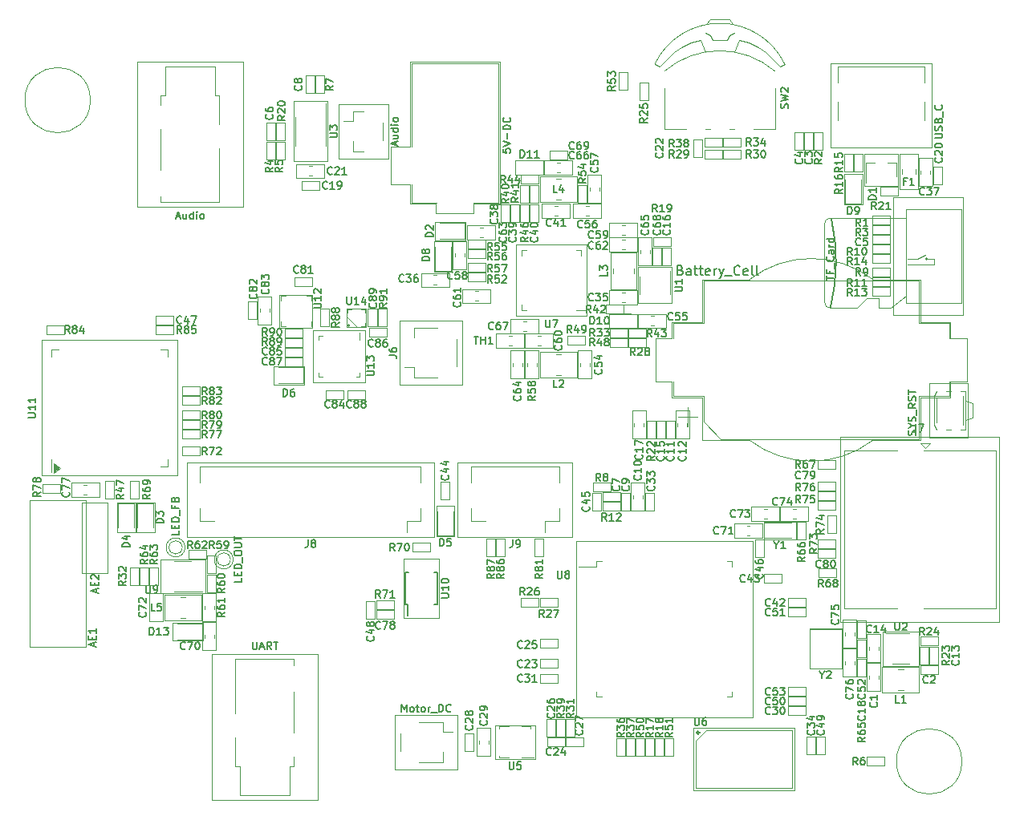
<source format=gbr>
%TF.GenerationSoftware,KiCad,Pcbnew,(5.1.6)-1*%
%TF.CreationDate,2020-07-01T23:58:00+08:00*%
%TF.ProjectId,matrix_v3s,6d617472-6978-45f7-9633-732e6b696361,rev?*%
%TF.SameCoordinates,Original*%
%TF.FileFunction,Legend,Top*%
%TF.FilePolarity,Positive*%
%FSLAX46Y46*%
G04 Gerber Fmt 4.6, Leading zero omitted, Abs format (unit mm)*
G04 Created by KiCad (PCBNEW (5.1.6)-1) date 2020-07-01 23:58:00*
%MOMM*%
%LPD*%
G01*
G04 APERTURE LIST*
%ADD10C,0.120000*%
%ADD11C,0.254000*%
%ADD12C,0.200000*%
%ADD13C,0.100000*%
%ADD14C,0.150000*%
G04 APERTURE END LIST*
D10*
%TO.C,J8*%
X42830000Y-70310000D02*
X68930000Y-70310000D01*
X42830000Y-62410000D02*
X42830000Y-70310000D01*
X68930000Y-62410000D02*
X42830000Y-62410000D01*
X68930000Y-70310000D02*
X68930000Y-62410000D01*
X66040000Y-68610000D02*
X66040000Y-69810000D01*
X44230000Y-62810000D02*
X44230000Y-64550000D01*
X67530000Y-62810000D02*
X44230000Y-62810000D01*
X67530000Y-64550000D02*
X67530000Y-62810000D01*
X44230000Y-68610000D02*
X44230000Y-67270000D01*
X45720000Y-68610000D02*
X44230000Y-68610000D01*
X67530000Y-68610000D02*
X67530000Y-67270000D01*
X66040000Y-68610000D02*
X67530000Y-68610000D01*
%TO.C,R66*%
X108166000Y-70526000D02*
X107226000Y-70526000D01*
X107226000Y-70526000D02*
X107226000Y-68666000D01*
X107226000Y-68666000D02*
X108166000Y-68666000D01*
X108166000Y-68666000D02*
X108166000Y-70526000D01*
%TO.C,R51*%
X93256000Y-91526000D02*
X94196000Y-91526000D01*
X94196000Y-91526000D02*
X94196000Y-93386000D01*
X94196000Y-93386000D02*
X93256000Y-93386000D01*
X93256000Y-93386000D02*
X93256000Y-91526000D01*
%TO.C,R50*%
X90208000Y-91526000D02*
X91148000Y-91526000D01*
X91148000Y-91526000D02*
X91148000Y-93386000D01*
X91148000Y-93386000D02*
X90208000Y-93386000D01*
X90208000Y-93386000D02*
X90208000Y-91526000D01*
%TO.C,R37*%
X90132000Y-93386000D02*
X89192000Y-93386000D01*
X89192000Y-93386000D02*
X89192000Y-91526000D01*
X89192000Y-91526000D02*
X90132000Y-91526000D01*
X90132000Y-91526000D02*
X90132000Y-93386000D01*
%TO.C,R36*%
X89116000Y-93386000D02*
X88176000Y-93386000D01*
X88176000Y-93386000D02*
X88176000Y-91526000D01*
X88176000Y-91526000D02*
X89116000Y-91526000D01*
X89116000Y-91526000D02*
X89116000Y-93386000D01*
%TO.C,R17*%
X91224000Y-91526000D02*
X92164000Y-91526000D01*
X92164000Y-91526000D02*
X92164000Y-93386000D01*
X92164000Y-93386000D02*
X91224000Y-93386000D01*
X91224000Y-93386000D02*
X91224000Y-91526000D01*
%TO.C,R18*%
X93180000Y-93386000D02*
X92240000Y-93386000D01*
X92240000Y-93386000D02*
X92240000Y-91526000D01*
X92240000Y-91526000D02*
X93180000Y-91526000D01*
X93180000Y-91526000D02*
X93180000Y-93386000D01*
%TO.C,J9*%
X80630000Y-68610000D02*
X82120000Y-68610000D01*
X82120000Y-68610000D02*
X82120000Y-67270000D01*
X74310000Y-68610000D02*
X72820000Y-68610000D01*
X72820000Y-68610000D02*
X72820000Y-67270000D01*
X82120000Y-64550000D02*
X82120000Y-62810000D01*
X82120000Y-62810000D02*
X72820000Y-62810000D01*
X72820000Y-62810000D02*
X72820000Y-64550000D01*
X80630000Y-68610000D02*
X80630000Y-69810000D01*
X83520000Y-70310000D02*
X83520000Y-62410000D01*
X83520000Y-62410000D02*
X71420000Y-62410000D01*
X71420000Y-62410000D02*
X71420000Y-70310000D01*
X71420000Y-70310000D02*
X83520000Y-70310000D01*
D11*
%TO.C,U6*%
X96901000Y-90932000D02*
G75*
G03*
X96901000Y-90932000I-127000J0D01*
G01*
D10*
X96266000Y-90424000D02*
X106934000Y-90424000D01*
X96266000Y-97028000D02*
X96266000Y-90424000D01*
X106934000Y-97028000D02*
X96266000Y-97028000D01*
X106934000Y-90424000D02*
X106934000Y-97028000D01*
X96520000Y-96774000D02*
X96520000Y-91821000D01*
X106680000Y-96774000D02*
X96520000Y-96774000D01*
X106680000Y-90678000D02*
X106680000Y-96774000D01*
X97663000Y-90678000D02*
X106680000Y-90678000D01*
X96520000Y-91821000D02*
X97663000Y-90678000D01*
%TO.C,C34*%
X108242000Y-91399000D02*
X109182000Y-91399000D01*
X109182000Y-91399000D02*
X109182000Y-93259000D01*
X109182000Y-93259000D02*
X108242000Y-93259000D01*
X108242000Y-93259000D02*
X108242000Y-91399000D01*
%TO.C,C49*%
X110198000Y-93259000D02*
X109258000Y-93259000D01*
X109258000Y-93259000D02*
X109258000Y-91399000D01*
X109258000Y-91399000D02*
X110198000Y-91399000D01*
X110198000Y-91399000D02*
X110198000Y-93259000D01*
%TO.C,C30*%
X106258000Y-89116000D02*
X106258000Y-88176000D01*
X106258000Y-88176000D02*
X108118000Y-88176000D01*
X108118000Y-88176000D02*
X108118000Y-89116000D01*
X108118000Y-89116000D02*
X106258000Y-89116000D01*
%TO.C,R42*%
X87017500Y-46698000D02*
X87017500Y-45758000D01*
X87017500Y-45758000D02*
X88877500Y-45758000D01*
X88877500Y-45758000D02*
X88877500Y-46698000D01*
X88877500Y-46698000D02*
X87017500Y-46698000D01*
%TO.C,BT1*%
X120062000Y-55412000D02*
X123262000Y-55412000D01*
X123262000Y-55412000D02*
X123262000Y-53862000D01*
X120062000Y-59912000D02*
X120062000Y-55412000D01*
X120062000Y-59912000D02*
X99162000Y-59912000D01*
X97362000Y-58112000D02*
X97362000Y-55412000D01*
X99162000Y-59912000D02*
X97362000Y-58112000D01*
X97362000Y-55412000D02*
X94162000Y-55412000D01*
X94162000Y-55412000D02*
X94162000Y-53862000D01*
X97362000Y-47712000D02*
X94162000Y-47712000D01*
X94162000Y-47712000D02*
X94162000Y-49262000D01*
X120062000Y-47712000D02*
X123262000Y-47712000D01*
X123262000Y-47712000D02*
X123262000Y-49262000D01*
X97362000Y-43212000D02*
X120062000Y-43212000D01*
X97362000Y-43212000D02*
X97362000Y-47712000D01*
X120062000Y-43212000D02*
X120062000Y-47712000D01*
X120212000Y-60062000D02*
X115212000Y-60062000D01*
X102212000Y-60062000D02*
X97212000Y-60062000D01*
X97212000Y-55562000D02*
X97212000Y-60062000D01*
X94012000Y-55562000D02*
X97212000Y-55562000D01*
X94012000Y-55562000D02*
X94012000Y-53862000D01*
X94012000Y-53862000D02*
X92262000Y-53862000D01*
X92262000Y-53862000D02*
X92262000Y-49262000D01*
X94012000Y-49262000D02*
X92262000Y-49262000D01*
X94012000Y-49262000D02*
X94012000Y-47562000D01*
X94012000Y-47562000D02*
X97212000Y-47562000D01*
X97212000Y-47562000D02*
X97212000Y-43062000D01*
X97212000Y-43062000D02*
X102212000Y-43062000D01*
X120212000Y-43062000D02*
X120212000Y-47562000D01*
X120212000Y-47562000D02*
X123412000Y-47562000D01*
X123412000Y-47562000D02*
X123412000Y-49262000D01*
X123412000Y-49262000D02*
X125162000Y-49262000D01*
X125162000Y-49262000D02*
X125162000Y-53862000D01*
X125162000Y-53862000D02*
X123412000Y-53862000D01*
X123412000Y-53862000D02*
X123412000Y-55562000D01*
X123412000Y-55562000D02*
X120212000Y-55562000D01*
X120212000Y-55562000D02*
X120212000Y-60062000D01*
X120212000Y-43062000D02*
X115212000Y-43062000D01*
X95712000Y-56562000D02*
X95712000Y-58562000D01*
X96712000Y-57562000D02*
X94712000Y-57562000D01*
X102212001Y-43062000D02*
G75*
G02*
X115212000Y-43062000I6499999J-8500000D01*
G01*
X115211999Y-60062000D02*
G75*
G02*
X102212000Y-60062000I-6499999J8500000D01*
G01*
%TO.C,J7*%
X128157000Y-61108000D02*
X128157000Y-77838000D01*
X128157000Y-61108000D02*
X120547000Y-61108000D01*
X128157000Y-77838000D02*
X120547000Y-77838000D01*
X112187000Y-61108000D02*
X112187000Y-77838000D01*
X112187000Y-61108000D02*
X117747000Y-61108000D01*
X112187000Y-77838000D02*
X117747000Y-77838000D01*
X128547000Y-59693000D02*
X128547000Y-79253000D01*
X128547000Y-59693000D02*
X111797000Y-59693000D01*
X111797000Y-59693000D02*
X111797000Y-79253000D01*
X128547000Y-79253000D02*
X111797000Y-79253000D01*
X120747000Y-60913000D02*
X120247000Y-60413000D01*
X120247000Y-60413000D02*
X121247000Y-60413000D01*
X121247000Y-60413000D02*
X120747000Y-60913000D01*
%TO.C,R53*%
X89306500Y-23051000D02*
X88366500Y-23051000D01*
X88366500Y-23051000D02*
X88366500Y-21191000D01*
X88366500Y-21191000D02*
X89306500Y-21191000D01*
X89306500Y-21191000D02*
X89306500Y-23051000D01*
%TO.C,U4*%
X121031000Y-40894000D02*
G75*
G03*
X121031000Y-40894000I-127000J0D01*
G01*
X119888000Y-40894000D02*
X120777000Y-40513000D01*
X119888000Y-40894000D02*
X118872000Y-40894000D01*
X121666000Y-40894000D02*
X121031000Y-40894000D01*
X121666000Y-41529000D02*
X121666000Y-40894000D01*
X118872000Y-41529000D02*
X121666000Y-41529000D01*
X124587000Y-35687000D02*
X124587000Y-45593000D01*
X124587000Y-45593000D02*
X118745000Y-45593000D01*
X124587000Y-35687000D02*
X118745000Y-35687000D01*
X118745000Y-45593000D02*
X118745000Y-35687000D01*
X118745000Y-44831000D02*
X117094000Y-46101000D01*
X117094000Y-46101000D02*
X115824000Y-46101000D01*
X115824000Y-46101000D02*
X115824000Y-45085000D01*
X115824000Y-45085000D02*
X114554000Y-45085000D01*
X114554000Y-45085000D02*
X113538000Y-46101000D01*
X113538000Y-46101000D02*
X110744000Y-46101000D01*
X110109000Y-45466000D02*
X110109000Y-37211000D01*
X110744000Y-36576000D02*
X118745000Y-36576000D01*
X118618000Y-34417000D02*
X124714000Y-34417000D01*
X124714000Y-34417000D02*
X124714000Y-46863000D01*
X124714000Y-46863000D02*
X117348000Y-46863000D01*
X117348000Y-46863000D02*
X117348000Y-34417000D01*
X117348000Y-34417000D02*
X118618000Y-34417000D01*
D12*
X110834829Y-36647576D02*
G75*
G02*
X110744000Y-46037500I-20156829J-4500424D01*
G01*
D10*
X110744000Y-46101000D02*
G75*
G02*
X110109000Y-45466000I0J635000D01*
G01*
X110109000Y-37211000D02*
G75*
G02*
X110744000Y-36576000I635000J0D01*
G01*
%TO.C,U11*%
X28521000Y-51242000D02*
X28521000Y-50492000D01*
X28521000Y-50492000D02*
X29271000Y-50492000D01*
X40821000Y-51242000D02*
X40821000Y-50492000D01*
X40821000Y-50492000D02*
X40071000Y-50492000D01*
X40821000Y-62042000D02*
X40821000Y-62792000D01*
X40821000Y-62792000D02*
X40071000Y-62792000D01*
X28521000Y-62042000D02*
X28521000Y-63392000D01*
X27521000Y-63792000D02*
X27521000Y-49492000D01*
X27521000Y-49492000D02*
X41821000Y-49492000D01*
X41821000Y-49492000D02*
X41821000Y-63792000D01*
X41821000Y-63792000D02*
X27521000Y-63792000D01*
D13*
G36*
X29464000Y-62992000D02*
G01*
X28829000Y-63500000D01*
X28829000Y-62484000D01*
X29464000Y-62992000D01*
G37*
X29464000Y-62992000D02*
X28829000Y-63500000D01*
X28829000Y-62484000D01*
X29464000Y-62992000D01*
D10*
%TO.C,U8*%
X83918000Y-89310000D02*
X83918000Y-70710000D01*
X102518000Y-89310000D02*
X83918000Y-89310000D01*
X102518000Y-70710000D02*
X102518000Y-89310000D01*
X83918000Y-70710000D02*
X102518000Y-70710000D01*
X100368000Y-87160000D02*
X100368000Y-86610000D01*
X99818000Y-87160000D02*
X100368000Y-87160000D01*
X86068000Y-87160000D02*
X86068000Y-86610000D01*
X86618000Y-87160000D02*
X86068000Y-87160000D01*
X100368000Y-72860000D02*
X100368000Y-73410000D01*
X99818000Y-72860000D02*
X100368000Y-72860000D01*
X86068000Y-73410000D02*
X84168000Y-73410000D01*
X86068000Y-72860000D02*
X86068000Y-73410000D01*
X86618000Y-72860000D02*
X86068000Y-72860000D01*
%TO.C,R69*%
X37808000Y-66208000D02*
X36868000Y-66208000D01*
X36868000Y-66208000D02*
X36868000Y-64348000D01*
X36868000Y-64348000D02*
X37808000Y-64348000D01*
X37808000Y-64348000D02*
X37808000Y-66208000D01*
%TO.C,J6*%
X69295000Y-53410000D02*
X66795000Y-53410000D01*
X66795000Y-53410000D02*
X66795000Y-52360000D01*
X66795000Y-52360000D02*
X65805000Y-52360000D01*
X69295000Y-48190000D02*
X66795000Y-48190000D01*
X66795000Y-48190000D02*
X66795000Y-49240000D01*
X71265000Y-52240000D02*
X71265000Y-49360000D01*
X65300000Y-54200000D02*
X71860000Y-54200000D01*
X71860000Y-54200000D02*
X71860000Y-47400000D01*
X71860000Y-47400000D02*
X65300000Y-47400000D01*
X65300000Y-47400000D02*
X65300000Y-54200000D01*
%TO.C,C27*%
X82826500Y-91478000D02*
X84686500Y-91478000D01*
X82826500Y-92418000D02*
X82826500Y-91478000D01*
X84686500Y-92418000D02*
X82826500Y-92418000D01*
X84686500Y-91478000D02*
X84686500Y-92418000D01*
%TO.C,C33*%
X92164000Y-65618000D02*
X92164000Y-67478000D01*
X91224000Y-65618000D02*
X92164000Y-65618000D01*
X91224000Y-67478000D02*
X91224000Y-65618000D01*
X92164000Y-67478000D02*
X91224000Y-67478000D01*
%TO.C,C31*%
X80096000Y-84747000D02*
X81956000Y-84747000D01*
X80096000Y-85687000D02*
X80096000Y-84747000D01*
X81956000Y-85687000D02*
X80096000Y-85687000D01*
X81956000Y-84747000D02*
X81956000Y-85687000D01*
%TO.C,R12*%
X88560000Y-67526000D02*
X86700000Y-67526000D01*
X88560000Y-66586000D02*
X88560000Y-67526000D01*
X86700000Y-66586000D02*
X88560000Y-66586000D01*
X86700000Y-67526000D02*
X86700000Y-66586000D01*
%TO.C,R8*%
X85684000Y-64554000D02*
X87544000Y-64554000D01*
X85684000Y-65494000D02*
X85684000Y-64554000D01*
X87544000Y-65494000D02*
X85684000Y-65494000D01*
X87544000Y-64554000D02*
X87544000Y-65494000D01*
%TO.C,C7*%
X88560000Y-66510000D02*
X86700000Y-66510000D01*
X88560000Y-65570000D02*
X88560000Y-66510000D01*
X86700000Y-65570000D02*
X88560000Y-65570000D01*
X86700000Y-66510000D02*
X86700000Y-65570000D01*
%TO.C,R32*%
X36868000Y-73492000D02*
X37808000Y-73492000D01*
X37808000Y-73492000D02*
X37808000Y-75352000D01*
X37808000Y-75352000D02*
X36868000Y-75352000D01*
X36868000Y-75352000D02*
X36868000Y-73492000D01*
%TO.C,Y2*%
X111886000Y-80042000D02*
X108586000Y-80042000D01*
X108586000Y-80042000D02*
X108586000Y-84042000D01*
X111936000Y-79942000D02*
X108536000Y-79942000D01*
X108536000Y-79942000D02*
X108536000Y-84142000D01*
X108536000Y-84142000D02*
X111936000Y-84142000D01*
X111936000Y-84142000D02*
X111936000Y-79942000D01*
%TO.C,R91*%
X63970000Y-48038000D02*
X63030000Y-48038000D01*
X63030000Y-48038000D02*
X63030000Y-46178000D01*
X63030000Y-46178000D02*
X63970000Y-46178000D01*
X63970000Y-46178000D02*
X63970000Y-48038000D01*
%TO.C,R90*%
X53172000Y-49238000D02*
X53172000Y-48298000D01*
X53172000Y-48298000D02*
X55032000Y-48298000D01*
X55032000Y-48298000D02*
X55032000Y-49238000D01*
X55032000Y-49238000D02*
X53172000Y-49238000D01*
%TO.C,R89*%
X53172000Y-50190500D02*
X53172000Y-49250500D01*
X53172000Y-49250500D02*
X55032000Y-49250500D01*
X55032000Y-49250500D02*
X55032000Y-50190500D01*
X55032000Y-50190500D02*
X53172000Y-50190500D01*
%TO.C,R88*%
X56934000Y-46187000D02*
X57874000Y-46187000D01*
X57874000Y-46187000D02*
X57874000Y-48047000D01*
X57874000Y-48047000D02*
X56934000Y-48047000D01*
X56934000Y-48047000D02*
X56934000Y-46187000D01*
%TO.C,R87*%
X75400000Y-72304000D02*
X74460000Y-72304000D01*
X74460000Y-72304000D02*
X74460000Y-70444000D01*
X74460000Y-70444000D02*
X75400000Y-70444000D01*
X75400000Y-70444000D02*
X75400000Y-72304000D01*
%TO.C,R86*%
X76416000Y-72304000D02*
X75476000Y-72304000D01*
X75476000Y-72304000D02*
X75476000Y-70444000D01*
X75476000Y-70444000D02*
X76416000Y-70444000D01*
X76416000Y-70444000D02*
X76416000Y-72304000D01*
%TO.C,R85*%
X41443000Y-47917000D02*
X41443000Y-48857000D01*
X41443000Y-48857000D02*
X39583000Y-48857000D01*
X39583000Y-48857000D02*
X39583000Y-47917000D01*
X39583000Y-47917000D02*
X41443000Y-47917000D01*
%TO.C,R84*%
X28026000Y-48857000D02*
X28026000Y-47917000D01*
X28026000Y-47917000D02*
X29886000Y-47917000D01*
X29886000Y-47917000D02*
X29886000Y-48857000D01*
X29886000Y-48857000D02*
X28026000Y-48857000D01*
%TO.C,R83*%
X42377000Y-55334000D02*
X42377000Y-54394000D01*
X42377000Y-54394000D02*
X44237000Y-54394000D01*
X44237000Y-54394000D02*
X44237000Y-55334000D01*
X44237000Y-55334000D02*
X42377000Y-55334000D01*
%TO.C,R81*%
X80480000Y-72304000D02*
X79540000Y-72304000D01*
X79540000Y-72304000D02*
X79540000Y-70444000D01*
X79540000Y-70444000D02*
X80480000Y-70444000D01*
X80480000Y-70444000D02*
X80480000Y-72304000D01*
%TO.C,R82*%
X42377000Y-56350000D02*
X42377000Y-55410000D01*
X42377000Y-55410000D02*
X44237000Y-55410000D01*
X44237000Y-55410000D02*
X44237000Y-56350000D01*
X44237000Y-56350000D02*
X42377000Y-56350000D01*
%TO.C,R76*%
X109433000Y-66383000D02*
X109433000Y-65443000D01*
X109433000Y-65443000D02*
X111293000Y-65443000D01*
X111293000Y-65443000D02*
X111293000Y-66383000D01*
X111293000Y-66383000D02*
X109433000Y-66383000D01*
%TO.C,R75*%
X109433000Y-67399000D02*
X109433000Y-66459000D01*
X109433000Y-66459000D02*
X111293000Y-66459000D01*
X111293000Y-66459000D02*
X111293000Y-67399000D01*
X111293000Y-67399000D02*
X109433000Y-67399000D01*
%TO.C,R74*%
X111341000Y-69891000D02*
X110401000Y-69891000D01*
X110401000Y-69891000D02*
X110401000Y-68031000D01*
X110401000Y-68031000D02*
X111341000Y-68031000D01*
X111341000Y-68031000D02*
X111341000Y-69891000D01*
%TO.C,R73*%
X109433000Y-71463000D02*
X109433000Y-70523000D01*
X109433000Y-70523000D02*
X111293000Y-70523000D01*
X111293000Y-70523000D02*
X111293000Y-71463000D01*
X111293000Y-71463000D02*
X109433000Y-71463000D01*
%TO.C,R80*%
X42377000Y-57874000D02*
X42377000Y-56934000D01*
X42377000Y-56934000D02*
X44237000Y-56934000D01*
X44237000Y-56934000D02*
X44237000Y-57874000D01*
X44237000Y-57874000D02*
X42377000Y-57874000D01*
%TO.C,R79*%
X42377000Y-58890000D02*
X42377000Y-57950000D01*
X42377000Y-57950000D02*
X44237000Y-57950000D01*
X44237000Y-57950000D02*
X44237000Y-58890000D01*
X44237000Y-58890000D02*
X42377000Y-58890000D01*
%TO.C,R78*%
X29505000Y-64681000D02*
X29505000Y-65621000D01*
X29505000Y-65621000D02*
X27645000Y-65621000D01*
X27645000Y-65621000D02*
X27645000Y-64681000D01*
X27645000Y-64681000D02*
X29505000Y-64681000D01*
%TO.C,R77*%
X42377000Y-59906000D02*
X42377000Y-58966000D01*
X42377000Y-58966000D02*
X44237000Y-58966000D01*
X44237000Y-58966000D02*
X44237000Y-59906000D01*
X44237000Y-59906000D02*
X42377000Y-59906000D01*
%TO.C,R71*%
X62824000Y-77940000D02*
X62824000Y-77000000D01*
X62824000Y-77000000D02*
X64684000Y-77000000D01*
X64684000Y-77000000D02*
X64684000Y-77940000D01*
X64684000Y-77940000D02*
X62824000Y-77940000D01*
%TO.C,R72*%
X42377000Y-61684000D02*
X42377000Y-60744000D01*
X42377000Y-60744000D02*
X44237000Y-60744000D01*
X44237000Y-60744000D02*
X44237000Y-61684000D01*
X44237000Y-61684000D02*
X42377000Y-61684000D01*
%TO.C,R64*%
X37884000Y-73492000D02*
X38824000Y-73492000D01*
X38824000Y-73492000D02*
X38824000Y-75352000D01*
X38824000Y-75352000D02*
X37884000Y-75352000D01*
X37884000Y-75352000D02*
X37884000Y-73492000D01*
%TO.C,R70*%
X68494000Y-70904000D02*
X68494000Y-71844000D01*
X68494000Y-71844000D02*
X66634000Y-71844000D01*
X66634000Y-71844000D02*
X66634000Y-70904000D01*
X66634000Y-70904000D02*
X68494000Y-70904000D01*
%TO.C,R63*%
X39840000Y-75352000D02*
X38900000Y-75352000D01*
X38900000Y-75352000D02*
X38900000Y-73492000D01*
X38900000Y-73492000D02*
X39840000Y-73492000D01*
X39840000Y-73492000D02*
X39840000Y-75352000D01*
%TO.C,R62*%
X44872000Y-71666000D02*
X44872000Y-72606000D01*
X44872000Y-72606000D02*
X43012000Y-72606000D01*
X43012000Y-72606000D02*
X43012000Y-71666000D01*
X43012000Y-71666000D02*
X44872000Y-71666000D01*
%TO.C,R68*%
X109456000Y-74511000D02*
X109456000Y-73571000D01*
X109456000Y-73571000D02*
X111316000Y-73571000D01*
X111316000Y-73571000D02*
X111316000Y-74511000D01*
X111316000Y-74511000D02*
X109456000Y-74511000D01*
%TO.C,R67*%
X109433000Y-63081000D02*
X109433000Y-62141000D01*
X109433000Y-62141000D02*
X111293000Y-62141000D01*
X111293000Y-62141000D02*
X111293000Y-63081000D01*
X111293000Y-63081000D02*
X109433000Y-63081000D01*
%TO.C,R65*%
X114516000Y-85004000D02*
X113576000Y-85004000D01*
X113576000Y-85004000D02*
X113576000Y-83144000D01*
X113576000Y-83144000D02*
X114516000Y-83144000D01*
X114516000Y-83144000D02*
X114516000Y-85004000D01*
%TO.C,R60*%
X45936000Y-76114000D02*
X44996000Y-76114000D01*
X44996000Y-76114000D02*
X44996000Y-74254000D01*
X44996000Y-74254000D02*
X45936000Y-74254000D01*
X45936000Y-74254000D02*
X45936000Y-76114000D01*
%TO.C,R59*%
X45936000Y-74082000D02*
X44996000Y-74082000D01*
X44996000Y-74082000D02*
X44996000Y-72222000D01*
X44996000Y-72222000D02*
X45936000Y-72222000D01*
X45936000Y-72222000D02*
X45936000Y-74082000D01*
%TO.C,R57*%
X72476000Y-42253000D02*
X72476000Y-41313000D01*
X72476000Y-41313000D02*
X74336000Y-41313000D01*
X74336000Y-41313000D02*
X74336000Y-42253000D01*
X74336000Y-42253000D02*
X72476000Y-42253000D01*
%TO.C,R56*%
X72476000Y-40856000D02*
X72476000Y-39916000D01*
X72476000Y-39916000D02*
X74336000Y-39916000D01*
X74336000Y-39916000D02*
X74336000Y-40856000D01*
X74336000Y-40856000D02*
X72476000Y-40856000D01*
%TO.C,R55*%
X72476000Y-39840000D02*
X72476000Y-38900000D01*
X72476000Y-38900000D02*
X74336000Y-38900000D01*
X74336000Y-38900000D02*
X74336000Y-39840000D01*
X74336000Y-39840000D02*
X72476000Y-39840000D01*
%TO.C,R54*%
X85052000Y-34966000D02*
X84112000Y-34966000D01*
X84112000Y-34966000D02*
X84112000Y-33106000D01*
X84112000Y-33106000D02*
X85052000Y-33106000D01*
X85052000Y-33106000D02*
X85052000Y-34966000D01*
%TO.C,R52*%
X72476000Y-43269000D02*
X72476000Y-42329000D01*
X72476000Y-42329000D02*
X74336000Y-42329000D01*
X74336000Y-42329000D02*
X74336000Y-43269000D01*
X74336000Y-43269000D02*
X72476000Y-43269000D01*
%TO.C,R49*%
X83017000Y-50000000D02*
X83017000Y-49060000D01*
X83017000Y-49060000D02*
X84877000Y-49060000D01*
X84877000Y-49060000D02*
X84877000Y-50000000D01*
X84877000Y-50000000D02*
X83017000Y-50000000D01*
%TO.C,R48*%
X89322000Y-49250500D02*
X89322000Y-50190500D01*
X89322000Y-50190500D02*
X87462000Y-50190500D01*
X87462000Y-50190500D02*
X87462000Y-49250500D01*
X87462000Y-49250500D02*
X89322000Y-49250500D01*
%TO.C,R47*%
X34201000Y-64348000D02*
X35141000Y-64348000D01*
X35141000Y-64348000D02*
X35141000Y-66208000D01*
X35141000Y-66208000D02*
X34201000Y-66208000D01*
X34201000Y-66208000D02*
X34201000Y-64348000D01*
%TO.C,R46*%
X78956000Y-36998000D02*
X78016000Y-36998000D01*
X78016000Y-36998000D02*
X78016000Y-35138000D01*
X78016000Y-35138000D02*
X78956000Y-35138000D01*
X78956000Y-35138000D02*
X78956000Y-36998000D01*
%TO.C,R44*%
X79924000Y-32042000D02*
X79924000Y-32982000D01*
X79924000Y-32982000D02*
X78064000Y-32982000D01*
X78064000Y-32982000D02*
X78064000Y-32042000D01*
X78064000Y-32042000D02*
X79924000Y-32042000D01*
%TO.C,R43*%
X91290500Y-48234500D02*
X91290500Y-49174500D01*
X91290500Y-49174500D02*
X89430500Y-49174500D01*
X89430500Y-49174500D02*
X89430500Y-48234500D01*
X89430500Y-48234500D02*
X91290500Y-48234500D01*
%TO.C,R41*%
X79972000Y-34966000D02*
X79032000Y-34966000D01*
X79032000Y-34966000D02*
X79032000Y-33106000D01*
X79032000Y-33106000D02*
X79972000Y-33106000D01*
X79972000Y-33106000D02*
X79972000Y-34966000D01*
%TO.C,R40*%
X78956000Y-34966000D02*
X78016000Y-34966000D01*
X78016000Y-34966000D02*
X78016000Y-33106000D01*
X78016000Y-33106000D02*
X78956000Y-33106000D01*
X78956000Y-33106000D02*
X78956000Y-34966000D01*
%TO.C,R39*%
X82766000Y-91354000D02*
X81826000Y-91354000D01*
X81826000Y-91354000D02*
X81826000Y-89494000D01*
X81826000Y-89494000D02*
X82766000Y-89494000D01*
X82766000Y-89494000D02*
X82766000Y-91354000D01*
%TO.C,R38*%
X99355000Y-28105000D02*
X99355000Y-29045000D01*
X99355000Y-29045000D02*
X97495000Y-29045000D01*
X97495000Y-29045000D02*
X97495000Y-28105000D01*
X97495000Y-28105000D02*
X99355000Y-28105000D01*
%TO.C,R34*%
X101260000Y-28105000D02*
X101260000Y-29045000D01*
X101260000Y-29045000D02*
X99400000Y-29045000D01*
X99400000Y-29045000D02*
X99400000Y-28105000D01*
X99400000Y-28105000D02*
X101260000Y-28105000D01*
%TO.C,R33*%
X87485000Y-49174500D02*
X87485000Y-48234500D01*
X87485000Y-48234500D02*
X89345000Y-48234500D01*
X89345000Y-48234500D02*
X89345000Y-49174500D01*
X89345000Y-49174500D02*
X87485000Y-49174500D01*
%TO.C,R31*%
X82842000Y-89494000D02*
X83782000Y-89494000D01*
X83782000Y-89494000D02*
X83782000Y-91354000D01*
X83782000Y-91354000D02*
X82842000Y-91354000D01*
X82842000Y-91354000D02*
X82842000Y-89494000D01*
%TO.C,R30*%
X99400000Y-30315000D02*
X99400000Y-29375000D01*
X99400000Y-29375000D02*
X101260000Y-29375000D01*
X101260000Y-29375000D02*
X101260000Y-30315000D01*
X101260000Y-30315000D02*
X99400000Y-30315000D01*
%TO.C,R29*%
X99355000Y-29375000D02*
X99355000Y-30315000D01*
X99355000Y-30315000D02*
X97495000Y-30315000D01*
X97495000Y-30315000D02*
X97495000Y-29375000D01*
X97495000Y-29375000D02*
X99355000Y-29375000D01*
%TO.C,R28*%
X91290500Y-49250500D02*
X91290500Y-50190500D01*
X91290500Y-50190500D02*
X89430500Y-50190500D01*
X89430500Y-50190500D02*
X89430500Y-49250500D01*
X89430500Y-49250500D02*
X91290500Y-49250500D01*
%TO.C,R27*%
X81956000Y-76746000D02*
X81956000Y-77686000D01*
X81956000Y-77686000D02*
X80096000Y-77686000D01*
X80096000Y-77686000D02*
X80096000Y-76746000D01*
X80096000Y-76746000D02*
X81956000Y-76746000D01*
%TO.C,R26*%
X78064000Y-77686000D02*
X78064000Y-76746000D01*
X78064000Y-76746000D02*
X79924000Y-76746000D01*
X79924000Y-76746000D02*
X79924000Y-77686000D01*
X79924000Y-77686000D02*
X78064000Y-77686000D01*
%TO.C,R25*%
X90589000Y-22311000D02*
X91529000Y-22311000D01*
X91529000Y-22311000D02*
X91529000Y-24171000D01*
X91529000Y-24171000D02*
X90589000Y-24171000D01*
X90589000Y-24171000D02*
X90589000Y-22311000D01*
%TO.C,R24*%
X122088000Y-80810000D02*
X122088000Y-81750000D01*
X122088000Y-81750000D02*
X120228000Y-81750000D01*
X120228000Y-81750000D02*
X120228000Y-80810000D01*
X120228000Y-80810000D02*
X122088000Y-80810000D01*
%TO.C,R23*%
X120180000Y-81874000D02*
X121120000Y-81874000D01*
X121120000Y-81874000D02*
X121120000Y-83734000D01*
X121120000Y-83734000D02*
X120180000Y-83734000D01*
X120180000Y-83734000D02*
X120180000Y-81874000D01*
%TO.C,R22*%
X92291000Y-59858000D02*
X91351000Y-59858000D01*
X91351000Y-59858000D02*
X91351000Y-57998000D01*
X91351000Y-57998000D02*
X92291000Y-57998000D01*
X92291000Y-57998000D02*
X92291000Y-59858000D01*
%TO.C,R21*%
X116037000Y-34252000D02*
X116037000Y-33312000D01*
X116037000Y-33312000D02*
X117897000Y-33312000D01*
X117897000Y-33312000D02*
X117897000Y-34252000D01*
X117897000Y-34252000D02*
X116037000Y-34252000D01*
%TO.C,R20*%
X52235000Y-26502000D02*
X53175000Y-26502000D01*
X53175000Y-26502000D02*
X53175000Y-28362000D01*
X53175000Y-28362000D02*
X52235000Y-28362000D01*
X52235000Y-28362000D02*
X52235000Y-26502000D01*
%TO.C,R19*%
X93894000Y-38646000D02*
X93894000Y-39586000D01*
X93894000Y-39586000D02*
X92034000Y-39586000D01*
X92034000Y-39586000D02*
X92034000Y-38646000D01*
X92034000Y-38646000D02*
X93894000Y-38646000D01*
%TO.C,R16*%
X114135000Y-31664000D02*
X113195000Y-31664000D01*
X113195000Y-31664000D02*
X113195000Y-29804000D01*
X113195000Y-29804000D02*
X114135000Y-29804000D01*
X114135000Y-29804000D02*
X114135000Y-31664000D01*
%TO.C,R15*%
X112179000Y-29804000D02*
X113119000Y-29804000D01*
X113119000Y-29804000D02*
X113119000Y-31664000D01*
X113119000Y-31664000D02*
X112179000Y-31664000D01*
X112179000Y-31664000D02*
X112179000Y-29804000D01*
%TO.C,R14*%
X115148000Y-41364000D02*
X115148000Y-40424000D01*
X115148000Y-40424000D02*
X117008000Y-40424000D01*
X117008000Y-40424000D02*
X117008000Y-41364000D01*
X117008000Y-41364000D02*
X115148000Y-41364000D01*
%TO.C,R13*%
X117008000Y-43853000D02*
X117008000Y-44793000D01*
X117008000Y-44793000D02*
X115148000Y-44793000D01*
X115148000Y-44793000D02*
X115148000Y-43853000D01*
X115148000Y-43853000D02*
X117008000Y-43853000D01*
%TO.C,R11*%
X117008000Y-42837000D02*
X117008000Y-43777000D01*
X117008000Y-43777000D02*
X115148000Y-43777000D01*
X115148000Y-43777000D02*
X115148000Y-42837000D01*
X115148000Y-42837000D02*
X117008000Y-42837000D01*
%TO.C,R10*%
X115148000Y-40348000D02*
X115148000Y-39408000D01*
X115148000Y-39408000D02*
X117008000Y-39408000D01*
X117008000Y-39408000D02*
X117008000Y-40348000D01*
X117008000Y-40348000D02*
X115148000Y-40348000D01*
%TO.C,R9*%
X117008000Y-41821000D02*
X117008000Y-42761000D01*
X117008000Y-42761000D02*
X115148000Y-42761000D01*
X115148000Y-42761000D02*
X115148000Y-41821000D01*
X115148000Y-41821000D02*
X117008000Y-41821000D01*
%TO.C,R7*%
X56426000Y-21549000D02*
X57366000Y-21549000D01*
X57366000Y-21549000D02*
X57366000Y-23409000D01*
X57366000Y-23409000D02*
X56426000Y-23409000D01*
X56426000Y-23409000D02*
X56426000Y-21549000D01*
%TO.C,R6*%
X116436500Y-93510000D02*
X116436500Y-94450000D01*
X116436500Y-94450000D02*
X114576500Y-94450000D01*
X114576500Y-94450000D02*
X114576500Y-93510000D01*
X114576500Y-93510000D02*
X116436500Y-93510000D01*
%TO.C,R5*%
X53175000Y-30394000D02*
X52235000Y-30394000D01*
X52235000Y-30394000D02*
X52235000Y-28534000D01*
X52235000Y-28534000D02*
X53175000Y-28534000D01*
X53175000Y-28534000D02*
X53175000Y-30394000D01*
%TO.C,R4*%
X52159000Y-30394000D02*
X51219000Y-30394000D01*
X51219000Y-30394000D02*
X51219000Y-28534000D01*
X51219000Y-28534000D02*
X52159000Y-28534000D01*
X52159000Y-28534000D02*
X52159000Y-30394000D01*
%TO.C,R3*%
X117008000Y-37376000D02*
X117008000Y-38316000D01*
X117008000Y-38316000D02*
X115148000Y-38316000D01*
X115148000Y-38316000D02*
X115148000Y-37376000D01*
X115148000Y-37376000D02*
X117008000Y-37376000D01*
%TO.C,R2*%
X109944000Y-29378000D02*
X109004000Y-29378000D01*
X109004000Y-29378000D02*
X109004000Y-27518000D01*
X109004000Y-27518000D02*
X109944000Y-27518000D01*
X109944000Y-27518000D02*
X109944000Y-29378000D01*
%TO.C,R1*%
X117008000Y-36360000D02*
X117008000Y-37300000D01*
X117008000Y-37300000D02*
X115148000Y-37300000D01*
X115148000Y-37300000D02*
X115148000Y-36360000D01*
X115148000Y-36360000D02*
X117008000Y-36360000D01*
%TO.C,C89*%
X61943000Y-46178000D02*
X62883000Y-46178000D01*
X62883000Y-46178000D02*
X62883000Y-48038000D01*
X62883000Y-48038000D02*
X61943000Y-48038000D01*
X61943000Y-48038000D02*
X61943000Y-46178000D01*
%TO.C,C88*%
X61636000Y-54775000D02*
X61636000Y-55715000D01*
X61636000Y-55715000D02*
X59776000Y-55715000D01*
X59776000Y-55715000D02*
X59776000Y-54775000D01*
X59776000Y-54775000D02*
X61636000Y-54775000D01*
%TO.C,C87*%
X55032000Y-51282500D02*
X55032000Y-52222500D01*
X55032000Y-52222500D02*
X53172000Y-52222500D01*
X53172000Y-52222500D02*
X53172000Y-51282500D01*
X53172000Y-51282500D02*
X55032000Y-51282500D01*
%TO.C,C86*%
X63922000Y-48171000D02*
X63922000Y-49111000D01*
X63922000Y-49111000D02*
X62062000Y-49111000D01*
X62062000Y-49111000D02*
X62062000Y-48171000D01*
X62062000Y-48171000D02*
X63922000Y-48171000D01*
%TO.C,C85*%
X53172000Y-51206500D02*
X53172000Y-50266500D01*
X53172000Y-50266500D02*
X55032000Y-50266500D01*
X55032000Y-50266500D02*
X55032000Y-51206500D01*
X55032000Y-51206500D02*
X53172000Y-51206500D01*
%TO.C,C84*%
X59350000Y-54775000D02*
X59350000Y-55715000D01*
X59350000Y-55715000D02*
X57490000Y-55715000D01*
X57490000Y-55715000D02*
X57490000Y-54775000D01*
X57490000Y-54775000D02*
X59350000Y-54775000D01*
%TO.C,C82*%
X49314000Y-45425000D02*
X50254000Y-45425000D01*
X50254000Y-45425000D02*
X50254000Y-47285000D01*
X50254000Y-47285000D02*
X49314000Y-47285000D01*
X49314000Y-47285000D02*
X49314000Y-45425000D01*
%TO.C,C81*%
X56048000Y-42837000D02*
X56048000Y-43777000D01*
X56048000Y-43777000D02*
X54188000Y-43777000D01*
X54188000Y-43777000D02*
X54188000Y-42837000D01*
X54188000Y-42837000D02*
X56048000Y-42837000D01*
%TO.C,C80*%
X111293000Y-71539000D02*
X111293000Y-72479000D01*
X111293000Y-72479000D02*
X109433000Y-72479000D01*
X109433000Y-72479000D02*
X109433000Y-71539000D01*
X109433000Y-71539000D02*
X111293000Y-71539000D01*
%TO.C,C79*%
X111293000Y-64427000D02*
X111293000Y-65367000D01*
X111293000Y-65367000D02*
X109433000Y-65367000D01*
X109433000Y-65367000D02*
X109433000Y-64427000D01*
X109433000Y-64427000D02*
X111293000Y-64427000D01*
%TO.C,C78*%
X62824000Y-78956000D02*
X62824000Y-78016000D01*
X62824000Y-78016000D02*
X64684000Y-78016000D01*
X64684000Y-78016000D02*
X64684000Y-78956000D01*
X64684000Y-78956000D02*
X62824000Y-78956000D01*
%TO.C,C69*%
X81112000Y-30442000D02*
X81112000Y-29502000D01*
X81112000Y-29502000D02*
X82972000Y-29502000D01*
X82972000Y-29502000D02*
X82972000Y-30442000D01*
X82972000Y-30442000D02*
X81112000Y-30442000D01*
%TO.C,C68*%
X92926000Y-41570000D02*
X91986000Y-41570000D01*
X91986000Y-41570000D02*
X91986000Y-39710000D01*
X91986000Y-39710000D02*
X92926000Y-39710000D01*
X92926000Y-39710000D02*
X92926000Y-41570000D01*
%TO.C,C53*%
X108118000Y-86144000D02*
X108118000Y-87084000D01*
X108118000Y-87084000D02*
X106258000Y-87084000D01*
X106258000Y-87084000D02*
X106258000Y-86144000D01*
X106258000Y-86144000D02*
X108118000Y-86144000D01*
%TO.C,C52*%
X114516000Y-80940000D02*
X113576000Y-80940000D01*
X113576000Y-80940000D02*
X113576000Y-79080000D01*
X113576000Y-79080000D02*
X114516000Y-79080000D01*
X114516000Y-79080000D02*
X114516000Y-80940000D01*
%TO.C,C51*%
X108118000Y-77762000D02*
X108118000Y-78702000D01*
X108118000Y-78702000D02*
X106258000Y-78702000D01*
X106258000Y-78702000D02*
X106258000Y-77762000D01*
X106258000Y-77762000D02*
X108118000Y-77762000D01*
%TO.C,C50*%
X108118000Y-87160000D02*
X108118000Y-88100000D01*
X108118000Y-88100000D02*
X106258000Y-88100000D01*
X106258000Y-88100000D02*
X106258000Y-87160000D01*
X106258000Y-87160000D02*
X108118000Y-87160000D01*
%TO.C,C48*%
X62700000Y-78908000D02*
X61760000Y-78908000D01*
X61760000Y-78908000D02*
X61760000Y-77048000D01*
X61760000Y-77048000D02*
X62700000Y-77048000D01*
X62700000Y-77048000D02*
X62700000Y-78908000D01*
%TO.C,C47*%
X39583000Y-47841000D02*
X39583000Y-46901000D01*
X39583000Y-46901000D02*
X41443000Y-46901000D01*
X41443000Y-46901000D02*
X41443000Y-47841000D01*
X41443000Y-47841000D02*
X39583000Y-47841000D01*
%TO.C,C46*%
X102781000Y-70571000D02*
X103721000Y-70571000D01*
X103721000Y-70571000D02*
X103721000Y-72431000D01*
X103721000Y-72431000D02*
X102781000Y-72431000D01*
X102781000Y-72431000D02*
X102781000Y-70571000D01*
%TO.C,C45*%
X85636000Y-65618000D02*
X86576000Y-65618000D01*
X86576000Y-65618000D02*
X86576000Y-67478000D01*
X86576000Y-67478000D02*
X85636000Y-67478000D01*
X85636000Y-67478000D02*
X85636000Y-65618000D01*
%TO.C,C44*%
X70574000Y-66335000D02*
X69634000Y-66335000D01*
X69634000Y-66335000D02*
X69634000Y-64475000D01*
X69634000Y-64475000D02*
X70574000Y-64475000D01*
X70574000Y-64475000D02*
X70574000Y-66335000D01*
%TO.C,C43*%
X105578000Y-74206000D02*
X105578000Y-75146000D01*
X105578000Y-75146000D02*
X103718000Y-75146000D01*
X103718000Y-75146000D02*
X103718000Y-74206000D01*
X103718000Y-74206000D02*
X105578000Y-74206000D01*
%TO.C,C42*%
X108118000Y-76746000D02*
X108118000Y-77686000D01*
X108118000Y-77686000D02*
X106258000Y-77686000D01*
X106258000Y-77686000D02*
X106258000Y-76746000D01*
X106258000Y-76746000D02*
X108118000Y-76746000D01*
%TO.C,C40*%
X79972000Y-36998000D02*
X79032000Y-36998000D01*
X79032000Y-36998000D02*
X79032000Y-35138000D01*
X79032000Y-35138000D02*
X79972000Y-35138000D01*
X79972000Y-35138000D02*
X79972000Y-36998000D01*
%TO.C,C39*%
X77940000Y-36998000D02*
X77000000Y-36998000D01*
X77000000Y-36998000D02*
X77000000Y-35138000D01*
X77000000Y-35138000D02*
X77940000Y-35138000D01*
X77940000Y-35138000D02*
X77940000Y-36998000D01*
%TO.C,C38*%
X76924000Y-36998000D02*
X75984000Y-36998000D01*
X75984000Y-36998000D02*
X75984000Y-35138000D01*
X75984000Y-35138000D02*
X76924000Y-35138000D01*
X76924000Y-35138000D02*
X76924000Y-36998000D01*
%TO.C,C28*%
X72174000Y-91018000D02*
X73114000Y-91018000D01*
X73114000Y-91018000D02*
X73114000Y-92878000D01*
X73114000Y-92878000D02*
X72174000Y-92878000D01*
X72174000Y-92878000D02*
X72174000Y-91018000D01*
%TO.C,C25*%
X81956000Y-81064000D02*
X81956000Y-82004000D01*
X81956000Y-82004000D02*
X80096000Y-82004000D01*
X80096000Y-82004000D02*
X80096000Y-81064000D01*
X80096000Y-81064000D02*
X81956000Y-81064000D01*
%TO.C,C23*%
X81956000Y-83146800D02*
X81956000Y-84086800D01*
X81956000Y-84086800D02*
X80096000Y-84086800D01*
X80096000Y-84086800D02*
X80096000Y-83146800D01*
X80096000Y-83146800D02*
X81956000Y-83146800D01*
%TO.C,C26*%
X81750000Y-91354000D02*
X80810000Y-91354000D01*
X80810000Y-91354000D02*
X80810000Y-89494000D01*
X80810000Y-89494000D02*
X81750000Y-89494000D01*
X81750000Y-89494000D02*
X81750000Y-91354000D01*
%TO.C,C24*%
X80858000Y-92418000D02*
X80858000Y-91478000D01*
X80858000Y-91478000D02*
X82718000Y-91478000D01*
X82718000Y-91478000D02*
X82718000Y-92418000D01*
X82718000Y-92418000D02*
X80858000Y-92418000D01*
%TO.C,C22*%
X97244000Y-30140000D02*
X96304000Y-30140000D01*
X96304000Y-30140000D02*
X96304000Y-28280000D01*
X96304000Y-28280000D02*
X97244000Y-28280000D01*
X97244000Y-28280000D02*
X97244000Y-30140000D01*
%TO.C,C20*%
X121577000Y-31201000D02*
X122517000Y-31201000D01*
X122517000Y-31201000D02*
X122517000Y-33061000D01*
X122517000Y-33061000D02*
X121577000Y-33061000D01*
X121577000Y-33061000D02*
X121577000Y-31201000D01*
%TO.C,C19*%
X56810000Y-32677000D02*
X56810000Y-33617000D01*
X56810000Y-33617000D02*
X54950000Y-33617000D01*
X54950000Y-33617000D02*
X54950000Y-32677000D01*
X54950000Y-32677000D02*
X56810000Y-32677000D01*
%TO.C,C18*%
X113576000Y-81112000D02*
X114516000Y-81112000D01*
X114516000Y-81112000D02*
X114516000Y-82972000D01*
X114516000Y-82972000D02*
X113576000Y-82972000D01*
X113576000Y-82972000D02*
X113576000Y-81112000D01*
%TO.C,C16*%
X93942000Y-41570000D02*
X93002000Y-41570000D01*
X93002000Y-41570000D02*
X93002000Y-39710000D01*
X93002000Y-39710000D02*
X93942000Y-39710000D01*
X93942000Y-39710000D02*
X93942000Y-41570000D01*
%TO.C,C15*%
X93307000Y-59858000D02*
X92367000Y-59858000D01*
X92367000Y-59858000D02*
X92367000Y-57998000D01*
X92367000Y-57998000D02*
X93307000Y-57998000D01*
X93307000Y-57998000D02*
X93307000Y-59858000D01*
%TO.C,C13*%
X122136000Y-83734000D02*
X121196000Y-83734000D01*
X121196000Y-83734000D02*
X121196000Y-81874000D01*
X121196000Y-81874000D02*
X122136000Y-81874000D01*
X122136000Y-81874000D02*
X122136000Y-83734000D01*
%TO.C,C11*%
X93383000Y-57998000D02*
X94323000Y-57998000D01*
X94323000Y-57998000D02*
X94323000Y-59858000D01*
X94323000Y-59858000D02*
X93383000Y-59858000D01*
X93383000Y-59858000D02*
X93383000Y-57998000D01*
%TO.C,C9*%
X88684000Y-65618000D02*
X89624000Y-65618000D01*
X89624000Y-65618000D02*
X89624000Y-67478000D01*
X89624000Y-67478000D02*
X88684000Y-67478000D01*
X88684000Y-67478000D02*
X88684000Y-65618000D01*
%TO.C,C8*%
X55410000Y-21549000D02*
X56350000Y-21549000D01*
X56350000Y-21549000D02*
X56350000Y-23409000D01*
X56350000Y-23409000D02*
X55410000Y-23409000D01*
X55410000Y-23409000D02*
X55410000Y-21549000D01*
%TO.C,C6*%
X52159000Y-28362000D02*
X51219000Y-28362000D01*
X51219000Y-28362000D02*
X51219000Y-26502000D01*
X51219000Y-26502000D02*
X52159000Y-26502000D01*
X52159000Y-26502000D02*
X52159000Y-28362000D01*
%TO.C,C5*%
X115148000Y-39332000D02*
X115148000Y-38392000D01*
X115148000Y-38392000D02*
X117008000Y-38392000D01*
X117008000Y-38392000D02*
X117008000Y-39332000D01*
X117008000Y-39332000D02*
X115148000Y-39332000D01*
%TO.C,C4*%
X106972000Y-27518000D02*
X107912000Y-27518000D01*
X107912000Y-27518000D02*
X107912000Y-29378000D01*
X107912000Y-29378000D02*
X106972000Y-29378000D01*
X106972000Y-29378000D02*
X106972000Y-27518000D01*
%TO.C,C3*%
X107988000Y-27518000D02*
X108928000Y-27518000D01*
X108928000Y-27518000D02*
X108928000Y-29378000D01*
X108928000Y-29378000D02*
X107988000Y-29378000D01*
X107988000Y-29378000D02*
X107988000Y-27518000D01*
%TO.C,C2*%
X120228000Y-84798000D02*
X120228000Y-83858000D01*
X120228000Y-83858000D02*
X122088000Y-83858000D01*
X122088000Y-83858000D02*
X122088000Y-84798000D01*
X122088000Y-84798000D02*
X120228000Y-84798000D01*
%TO.C,J4*%
X64068000Y-30332000D02*
X64068000Y-24532000D01*
X58868000Y-30332000D02*
X64068000Y-30332000D01*
X58868000Y-24532000D02*
X58868000Y-30332000D01*
X64068000Y-24532000D02*
X58868000Y-24532000D01*
X63478000Y-26492000D02*
X63478000Y-28372000D01*
X60358000Y-29542000D02*
X60358000Y-28492000D01*
X61508000Y-29542000D02*
X60358000Y-29542000D01*
X60358000Y-26372000D02*
X59368000Y-26372000D01*
X60358000Y-25322000D02*
X60358000Y-26372000D01*
X61508000Y-25322000D02*
X60358000Y-25322000D01*
%TO.C,C17*%
X91061000Y-58257221D02*
X91061000Y-58582779D01*
X90041000Y-58257221D02*
X90041000Y-58582779D01*
X89821000Y-56940000D02*
X91281000Y-56940000D01*
X91281000Y-56940000D02*
X91281000Y-59900000D01*
X91281000Y-59900000D02*
X89821000Y-59900000D01*
X89821000Y-59900000D02*
X89821000Y-56940000D01*
%TO.C,C12*%
X95633000Y-58257221D02*
X95633000Y-58582779D01*
X94613000Y-58257221D02*
X94613000Y-58582779D01*
X94393000Y-56940000D02*
X95853000Y-56940000D01*
X95853000Y-56940000D02*
X95853000Y-59900000D01*
X95853000Y-59900000D02*
X94393000Y-59900000D01*
X94393000Y-59900000D02*
X94393000Y-56940000D01*
%TO.C,C10*%
X90934000Y-65877221D02*
X90934000Y-66202779D01*
X89914000Y-65877221D02*
X89914000Y-66202779D01*
X89694000Y-64560000D02*
X91154000Y-64560000D01*
X91154000Y-64560000D02*
X91154000Y-67520000D01*
X91154000Y-67520000D02*
X89694000Y-67520000D01*
X89694000Y-67520000D02*
X89694000Y-64560000D01*
%TO.C,D8*%
X69000000Y-42140000D02*
X70700000Y-42140000D01*
X68900000Y-42240000D02*
X68900000Y-39040000D01*
X68900000Y-39040000D02*
X70800000Y-39040000D01*
X70800000Y-42240000D02*
X70800000Y-39040000D01*
X68900000Y-42240000D02*
X70800000Y-42240000D01*
X70700000Y-42140000D02*
X70700000Y-39590000D01*
X69000000Y-42140000D02*
X69000000Y-39590000D01*
%TO.C,D4*%
X37299000Y-66699000D02*
X35599000Y-66699000D01*
X37399000Y-66599000D02*
X37399000Y-69799000D01*
X37399000Y-69799000D02*
X35499000Y-69799000D01*
X35499000Y-66599000D02*
X35499000Y-69799000D01*
X37399000Y-66599000D02*
X35499000Y-66599000D01*
X35599000Y-66699000D02*
X35599000Y-69249000D01*
X37299000Y-66699000D02*
X37299000Y-69249000D01*
%TO.C,D3*%
X39331000Y-66699000D02*
X37631000Y-66699000D01*
X39431000Y-66599000D02*
X39431000Y-69799000D01*
X39431000Y-69799000D02*
X37531000Y-69799000D01*
X37531000Y-66599000D02*
X37531000Y-69799000D01*
X39431000Y-66599000D02*
X37531000Y-66599000D01*
X37631000Y-66699000D02*
X37631000Y-69249000D01*
X39331000Y-66699000D02*
X39331000Y-69249000D01*
%TO.C,C77*%
X31968221Y-64768000D02*
X32293779Y-64768000D01*
X31968221Y-65788000D02*
X32293779Y-65788000D01*
X30651000Y-66008000D02*
X30651000Y-64548000D01*
X30651000Y-64548000D02*
X33611000Y-64548000D01*
X33611000Y-64548000D02*
X33611000Y-66008000D01*
X33611000Y-66008000D02*
X30651000Y-66008000D01*
%TO.C,C37*%
X120267000Y-31912779D02*
X120267000Y-31587221D01*
X121287000Y-31912779D02*
X121287000Y-31587221D01*
X121507000Y-33230000D02*
X120047000Y-33230000D01*
X120047000Y-33230000D02*
X120047000Y-30270000D01*
X120047000Y-30270000D02*
X121507000Y-30270000D01*
X121507000Y-30270000D02*
X121507000Y-33230000D01*
%TO.C,AE2*%
X31787000Y-67358000D02*
X31787000Y-74068000D01*
X31787000Y-74068000D02*
X34507000Y-74068000D01*
X34507000Y-74068000D02*
X34507000Y-67358000D01*
X34497000Y-74058000D02*
X31797000Y-74058000D01*
X31797000Y-74058000D02*
X31797000Y-66658000D01*
X31797000Y-66658000D02*
X34497000Y-66658000D01*
X34497000Y-66658000D02*
X34497000Y-74058000D01*
%TO.C,AE1*%
X26277000Y-66396000D02*
X26277000Y-81896000D01*
X26277000Y-81896000D02*
X32227000Y-81896000D01*
X32227000Y-81896000D02*
X32227000Y-66396000D01*
X32227000Y-66396000D02*
X26277000Y-66396000D01*
%TO.C,D6*%
X55094000Y-54063000D02*
X52544000Y-54063000D01*
X55094000Y-52363000D02*
X52544000Y-52363000D01*
X55194000Y-54163000D02*
X55194000Y-52263000D01*
X55194000Y-52263000D02*
X51994000Y-52263000D01*
X51994000Y-54163000D02*
X51994000Y-52263000D01*
X55194000Y-54163000D02*
X51994000Y-54163000D01*
X55094000Y-54063000D02*
X55094000Y-52363000D01*
%TO.C,D5*%
X69254000Y-70080000D02*
X69254000Y-67530000D01*
X70954000Y-70080000D02*
X70954000Y-67530000D01*
X69154000Y-70180000D02*
X71054000Y-70180000D01*
X71054000Y-70180000D02*
X71054000Y-66980000D01*
X69154000Y-66980000D02*
X71054000Y-66980000D01*
X69154000Y-70180000D02*
X69154000Y-66980000D01*
X69254000Y-70080000D02*
X70954000Y-70080000D01*
%TO.C,U7*%
X78710000Y-46306000D02*
X78160000Y-46306000D01*
X78160000Y-46306000D02*
X78160000Y-45756000D01*
X78710000Y-40006000D02*
X78160000Y-40006000D01*
X78160000Y-40006000D02*
X78160000Y-40556000D01*
X83910000Y-40006000D02*
X84460000Y-40006000D01*
X84460000Y-40006000D02*
X84460000Y-40556000D01*
X83910000Y-46306000D02*
X84810000Y-46306000D01*
X85060000Y-46906000D02*
X77560000Y-46906000D01*
X77560000Y-46906000D02*
X77560000Y-39406000D01*
X77560000Y-39406000D02*
X85060000Y-39406000D01*
X85060000Y-39406000D02*
X85060000Y-46906000D01*
%TO.C,TH1*%
X76799221Y-49020000D02*
X77124779Y-49020000D01*
X76799221Y-50040000D02*
X77124779Y-50040000D01*
X75482000Y-50260000D02*
X75482000Y-48800000D01*
X75482000Y-48800000D02*
X78442000Y-48800000D01*
X78442000Y-48800000D02*
X78442000Y-50260000D01*
X78442000Y-50260000D02*
X75482000Y-50260000D01*
%TO.C,R58*%
X79758000Y-51907221D02*
X79758000Y-52232779D01*
X78738000Y-51907221D02*
X78738000Y-52232779D01*
X78518000Y-50590000D02*
X79978000Y-50590000D01*
X79978000Y-50590000D02*
X79978000Y-53550000D01*
X79978000Y-53550000D02*
X78518000Y-53550000D01*
X78518000Y-53550000D02*
X78518000Y-50590000D01*
%TO.C,L4*%
X82303252Y-34638000D02*
X81780748Y-34638000D01*
X82303252Y-32418000D02*
X81780748Y-32418000D01*
X83992000Y-32178000D02*
X83992000Y-34878000D01*
X83992000Y-34878000D02*
X80092000Y-34878000D01*
X80092000Y-34878000D02*
X80092000Y-32178000D01*
X80092000Y-32178000D02*
X83992000Y-32178000D01*
%TO.C,L3*%
X87790000Y-42425252D02*
X87790000Y-41902748D01*
X90010000Y-42425252D02*
X90010000Y-41902748D01*
X90250000Y-44114000D02*
X87550000Y-44114000D01*
X87550000Y-44114000D02*
X87550000Y-40214000D01*
X87550000Y-40214000D02*
X90250000Y-40214000D01*
X90250000Y-40214000D02*
X90250000Y-44114000D01*
%TO.C,L2*%
X82303252Y-53180000D02*
X81780748Y-53180000D01*
X82303252Y-50960000D02*
X81780748Y-50960000D01*
X83992000Y-50720000D02*
X83992000Y-53420000D01*
X83992000Y-53420000D02*
X80092000Y-53420000D01*
X80092000Y-53420000D02*
X80092000Y-50720000D01*
X80092000Y-50720000D02*
X83992000Y-50720000D01*
%TO.C,D9*%
X112307000Y-35028000D02*
X114007000Y-35028000D01*
X112207000Y-35128000D02*
X112207000Y-31928000D01*
X112207000Y-31928000D02*
X114107000Y-31928000D01*
X114107000Y-35128000D02*
X114107000Y-31928000D01*
X112207000Y-35128000D02*
X114107000Y-35128000D01*
X114007000Y-35028000D02*
X114007000Y-32478000D01*
X112307000Y-35028000D02*
X112307000Y-32478000D01*
%TO.C,D2*%
X72112000Y-38823000D02*
X72112000Y-37123000D01*
X72212000Y-38923000D02*
X69012000Y-38923000D01*
X69012000Y-38923000D02*
X69012000Y-37023000D01*
X72212000Y-37023000D02*
X69012000Y-37023000D01*
X72212000Y-38923000D02*
X72212000Y-37023000D01*
X72112000Y-37123000D02*
X69562000Y-37123000D01*
X72112000Y-38823000D02*
X69562000Y-38823000D01*
%TO.C,C67*%
X78648779Y-48516000D02*
X78323221Y-48516000D01*
X78648779Y-47496000D02*
X78323221Y-47496000D01*
X79966000Y-47276000D02*
X79966000Y-48736000D01*
X79966000Y-48736000D02*
X77006000Y-48736000D01*
X77006000Y-48736000D02*
X77006000Y-47276000D01*
X77006000Y-47276000D02*
X79966000Y-47276000D01*
%TO.C,C66*%
X81879221Y-30732000D02*
X82204779Y-30732000D01*
X81879221Y-31752000D02*
X82204779Y-31752000D01*
X80562000Y-31972000D02*
X80562000Y-30512000D01*
X80562000Y-30512000D02*
X83522000Y-30512000D01*
X83522000Y-30512000D02*
X83522000Y-31972000D01*
X83522000Y-31972000D02*
X80562000Y-31972000D01*
%TO.C,C65*%
X90676000Y-40294779D02*
X90676000Y-39969221D01*
X91696000Y-40294779D02*
X91696000Y-39969221D01*
X91916000Y-41612000D02*
X90456000Y-41612000D01*
X90456000Y-41612000D02*
X90456000Y-38652000D01*
X90456000Y-38652000D02*
X91916000Y-38652000D01*
X91916000Y-38652000D02*
X91916000Y-41612000D01*
%TO.C,C64*%
X77214000Y-52232779D02*
X77214000Y-51907221D01*
X78234000Y-52232779D02*
X78234000Y-51907221D01*
X78454000Y-53550000D02*
X76994000Y-53550000D01*
X76994000Y-53550000D02*
X76994000Y-50590000D01*
X76994000Y-50590000D02*
X78454000Y-50590000D01*
X78454000Y-50590000D02*
X78454000Y-53550000D01*
%TO.C,C63*%
X73751221Y-37590000D02*
X74076779Y-37590000D01*
X73751221Y-38610000D02*
X74076779Y-38610000D01*
X72434000Y-38830000D02*
X72434000Y-37370000D01*
X72434000Y-37370000D02*
X75394000Y-37370000D01*
X75394000Y-37370000D02*
X75394000Y-38830000D01*
X75394000Y-38830000D02*
X72434000Y-38830000D01*
%TO.C,C62*%
X89062779Y-39880000D02*
X88737221Y-39880000D01*
X89062779Y-38860000D02*
X88737221Y-38860000D01*
X90380000Y-38640000D02*
X90380000Y-40100000D01*
X90380000Y-40100000D02*
X87420000Y-40100000D01*
X87420000Y-40100000D02*
X87420000Y-38640000D01*
X87420000Y-38640000D02*
X90380000Y-38640000D01*
%TO.C,C61*%
X73243221Y-44321000D02*
X73568779Y-44321000D01*
X73243221Y-45341000D02*
X73568779Y-45341000D01*
X71926000Y-45561000D02*
X71926000Y-44101000D01*
X71926000Y-44101000D02*
X74886000Y-44101000D01*
X74886000Y-44101000D02*
X74886000Y-45561000D01*
X74886000Y-45561000D02*
X71926000Y-45561000D01*
%TO.C,C60*%
X79847221Y-49020000D02*
X80172779Y-49020000D01*
X79847221Y-50040000D02*
X80172779Y-50040000D01*
X78530000Y-50260000D02*
X78530000Y-48800000D01*
X78530000Y-48800000D02*
X81490000Y-48800000D01*
X81490000Y-48800000D02*
X81490000Y-50260000D01*
X81490000Y-50260000D02*
X78530000Y-50260000D01*
%TO.C,C59*%
X89062779Y-38356000D02*
X88737221Y-38356000D01*
X89062779Y-37336000D02*
X88737221Y-37336000D01*
X90380000Y-37116000D02*
X90380000Y-38576000D01*
X90380000Y-38576000D02*
X87420000Y-38576000D01*
X87420000Y-38576000D02*
X87420000Y-37116000D01*
X87420000Y-37116000D02*
X90380000Y-37116000D01*
%TO.C,C58*%
X72138000Y-40350221D02*
X72138000Y-40675779D01*
X71118000Y-40350221D02*
X71118000Y-40675779D01*
X70898000Y-39033000D02*
X72358000Y-39033000D01*
X72358000Y-39033000D02*
X72358000Y-41993000D01*
X72358000Y-41993000D02*
X70898000Y-41993000D01*
X70898000Y-41993000D02*
X70898000Y-39033000D01*
%TO.C,C57*%
X86362000Y-33365221D02*
X86362000Y-33690779D01*
X85342000Y-33365221D02*
X85342000Y-33690779D01*
X85122000Y-32048000D02*
X86582000Y-32048000D01*
X86582000Y-32048000D02*
X86582000Y-35008000D01*
X86582000Y-35008000D02*
X85122000Y-35008000D01*
X85122000Y-35008000D02*
X85122000Y-32048000D01*
%TO.C,C56*%
X85252779Y-36324000D02*
X84927221Y-36324000D01*
X85252779Y-35304000D02*
X84927221Y-35304000D01*
X86570000Y-35084000D02*
X86570000Y-36544000D01*
X86570000Y-36544000D02*
X83610000Y-36544000D01*
X83610000Y-36544000D02*
X83610000Y-35084000D01*
X83610000Y-35084000D02*
X86570000Y-35084000D01*
%TO.C,C55*%
X92110779Y-47944500D02*
X91785221Y-47944500D01*
X92110779Y-46924500D02*
X91785221Y-46924500D01*
X93428000Y-46704500D02*
X93428000Y-48164500D01*
X93428000Y-48164500D02*
X90468000Y-48164500D01*
X90468000Y-48164500D02*
X90468000Y-46704500D01*
X90468000Y-46704500D02*
X93428000Y-46704500D01*
%TO.C,C54*%
X85346000Y-51907221D02*
X85346000Y-52232779D01*
X84326000Y-51907221D02*
X84326000Y-52232779D01*
X84106000Y-50590000D02*
X85566000Y-50590000D01*
X85566000Y-50590000D02*
X85566000Y-53550000D01*
X85566000Y-53550000D02*
X84106000Y-53550000D01*
X84106000Y-53550000D02*
X84106000Y-50590000D01*
%TO.C,C41*%
X81625221Y-35304000D02*
X81950779Y-35304000D01*
X81625221Y-36324000D02*
X81950779Y-36324000D01*
X80308000Y-36544000D02*
X80308000Y-35084000D01*
X80308000Y-35084000D02*
X83268000Y-35084000D01*
X83268000Y-35084000D02*
X83268000Y-36544000D01*
X83268000Y-36544000D02*
X80308000Y-36544000D01*
%TO.C,C36*%
X69187279Y-43626500D02*
X68861721Y-43626500D01*
X69187279Y-42606500D02*
X68861721Y-42606500D01*
X70504500Y-42386500D02*
X70504500Y-43846500D01*
X70504500Y-43846500D02*
X67544500Y-43846500D01*
X67544500Y-43846500D02*
X67544500Y-42386500D01*
X67544500Y-42386500D02*
X70504500Y-42386500D01*
%TO.C,C35*%
X88737221Y-44448000D02*
X89062779Y-44448000D01*
X88737221Y-45468000D02*
X89062779Y-45468000D01*
X87420000Y-45688000D02*
X87420000Y-44228000D01*
X87420000Y-44228000D02*
X90380000Y-44228000D01*
X90380000Y-44228000D02*
X90380000Y-45688000D01*
X90380000Y-45688000D02*
X87420000Y-45688000D01*
%TO.C,J5*%
X75720000Y-34936000D02*
X73120000Y-34936000D01*
X75720000Y-20236000D02*
X75720000Y-34936000D01*
X66520000Y-34936000D02*
X66520000Y-33036000D01*
X69220000Y-34936000D02*
X66520000Y-34936000D01*
X66520000Y-20236000D02*
X75720000Y-20236000D01*
X66520000Y-29036000D02*
X66520000Y-20236000D01*
X66370000Y-20036000D02*
X75870000Y-20036000D01*
X66370000Y-29036000D02*
X66370000Y-20036000D01*
X64370000Y-29036000D02*
X66370000Y-29036000D01*
X64370000Y-33036000D02*
X64370000Y-29036000D01*
X66370000Y-33036000D02*
X64370000Y-33036000D01*
X66370000Y-35036000D02*
X66370000Y-33036000D01*
X69120000Y-35036000D02*
X66370000Y-35036000D01*
X69120000Y-36036000D02*
X69120000Y-35036000D01*
X73120000Y-36036000D02*
X69120000Y-36036000D01*
X73120000Y-35036000D02*
X73120000Y-36036000D01*
X75620000Y-35036000D02*
X73120000Y-35036000D01*
X75870000Y-35036000D02*
X75870000Y-20036000D01*
X75620000Y-35036000D02*
X75870000Y-35036000D01*
X75920000Y-34086000D02*
X75920000Y-35136000D01*
X74870000Y-35136000D02*
X75920000Y-35136000D01*
%TO.C,H3*%
X124608000Y-93980000D02*
G75*
G03*
X124608000Y-93980000I-3450000J0D01*
G01*
%TO.C,H2*%
X32660000Y-24130000D02*
G75*
G03*
X32660000Y-24130000I-3450000J0D01*
G01*
%TO.C,D11*%
X77514000Y-30512000D02*
X80474000Y-30512000D01*
X77514000Y-31972000D02*
X77514000Y-30512000D01*
X80474000Y-31972000D02*
X77514000Y-31972000D01*
X80474000Y-30512000D02*
X80474000Y-31972000D01*
X80479000Y-30507000D02*
X78194000Y-30507000D01*
X80479000Y-31977000D02*
X80479000Y-30507000D01*
X78194000Y-31977000D02*
X80479000Y-31977000D01*
%TO.C,Y1*%
X107110000Y-68696000D02*
X103710000Y-68696000D01*
X107110000Y-70496000D02*
X107110000Y-68696000D01*
X103710000Y-70496000D02*
X107110000Y-70496000D01*
X103710000Y-68696000D02*
X103710000Y-70496000D01*
X103760000Y-70396000D02*
X106610000Y-70396000D01*
X103760000Y-68796000D02*
X103760000Y-70396000D01*
X106610000Y-68796000D02*
X103760000Y-68796000D01*
%TO.C,C76*%
X112046000Y-85046000D02*
X112046000Y-82086000D01*
X113506000Y-85046000D02*
X112046000Y-85046000D01*
X113506000Y-82086000D02*
X113506000Y-85046000D01*
X112046000Y-82086000D02*
X113506000Y-82086000D01*
X112266000Y-83403221D02*
X112266000Y-83728779D01*
X113286000Y-83403221D02*
X113286000Y-83728779D01*
%TO.C,C75*%
X113506000Y-79038000D02*
X113506000Y-81998000D01*
X112046000Y-79038000D02*
X113506000Y-79038000D01*
X112046000Y-81998000D02*
X112046000Y-79038000D01*
X113506000Y-81998000D02*
X112046000Y-81998000D01*
X113286000Y-80680779D02*
X113286000Y-80355221D01*
X112266000Y-80680779D02*
X112266000Y-80355221D01*
%TO.C,C74*%
X108414000Y-68548000D02*
X105454000Y-68548000D01*
X108414000Y-67088000D02*
X108414000Y-68548000D01*
X105454000Y-67088000D02*
X108414000Y-67088000D01*
X105454000Y-68548000D02*
X105454000Y-67088000D01*
X106771221Y-68328000D02*
X107096779Y-68328000D01*
X106771221Y-67308000D02*
X107096779Y-67308000D01*
%TO.C,C73*%
X102406000Y-67088000D02*
X105366000Y-67088000D01*
X102406000Y-68548000D02*
X102406000Y-67088000D01*
X105366000Y-68548000D02*
X102406000Y-68548000D01*
X105366000Y-67088000D02*
X105366000Y-68548000D01*
X104048779Y-67308000D02*
X103723221Y-67308000D01*
X104048779Y-68328000D02*
X103723221Y-68328000D01*
%TO.C,C71*%
X100602500Y-68866000D02*
X103562500Y-68866000D01*
X100602500Y-70326000D02*
X100602500Y-68866000D01*
X103562500Y-70326000D02*
X100602500Y-70326000D01*
X103562500Y-68866000D02*
X103562500Y-70326000D01*
X102245279Y-69086000D02*
X101919721Y-69086000D01*
X102245279Y-70106000D02*
X101919721Y-70106000D01*
D13*
%TO.C,U12*%
X53247000Y-48026000D02*
X52747000Y-48026000D01*
X52747000Y-48026000D02*
X52747000Y-47526000D01*
X52747000Y-44826000D02*
X52747000Y-45326000D01*
X52747000Y-45326000D02*
X52747000Y-44826000D01*
X52747000Y-44826000D02*
X53247000Y-44826000D01*
X55947000Y-44826000D02*
X55447000Y-44826000D01*
X55947000Y-44826000D02*
X55947000Y-45326000D01*
X55947000Y-48026000D02*
X55947000Y-47526000D01*
D10*
X56097000Y-48176000D02*
X52597000Y-48176000D01*
X52597000Y-48176000D02*
X52597000Y-44676000D01*
X52597000Y-44676000D02*
X56097000Y-44676000D01*
X56097000Y-44676000D02*
X56097000Y-48176000D01*
%TO.C,C83*%
X50324000Y-47835000D02*
X50324000Y-44875000D01*
X51784000Y-47835000D02*
X50324000Y-47835000D01*
X51784000Y-44875000D02*
X51784000Y-47835000D01*
X50324000Y-44875000D02*
X51784000Y-44875000D01*
X50544000Y-46192221D02*
X50544000Y-46517779D01*
X51564000Y-46192221D02*
X51564000Y-46517779D01*
%TO.C,U14*%
X59786000Y-46597000D02*
X59786000Y-46197000D01*
X59786000Y-46197000D02*
X60186000Y-46197000D01*
X59786000Y-46597000D02*
X59786000Y-46197000D01*
X59786000Y-46197000D02*
X60186000Y-46197000D01*
X61626000Y-46597000D02*
X61626000Y-46197000D01*
X61626000Y-46197000D02*
X61226000Y-46197000D01*
X59786000Y-46597000D02*
X59786000Y-46197000D01*
X59786000Y-46197000D02*
X60186000Y-46197000D01*
X61626000Y-47637000D02*
X61626000Y-48037000D01*
X61626000Y-48037000D02*
X61226000Y-48037000D01*
X59786000Y-47117000D02*
X60706000Y-48037000D01*
D12*
X60006000Y-47917000D02*
G75*
G03*
X60006000Y-47917000I-100000J0D01*
G01*
D10*
X59706000Y-48117000D02*
X59706000Y-46117000D01*
X59706000Y-46117000D02*
X61706000Y-46117000D01*
X61706000Y-46117000D02*
X61706000Y-48117000D01*
X61706000Y-48117000D02*
X59706000Y-48117000D01*
%TO.C,U13*%
X56178000Y-48431000D02*
X61678000Y-48431000D01*
X56178000Y-53931000D02*
X56178000Y-48431000D01*
X61678000Y-53931000D02*
X56178000Y-53931000D01*
X61678000Y-48431000D02*
X61678000Y-53931000D01*
X61078000Y-49431000D02*
X61078000Y-48681000D01*
X56778000Y-49031000D02*
X57178000Y-49031000D01*
X56778000Y-49431000D02*
X56778000Y-49031000D01*
X56778000Y-53331000D02*
X57178000Y-53331000D01*
X56778000Y-52931000D02*
X56778000Y-53331000D01*
X61078000Y-53331000D02*
X60678000Y-53331000D01*
X61078000Y-52931000D02*
X61078000Y-53331000D01*
D14*
%TO.C,U10*%
X66114000Y-77367000D02*
X66114000Y-78592000D01*
X69239000Y-77367000D02*
X69239000Y-74017000D01*
X65889000Y-77367000D02*
X65889000Y-74017000D01*
X69239000Y-77367000D02*
X68939000Y-77367000D01*
X69239000Y-74017000D02*
X68939000Y-74017000D01*
X65889000Y-74017000D02*
X66189000Y-74017000D01*
X65889000Y-77367000D02*
X66114000Y-77367000D01*
D10*
X69414000Y-78842000D02*
X69414000Y-72542000D01*
X65714000Y-78842000D02*
X65714000Y-72542000D01*
X65714000Y-72542000D02*
X69414000Y-72542000D01*
X65714000Y-78842000D02*
X69414000Y-78842000D01*
%TO.C,U9*%
X44818000Y-76222000D02*
X40018000Y-76222000D01*
X40018000Y-76222000D02*
X40018000Y-72622000D01*
X40018000Y-72622000D02*
X44818000Y-72622000D01*
X44818000Y-72622000D02*
X44818000Y-76222000D01*
X41518000Y-76032000D02*
X44468000Y-76032000D01*
X43318000Y-72812000D02*
X41518000Y-72812000D01*
%TO.C,U1*%
X90402000Y-41788000D02*
X94002000Y-41788000D01*
X90402000Y-45588000D02*
X90402000Y-41788000D01*
X94002000Y-45588000D02*
X90402000Y-45588000D01*
X94002000Y-41788000D02*
X94002000Y-45588000D01*
X93812000Y-44588000D02*
X93812000Y-42138000D01*
X90592000Y-42788000D02*
X90592000Y-44588000D01*
%TO.C,U3*%
X57630000Y-30612000D02*
X57630000Y-24252000D01*
X54130000Y-30612000D02*
X57630000Y-30612000D01*
X54130000Y-24252000D02*
X54130000Y-30612000D01*
X57630000Y-24252000D02*
X54130000Y-24252000D01*
X57490000Y-27432000D02*
X57490000Y-24507000D01*
X57490000Y-27432000D02*
X57490000Y-28932000D01*
X54270000Y-27432000D02*
X54270000Y-25932000D01*
X54270000Y-27432000D02*
X54270000Y-28932000D01*
%TO.C,U2*%
X116258000Y-83876000D02*
X116258000Y-80276000D01*
X120058000Y-83876000D02*
X116258000Y-83876000D01*
X120058000Y-80276000D02*
X120058000Y-83876000D01*
X116258000Y-80276000D02*
X120058000Y-80276000D01*
X119058000Y-80466000D02*
X116608000Y-80466000D01*
X117258000Y-83686000D02*
X119058000Y-83686000D01*
%TO.C,TP2*%
X42356000Y-71374000D02*
G75*
G03*
X42356000Y-71374000I-700000J0D01*
G01*
X42656000Y-71374000D02*
G75*
G03*
X42656000Y-71374000I-1000000J0D01*
G01*
%TO.C,TP1*%
X47436000Y-72644000D02*
G75*
G03*
X47436000Y-72644000I-700000J0D01*
G01*
X47736000Y-72644000D02*
G75*
G03*
X47736000Y-72644000I-1000000J0D01*
G01*
%TO.C,SW2*%
X95504000Y-27178000D02*
X93218000Y-27178000D01*
X93218000Y-27178000D02*
X93218000Y-22860000D01*
X104902000Y-22860000D02*
X104902000Y-27178000D01*
X104902000Y-27178000D02*
X102616000Y-27178000D01*
X92202000Y-20320000D02*
X92710000Y-20574000D01*
X105918000Y-20320000D02*
X105410000Y-20574000D01*
X97536000Y-27178000D02*
X98044000Y-27178000D01*
X100076000Y-27178000D02*
X100584000Y-27178000D01*
X98298000Y-17780000D02*
X99822000Y-17780000D01*
X99822000Y-17780000D02*
X100076000Y-17272000D01*
X100076000Y-17272000D02*
X100584000Y-17018000D01*
X98298000Y-17780000D02*
X98044000Y-17272000D01*
X98044000Y-17272000D02*
X97536000Y-17018000D01*
X92710000Y-20574000D02*
X93218000Y-20066000D01*
X93218000Y-20066000D02*
X94234000Y-19050000D01*
X94234000Y-19050000D02*
X94996000Y-18542000D01*
X94996000Y-18542000D02*
X96012000Y-18034000D01*
X96012000Y-18034000D02*
X97028000Y-17780000D01*
X101092000Y-17780000D02*
X102108000Y-18034000D01*
X102108000Y-18034000D02*
X103124000Y-18542000D01*
X103124000Y-18542000D02*
X103886000Y-19050000D01*
X103886000Y-19050000D02*
X104902000Y-20066000D01*
X104902000Y-20066000D02*
X105410000Y-20574000D01*
X97028000Y-17780000D02*
X97536000Y-19050000D01*
X100584000Y-19050000D02*
X101092000Y-17780000D01*
X97663000Y-16129000D02*
X98044000Y-15621000D01*
X98044000Y-15621000D02*
X100076000Y-15621000D01*
X100076000Y-15621000D02*
X100457000Y-16129000D01*
X93218000Y-21082000D02*
G75*
G02*
X104900047Y-21083683I5840047J-6779683D01*
G01*
X92202000Y-20320000D02*
G75*
G02*
X105918000Y-20320000I6858000J-3302000D01*
G01*
%TO.C,SW1*%
X121666000Y-58420000D02*
X121666000Y-55372000D01*
X122936000Y-54864000D02*
X123444000Y-54864000D01*
X123444000Y-58928000D02*
X122936000Y-58928000D01*
X121158000Y-54046000D02*
X125222000Y-54046000D01*
X125222000Y-54046000D02*
X125222000Y-59746000D01*
X125222000Y-59746000D02*
X121158000Y-59746000D01*
X121158000Y-59746000D02*
X121158000Y-54046000D01*
X124968000Y-57912000D02*
X125730000Y-57658000D01*
X125730000Y-57658000D02*
X125730000Y-56134000D01*
X125730000Y-56134000D02*
X124968000Y-55880000D01*
X124968000Y-55880000D02*
X124968000Y-54864000D01*
X124968000Y-57912000D02*
X124968000Y-58928000D01*
X124968000Y-58928000D02*
X124460000Y-58928000D01*
X124714000Y-58420000D02*
X124714000Y-55372000D01*
X124460000Y-54864000D02*
X124968000Y-54864000D01*
X121920000Y-58928000D02*
X121666000Y-58420000D01*
X121920000Y-54864000D02*
X121666000Y-55372000D01*
X121920000Y-58166000D02*
X121920000Y-55626000D01*
X124968000Y-57912000D02*
X124968000Y-55880000D01*
%TO.C,R61*%
X44482000Y-79204000D02*
X44482000Y-76244000D01*
X45942000Y-79204000D02*
X44482000Y-79204000D01*
X45942000Y-76244000D02*
X45942000Y-79204000D01*
X44482000Y-76244000D02*
X45942000Y-76244000D01*
X44702000Y-77561221D02*
X44702000Y-77886779D01*
X45722000Y-77561221D02*
X45722000Y-77886779D01*
%TO.C,L5*%
X40468000Y-76374000D02*
X44368000Y-76374000D01*
X40468000Y-79074000D02*
X40468000Y-76374000D01*
X44368000Y-79074000D02*
X40468000Y-79074000D01*
X44368000Y-76374000D02*
X44368000Y-79074000D01*
X42679252Y-76614000D02*
X42156748Y-76614000D01*
X42679252Y-78834000D02*
X42156748Y-78834000D01*
%TO.C,L1*%
X116208000Y-84028000D02*
X120108000Y-84028000D01*
X116208000Y-86728000D02*
X116208000Y-84028000D01*
X120108000Y-86728000D02*
X116208000Y-86728000D01*
X120108000Y-84028000D02*
X120108000Y-86728000D01*
X118419252Y-84268000D02*
X117896748Y-84268000D01*
X118419252Y-86488000D02*
X117896748Y-86488000D01*
%TO.C,J3*%
X45454000Y-98044000D02*
X45466000Y-82677000D01*
X45466000Y-82677000D02*
X56642000Y-82677000D01*
X56642000Y-82677000D02*
X56654000Y-98044000D01*
X56654000Y-98044000D02*
X45454000Y-98044000D01*
X54154000Y-93472000D02*
X54154000Y-94488000D01*
X54154000Y-94488000D02*
X53654000Y-94488000D01*
X53654000Y-94488000D02*
X53654000Y-97536000D01*
X53654000Y-97536000D02*
X48454000Y-97536000D01*
X48454000Y-97536000D02*
X48454000Y-94488000D01*
X48454000Y-94488000D02*
X47954000Y-94488000D01*
X47954000Y-94488000D02*
X47954000Y-91440000D01*
X47954000Y-88900000D02*
X47954000Y-83185000D01*
X47954000Y-83185000D02*
X54154000Y-83185000D01*
X54154000Y-83185000D02*
X54154000Y-83820000D01*
X54154000Y-86614000D02*
X54154000Y-90932000D01*
%TO.C,D13*%
X44426000Y-81114000D02*
X41876000Y-81114000D01*
X44426000Y-79414000D02*
X41876000Y-79414000D01*
X44526000Y-81214000D02*
X44526000Y-79314000D01*
X44526000Y-79314000D02*
X41326000Y-79314000D01*
X41326000Y-81214000D02*
X41326000Y-79314000D01*
X44526000Y-81214000D02*
X41326000Y-81214000D01*
X44426000Y-81114000D02*
X44426000Y-79414000D01*
%TO.C,D10*%
X90380000Y-48164500D02*
X87420000Y-48164500D01*
X90380000Y-46704500D02*
X90380000Y-48164500D01*
X87420000Y-46704500D02*
X90380000Y-46704500D01*
X87420000Y-48164500D02*
X87420000Y-46704500D01*
X87415000Y-48169500D02*
X89700000Y-48169500D01*
X87415000Y-46699500D02*
X87415000Y-48169500D01*
X89700000Y-46699500D02*
X87415000Y-46699500D01*
%TO.C,C72*%
X40354000Y-76244000D02*
X40354000Y-79204000D01*
X38894000Y-76244000D02*
X40354000Y-76244000D01*
X38894000Y-79204000D02*
X38894000Y-76244000D01*
X40354000Y-79204000D02*
X38894000Y-79204000D01*
X40134000Y-77886779D02*
X40134000Y-77561221D01*
X39114000Y-77886779D02*
X39114000Y-77561221D01*
%TO.C,C70*%
X44482000Y-82252000D02*
X44482000Y-79292000D01*
X45942000Y-82252000D02*
X44482000Y-82252000D01*
X45942000Y-79292000D02*
X45942000Y-82252000D01*
X44482000Y-79292000D02*
X45942000Y-79292000D01*
X44702000Y-80609221D02*
X44702000Y-80934779D01*
X45722000Y-80609221D02*
X45722000Y-80934779D01*
%TO.C,C14*%
X114586000Y-83522000D02*
X114586000Y-80562000D01*
X116046000Y-83522000D02*
X114586000Y-83522000D01*
X116046000Y-80562000D02*
X116046000Y-83522000D01*
X114586000Y-80562000D02*
X116046000Y-80562000D01*
X114806000Y-81879221D02*
X114806000Y-82204779D01*
X115826000Y-81879221D02*
X115826000Y-82204779D01*
%TO.C,C1*%
X116046000Y-83610000D02*
X116046000Y-86570000D01*
X114586000Y-83610000D02*
X116046000Y-83610000D01*
X114586000Y-86570000D02*
X114586000Y-83610000D01*
X116046000Y-86570000D02*
X114586000Y-86570000D01*
X115826000Y-85252779D02*
X115826000Y-84927221D01*
X114806000Y-85252779D02*
X114806000Y-84927221D01*
%TO.C,U5*%
X79120000Y-90298000D02*
X79120000Y-90498000D01*
X75820000Y-90498000D02*
X75820000Y-90298000D01*
X75820000Y-93398000D02*
X75820000Y-93598000D01*
X79120000Y-90298000D02*
X78170000Y-90298000D01*
X76770000Y-93598000D02*
X75820000Y-93598000D01*
X79470000Y-93598000D02*
X78170000Y-93598000D01*
X76770000Y-90298000D02*
X75820000Y-90298000D01*
X79570000Y-90148000D02*
X75370000Y-90148000D01*
X79570000Y-93748000D02*
X75370000Y-93748000D01*
X75370000Y-93748000D02*
X75370000Y-90148000D01*
X79570000Y-93748000D02*
X79570000Y-90148000D01*
%TO.C,M1*%
X67357000Y-89838000D02*
X69857000Y-89838000D01*
X69857000Y-89838000D02*
X69857000Y-90888000D01*
X69857000Y-90888000D02*
X70847000Y-90888000D01*
X67357000Y-94058000D02*
X69857000Y-94058000D01*
X69857000Y-94058000D02*
X69857000Y-93008000D01*
X65387000Y-91008000D02*
X65387000Y-92888000D01*
X71352000Y-89048000D02*
X64792000Y-89048000D01*
X64792000Y-89048000D02*
X64792000Y-94848000D01*
X64792000Y-94848000D02*
X71352000Y-94848000D01*
X71352000Y-94848000D02*
X71352000Y-89048000D01*
%TO.C,J1*%
X48780000Y-20066000D02*
X48768000Y-35433000D01*
X48768000Y-35433000D02*
X37592000Y-35433000D01*
X37592000Y-35433000D02*
X37580000Y-20066000D01*
X37580000Y-20066000D02*
X48780000Y-20066000D01*
X40080000Y-24638000D02*
X40080000Y-23622000D01*
X40080000Y-23622000D02*
X40580000Y-23622000D01*
X40580000Y-23622000D02*
X40580000Y-20574000D01*
X40580000Y-20574000D02*
X45780000Y-20574000D01*
X45780000Y-20574000D02*
X45780000Y-23622000D01*
X45780000Y-23622000D02*
X46280000Y-23622000D01*
X46280000Y-23622000D02*
X46280000Y-26670000D01*
X46280000Y-29210000D02*
X46280000Y-34925000D01*
X46280000Y-34925000D02*
X40080000Y-34925000D01*
X40080000Y-34925000D02*
X40080000Y-34290000D01*
X40080000Y-31496000D02*
X40080000Y-27178000D01*
%TO.C,D1*%
X117658000Y-30736000D02*
X117658000Y-32196000D01*
X114498000Y-30736000D02*
X114498000Y-32896000D01*
X117828000Y-33196000D02*
X114328000Y-33196000D01*
X117828000Y-29796000D02*
X117828000Y-33196000D01*
X114328000Y-29796000D02*
X117828000Y-29796000D01*
X114328000Y-33196000D02*
X114328000Y-29796000D01*
X114498000Y-30736000D02*
X115428000Y-30736000D01*
X117658000Y-30736000D02*
X116728000Y-30736000D01*
%TO.C,C29*%
X73438000Y-93428000D02*
X73438000Y-90468000D01*
X74898000Y-93428000D02*
X73438000Y-93428000D01*
X74898000Y-90468000D02*
X74898000Y-93428000D01*
X73438000Y-90468000D02*
X74898000Y-90468000D01*
X73658000Y-91785221D02*
X73658000Y-92110779D01*
X74678000Y-91785221D02*
X74678000Y-92110779D01*
%TO.C,C21*%
X54400000Y-30893000D02*
X57360000Y-30893000D01*
X54400000Y-32353000D02*
X54400000Y-30893000D01*
X57360000Y-32353000D02*
X54400000Y-32353000D01*
X57360000Y-30893000D02*
X57360000Y-32353000D01*
X56042779Y-31113000D02*
X55717221Y-31113000D01*
X56042779Y-32133000D02*
X55717221Y-32133000D01*
%TO.C,F1*%
X118073000Y-33504000D02*
X118073000Y-29804000D01*
X119973000Y-33504000D02*
X118073000Y-33504000D01*
X119973000Y-29804000D02*
X119973000Y-33504000D01*
X118073000Y-29804000D02*
X119973000Y-29804000D01*
X118313000Y-31392748D02*
X118313000Y-31915252D01*
X119733000Y-31392748D02*
X119733000Y-31915252D01*
%TO.C,J2*%
X120658000Y-26234000D02*
X120658000Y-24314000D01*
X111498000Y-24314000D02*
X111498000Y-26234000D01*
X111498000Y-22304000D02*
X111498000Y-20599000D01*
X120658000Y-20599000D02*
X120658000Y-22304000D01*
X111498000Y-20599000D02*
X120658000Y-20599000D01*
X121398000Y-29134000D02*
X110758000Y-29134000D01*
X110758000Y-29134000D02*
X110758000Y-20204000D01*
X110758000Y-20204000D02*
X121398000Y-20204000D01*
X121398000Y-20204000D02*
X121398000Y-29134000D01*
%TO.C,J8*%
D14*
X55613333Y-70571904D02*
X55613333Y-71143333D01*
X55575238Y-71257619D01*
X55499047Y-71333809D01*
X55384761Y-71371904D01*
X55308571Y-71371904D01*
X56108571Y-70914761D02*
X56032380Y-70876666D01*
X55994285Y-70838571D01*
X55956190Y-70762380D01*
X55956190Y-70724285D01*
X55994285Y-70648095D01*
X56032380Y-70610000D01*
X56108571Y-70571904D01*
X56260952Y-70571904D01*
X56337142Y-70610000D01*
X56375238Y-70648095D01*
X56413333Y-70724285D01*
X56413333Y-70762380D01*
X56375238Y-70838571D01*
X56337142Y-70876666D01*
X56260952Y-70914761D01*
X56108571Y-70914761D01*
X56032380Y-70952857D01*
X55994285Y-70990952D01*
X55956190Y-71067142D01*
X55956190Y-71219523D01*
X55994285Y-71295714D01*
X56032380Y-71333809D01*
X56108571Y-71371904D01*
X56260952Y-71371904D01*
X56337142Y-71333809D01*
X56375238Y-71295714D01*
X56413333Y-71219523D01*
X56413333Y-71067142D01*
X56375238Y-70990952D01*
X56337142Y-70952857D01*
X56260952Y-70914761D01*
%TO.C,R66*%
X108057904Y-72396285D02*
X107676952Y-72662952D01*
X108057904Y-72853428D02*
X107257904Y-72853428D01*
X107257904Y-72548666D01*
X107296000Y-72472476D01*
X107334095Y-72434380D01*
X107410285Y-72396285D01*
X107524571Y-72396285D01*
X107600761Y-72434380D01*
X107638857Y-72472476D01*
X107676952Y-72548666D01*
X107676952Y-72853428D01*
X107257904Y-71710571D02*
X107257904Y-71862952D01*
X107296000Y-71939142D01*
X107334095Y-71977238D01*
X107448380Y-72053428D01*
X107600761Y-72091523D01*
X107905523Y-72091523D01*
X107981714Y-72053428D01*
X108019809Y-72015333D01*
X108057904Y-71939142D01*
X108057904Y-71786761D01*
X108019809Y-71710571D01*
X107981714Y-71672476D01*
X107905523Y-71634380D01*
X107715047Y-71634380D01*
X107638857Y-71672476D01*
X107600761Y-71710571D01*
X107562666Y-71786761D01*
X107562666Y-71939142D01*
X107600761Y-72015333D01*
X107638857Y-72053428D01*
X107715047Y-72091523D01*
X107257904Y-70948666D02*
X107257904Y-71101047D01*
X107296000Y-71177238D01*
X107334095Y-71215333D01*
X107448380Y-71291523D01*
X107600761Y-71329619D01*
X107905523Y-71329619D01*
X107981714Y-71291523D01*
X108019809Y-71253428D01*
X108057904Y-71177238D01*
X108057904Y-71024857D01*
X108019809Y-70948666D01*
X107981714Y-70910571D01*
X107905523Y-70872476D01*
X107715047Y-70872476D01*
X107638857Y-70910571D01*
X107600761Y-70948666D01*
X107562666Y-71024857D01*
X107562666Y-71177238D01*
X107600761Y-71253428D01*
X107638857Y-71291523D01*
X107715047Y-71329619D01*
%TO.C,R51*%
X94087904Y-90938285D02*
X93706952Y-91204952D01*
X94087904Y-91395428D02*
X93287904Y-91395428D01*
X93287904Y-91090666D01*
X93326000Y-91014476D01*
X93364095Y-90976380D01*
X93440285Y-90938285D01*
X93554571Y-90938285D01*
X93630761Y-90976380D01*
X93668857Y-91014476D01*
X93706952Y-91090666D01*
X93706952Y-91395428D01*
X93287904Y-90214476D02*
X93287904Y-90595428D01*
X93668857Y-90633523D01*
X93630761Y-90595428D01*
X93592666Y-90519238D01*
X93592666Y-90328761D01*
X93630761Y-90252571D01*
X93668857Y-90214476D01*
X93745047Y-90176380D01*
X93935523Y-90176380D01*
X94011714Y-90214476D01*
X94049809Y-90252571D01*
X94087904Y-90328761D01*
X94087904Y-90519238D01*
X94049809Y-90595428D01*
X94011714Y-90633523D01*
X94087904Y-89414476D02*
X94087904Y-89871619D01*
X94087904Y-89643047D02*
X93287904Y-89643047D01*
X93402190Y-89719238D01*
X93478380Y-89795428D01*
X93516476Y-89871619D01*
%TO.C,R50*%
X91039904Y-90938285D02*
X90658952Y-91204952D01*
X91039904Y-91395428D02*
X90239904Y-91395428D01*
X90239904Y-91090666D01*
X90278000Y-91014476D01*
X90316095Y-90976380D01*
X90392285Y-90938285D01*
X90506571Y-90938285D01*
X90582761Y-90976380D01*
X90620857Y-91014476D01*
X90658952Y-91090666D01*
X90658952Y-91395428D01*
X90239904Y-90214476D02*
X90239904Y-90595428D01*
X90620857Y-90633523D01*
X90582761Y-90595428D01*
X90544666Y-90519238D01*
X90544666Y-90328761D01*
X90582761Y-90252571D01*
X90620857Y-90214476D01*
X90697047Y-90176380D01*
X90887523Y-90176380D01*
X90963714Y-90214476D01*
X91001809Y-90252571D01*
X91039904Y-90328761D01*
X91039904Y-90519238D01*
X91001809Y-90595428D01*
X90963714Y-90633523D01*
X90239904Y-89681142D02*
X90239904Y-89604952D01*
X90278000Y-89528761D01*
X90316095Y-89490666D01*
X90392285Y-89452571D01*
X90544666Y-89414476D01*
X90735142Y-89414476D01*
X90887523Y-89452571D01*
X90963714Y-89490666D01*
X91001809Y-89528761D01*
X91039904Y-89604952D01*
X91039904Y-89681142D01*
X91001809Y-89757333D01*
X90963714Y-89795428D01*
X90887523Y-89833523D01*
X90735142Y-89871619D01*
X90544666Y-89871619D01*
X90392285Y-89833523D01*
X90316095Y-89795428D01*
X90278000Y-89757333D01*
X90239904Y-89681142D01*
%TO.C,R37*%
X90023904Y-90938285D02*
X89642952Y-91204952D01*
X90023904Y-91395428D02*
X89223904Y-91395428D01*
X89223904Y-91090666D01*
X89262000Y-91014476D01*
X89300095Y-90976380D01*
X89376285Y-90938285D01*
X89490571Y-90938285D01*
X89566761Y-90976380D01*
X89604857Y-91014476D01*
X89642952Y-91090666D01*
X89642952Y-91395428D01*
X89223904Y-90671619D02*
X89223904Y-90176380D01*
X89528666Y-90443047D01*
X89528666Y-90328761D01*
X89566761Y-90252571D01*
X89604857Y-90214476D01*
X89681047Y-90176380D01*
X89871523Y-90176380D01*
X89947714Y-90214476D01*
X89985809Y-90252571D01*
X90023904Y-90328761D01*
X90023904Y-90557333D01*
X89985809Y-90633523D01*
X89947714Y-90671619D01*
X89223904Y-89909714D02*
X89223904Y-89376380D01*
X90023904Y-89719238D01*
%TO.C,R36*%
X89007904Y-90938285D02*
X88626952Y-91204952D01*
X89007904Y-91395428D02*
X88207904Y-91395428D01*
X88207904Y-91090666D01*
X88246000Y-91014476D01*
X88284095Y-90976380D01*
X88360285Y-90938285D01*
X88474571Y-90938285D01*
X88550761Y-90976380D01*
X88588857Y-91014476D01*
X88626952Y-91090666D01*
X88626952Y-91395428D01*
X88207904Y-90671619D02*
X88207904Y-90176380D01*
X88512666Y-90443047D01*
X88512666Y-90328761D01*
X88550761Y-90252571D01*
X88588857Y-90214476D01*
X88665047Y-90176380D01*
X88855523Y-90176380D01*
X88931714Y-90214476D01*
X88969809Y-90252571D01*
X89007904Y-90328761D01*
X89007904Y-90557333D01*
X88969809Y-90633523D01*
X88931714Y-90671619D01*
X88207904Y-89490666D02*
X88207904Y-89643047D01*
X88246000Y-89719238D01*
X88284095Y-89757333D01*
X88398380Y-89833523D01*
X88550761Y-89871619D01*
X88855523Y-89871619D01*
X88931714Y-89833523D01*
X88969809Y-89795428D01*
X89007904Y-89719238D01*
X89007904Y-89566857D01*
X88969809Y-89490666D01*
X88931714Y-89452571D01*
X88855523Y-89414476D01*
X88665047Y-89414476D01*
X88588857Y-89452571D01*
X88550761Y-89490666D01*
X88512666Y-89566857D01*
X88512666Y-89719238D01*
X88550761Y-89795428D01*
X88588857Y-89833523D01*
X88665047Y-89871619D01*
%TO.C,R17*%
X92055904Y-90938285D02*
X91674952Y-91204952D01*
X92055904Y-91395428D02*
X91255904Y-91395428D01*
X91255904Y-91090666D01*
X91294000Y-91014476D01*
X91332095Y-90976380D01*
X91408285Y-90938285D01*
X91522571Y-90938285D01*
X91598761Y-90976380D01*
X91636857Y-91014476D01*
X91674952Y-91090666D01*
X91674952Y-91395428D01*
X92055904Y-90176380D02*
X92055904Y-90633523D01*
X92055904Y-90404952D02*
X91255904Y-90404952D01*
X91370190Y-90481142D01*
X91446380Y-90557333D01*
X91484476Y-90633523D01*
X91255904Y-89909714D02*
X91255904Y-89376380D01*
X92055904Y-89719238D01*
%TO.C,R18*%
X93071904Y-90938285D02*
X92690952Y-91204952D01*
X93071904Y-91395428D02*
X92271904Y-91395428D01*
X92271904Y-91090666D01*
X92310000Y-91014476D01*
X92348095Y-90976380D01*
X92424285Y-90938285D01*
X92538571Y-90938285D01*
X92614761Y-90976380D01*
X92652857Y-91014476D01*
X92690952Y-91090666D01*
X92690952Y-91395428D01*
X93071904Y-90176380D02*
X93071904Y-90633523D01*
X93071904Y-90404952D02*
X92271904Y-90404952D01*
X92386190Y-90481142D01*
X92462380Y-90557333D01*
X92500476Y-90633523D01*
X92614761Y-89719238D02*
X92576666Y-89795428D01*
X92538571Y-89833523D01*
X92462380Y-89871619D01*
X92424285Y-89871619D01*
X92348095Y-89833523D01*
X92310000Y-89795428D01*
X92271904Y-89719238D01*
X92271904Y-89566857D01*
X92310000Y-89490666D01*
X92348095Y-89452571D01*
X92424285Y-89414476D01*
X92462380Y-89414476D01*
X92538571Y-89452571D01*
X92576666Y-89490666D01*
X92614761Y-89566857D01*
X92614761Y-89719238D01*
X92652857Y-89795428D01*
X92690952Y-89833523D01*
X92767142Y-89871619D01*
X92919523Y-89871619D01*
X92995714Y-89833523D01*
X93033809Y-89795428D01*
X93071904Y-89719238D01*
X93071904Y-89566857D01*
X93033809Y-89490666D01*
X92995714Y-89452571D01*
X92919523Y-89414476D01*
X92767142Y-89414476D01*
X92690952Y-89452571D01*
X92652857Y-89490666D01*
X92614761Y-89566857D01*
%TO.C,J9*%
X77203333Y-70571904D02*
X77203333Y-71143333D01*
X77165238Y-71257619D01*
X77089047Y-71333809D01*
X76974761Y-71371904D01*
X76898571Y-71371904D01*
X77622380Y-71371904D02*
X77774761Y-71371904D01*
X77850952Y-71333809D01*
X77889047Y-71295714D01*
X77965238Y-71181428D01*
X78003333Y-71029047D01*
X78003333Y-70724285D01*
X77965238Y-70648095D01*
X77927142Y-70610000D01*
X77850952Y-70571904D01*
X77698571Y-70571904D01*
X77622380Y-70610000D01*
X77584285Y-70648095D01*
X77546190Y-70724285D01*
X77546190Y-70914761D01*
X77584285Y-70990952D01*
X77622380Y-71029047D01*
X77698571Y-71067142D01*
X77850952Y-71067142D01*
X77927142Y-71029047D01*
X77965238Y-70990952D01*
X78003333Y-70914761D01*
%TO.C,U6*%
X96418476Y-89350904D02*
X96418476Y-89998523D01*
X96456571Y-90074714D01*
X96494666Y-90112809D01*
X96570857Y-90150904D01*
X96723238Y-90150904D01*
X96799428Y-90112809D01*
X96837523Y-90074714D01*
X96875619Y-89998523D01*
X96875619Y-89350904D01*
X97599428Y-89350904D02*
X97447047Y-89350904D01*
X97370857Y-89389000D01*
X97332761Y-89427095D01*
X97256571Y-89541380D01*
X97218476Y-89693761D01*
X97218476Y-89998523D01*
X97256571Y-90074714D01*
X97294666Y-90112809D01*
X97370857Y-90150904D01*
X97523238Y-90150904D01*
X97599428Y-90112809D01*
X97637523Y-90074714D01*
X97675619Y-89998523D01*
X97675619Y-89808047D01*
X97637523Y-89731857D01*
X97599428Y-89693761D01*
X97523238Y-89655666D01*
X97370857Y-89655666D01*
X97294666Y-89693761D01*
X97256571Y-89731857D01*
X97218476Y-89808047D01*
%TO.C,C34*%
X108997714Y-90684285D02*
X109035809Y-90722380D01*
X109073904Y-90836666D01*
X109073904Y-90912857D01*
X109035809Y-91027142D01*
X108959619Y-91103333D01*
X108883428Y-91141428D01*
X108731047Y-91179523D01*
X108616761Y-91179523D01*
X108464380Y-91141428D01*
X108388190Y-91103333D01*
X108312000Y-91027142D01*
X108273904Y-90912857D01*
X108273904Y-90836666D01*
X108312000Y-90722380D01*
X108350095Y-90684285D01*
X108273904Y-90417619D02*
X108273904Y-89922380D01*
X108578666Y-90189047D01*
X108578666Y-90074761D01*
X108616761Y-89998571D01*
X108654857Y-89960476D01*
X108731047Y-89922380D01*
X108921523Y-89922380D01*
X108997714Y-89960476D01*
X109035809Y-89998571D01*
X109073904Y-90074761D01*
X109073904Y-90303333D01*
X109035809Y-90379523D01*
X108997714Y-90417619D01*
X108540571Y-89236666D02*
X109073904Y-89236666D01*
X108235809Y-89427142D02*
X108807238Y-89617619D01*
X108807238Y-89122380D01*
%TO.C,C49*%
X110013714Y-90684285D02*
X110051809Y-90722380D01*
X110089904Y-90836666D01*
X110089904Y-90912857D01*
X110051809Y-91027142D01*
X109975619Y-91103333D01*
X109899428Y-91141428D01*
X109747047Y-91179523D01*
X109632761Y-91179523D01*
X109480380Y-91141428D01*
X109404190Y-91103333D01*
X109328000Y-91027142D01*
X109289904Y-90912857D01*
X109289904Y-90836666D01*
X109328000Y-90722380D01*
X109366095Y-90684285D01*
X109556571Y-89998571D02*
X110089904Y-89998571D01*
X109251809Y-90189047D02*
X109823238Y-90379523D01*
X109823238Y-89884285D01*
X110089904Y-89541428D02*
X110089904Y-89389047D01*
X110051809Y-89312857D01*
X110013714Y-89274761D01*
X109899428Y-89198571D01*
X109747047Y-89160476D01*
X109442285Y-89160476D01*
X109366095Y-89198571D01*
X109328000Y-89236666D01*
X109289904Y-89312857D01*
X109289904Y-89465238D01*
X109328000Y-89541428D01*
X109366095Y-89579523D01*
X109442285Y-89617619D01*
X109632761Y-89617619D01*
X109708952Y-89579523D01*
X109747047Y-89541428D01*
X109785142Y-89465238D01*
X109785142Y-89312857D01*
X109747047Y-89236666D01*
X109708952Y-89198571D01*
X109632761Y-89160476D01*
%TO.C,C30*%
X104387714Y-88931714D02*
X104349619Y-88969809D01*
X104235333Y-89007904D01*
X104159142Y-89007904D01*
X104044857Y-88969809D01*
X103968666Y-88893619D01*
X103930571Y-88817428D01*
X103892476Y-88665047D01*
X103892476Y-88550761D01*
X103930571Y-88398380D01*
X103968666Y-88322190D01*
X104044857Y-88246000D01*
X104159142Y-88207904D01*
X104235333Y-88207904D01*
X104349619Y-88246000D01*
X104387714Y-88284095D01*
X104654380Y-88207904D02*
X105149619Y-88207904D01*
X104882952Y-88512666D01*
X104997238Y-88512666D01*
X105073428Y-88550761D01*
X105111523Y-88588857D01*
X105149619Y-88665047D01*
X105149619Y-88855523D01*
X105111523Y-88931714D01*
X105073428Y-88969809D01*
X104997238Y-89007904D01*
X104768666Y-89007904D01*
X104692476Y-88969809D01*
X104654380Y-88931714D01*
X105644857Y-88207904D02*
X105721047Y-88207904D01*
X105797238Y-88246000D01*
X105835333Y-88284095D01*
X105873428Y-88360285D01*
X105911523Y-88512666D01*
X105911523Y-88703142D01*
X105873428Y-88855523D01*
X105835333Y-88931714D01*
X105797238Y-88969809D01*
X105721047Y-89007904D01*
X105644857Y-89007904D01*
X105568666Y-88969809D01*
X105530571Y-88931714D01*
X105492476Y-88855523D01*
X105454380Y-88703142D01*
X105454380Y-88512666D01*
X105492476Y-88360285D01*
X105530571Y-88284095D01*
X105568666Y-88246000D01*
X105644857Y-88207904D01*
%TO.C,R42*%
X85464714Y-46589904D02*
X85198047Y-46208952D01*
X85007571Y-46589904D02*
X85007571Y-45789904D01*
X85312333Y-45789904D01*
X85388523Y-45828000D01*
X85426619Y-45866095D01*
X85464714Y-45942285D01*
X85464714Y-46056571D01*
X85426619Y-46132761D01*
X85388523Y-46170857D01*
X85312333Y-46208952D01*
X85007571Y-46208952D01*
X86150428Y-46056571D02*
X86150428Y-46589904D01*
X85959952Y-45751809D02*
X85769476Y-46323238D01*
X86264714Y-46323238D01*
X86531380Y-45866095D02*
X86569476Y-45828000D01*
X86645666Y-45789904D01*
X86836142Y-45789904D01*
X86912333Y-45828000D01*
X86950428Y-45866095D01*
X86988523Y-45942285D01*
X86988523Y-46018476D01*
X86950428Y-46132761D01*
X86493285Y-46589904D01*
X86988523Y-46589904D01*
%TO.C,BT1*%
X94901238Y-42092571D02*
X95044095Y-42140190D01*
X95091714Y-42187809D01*
X95139333Y-42283047D01*
X95139333Y-42425904D01*
X95091714Y-42521142D01*
X95044095Y-42568761D01*
X94948857Y-42616380D01*
X94567904Y-42616380D01*
X94567904Y-41616380D01*
X94901238Y-41616380D01*
X94996476Y-41664000D01*
X95044095Y-41711619D01*
X95091714Y-41806857D01*
X95091714Y-41902095D01*
X95044095Y-41997333D01*
X94996476Y-42044952D01*
X94901238Y-42092571D01*
X94567904Y-42092571D01*
X95996476Y-42616380D02*
X95996476Y-42092571D01*
X95948857Y-41997333D01*
X95853619Y-41949714D01*
X95663142Y-41949714D01*
X95567904Y-41997333D01*
X95996476Y-42568761D02*
X95901238Y-42616380D01*
X95663142Y-42616380D01*
X95567904Y-42568761D01*
X95520285Y-42473523D01*
X95520285Y-42378285D01*
X95567904Y-42283047D01*
X95663142Y-42235428D01*
X95901238Y-42235428D01*
X95996476Y-42187809D01*
X96329809Y-41949714D02*
X96710761Y-41949714D01*
X96472666Y-41616380D02*
X96472666Y-42473523D01*
X96520285Y-42568761D01*
X96615523Y-42616380D01*
X96710761Y-42616380D01*
X96901238Y-41949714D02*
X97282190Y-41949714D01*
X97044095Y-41616380D02*
X97044095Y-42473523D01*
X97091714Y-42568761D01*
X97186952Y-42616380D01*
X97282190Y-42616380D01*
X97996476Y-42568761D02*
X97901238Y-42616380D01*
X97710761Y-42616380D01*
X97615523Y-42568761D01*
X97567904Y-42473523D01*
X97567904Y-42092571D01*
X97615523Y-41997333D01*
X97710761Y-41949714D01*
X97901238Y-41949714D01*
X97996476Y-41997333D01*
X98044095Y-42092571D01*
X98044095Y-42187809D01*
X97567904Y-42283047D01*
X98472666Y-42616380D02*
X98472666Y-41949714D01*
X98472666Y-42140190D02*
X98520285Y-42044952D01*
X98567904Y-41997333D01*
X98663142Y-41949714D01*
X98758380Y-41949714D01*
X98996476Y-41949714D02*
X99234571Y-42616380D01*
X99472666Y-41949714D02*
X99234571Y-42616380D01*
X99139333Y-42854476D01*
X99091714Y-42902095D01*
X98996476Y-42949714D01*
X99615523Y-42711619D02*
X100377428Y-42711619D01*
X101186952Y-42521142D02*
X101139333Y-42568761D01*
X100996476Y-42616380D01*
X100901238Y-42616380D01*
X100758380Y-42568761D01*
X100663142Y-42473523D01*
X100615523Y-42378285D01*
X100567904Y-42187809D01*
X100567904Y-42044952D01*
X100615523Y-41854476D01*
X100663142Y-41759238D01*
X100758380Y-41664000D01*
X100901238Y-41616380D01*
X100996476Y-41616380D01*
X101139333Y-41664000D01*
X101186952Y-41711619D01*
X101996476Y-42568761D02*
X101901238Y-42616380D01*
X101710761Y-42616380D01*
X101615523Y-42568761D01*
X101567904Y-42473523D01*
X101567904Y-42092571D01*
X101615523Y-41997333D01*
X101710761Y-41949714D01*
X101901238Y-41949714D01*
X101996476Y-41997333D01*
X102044095Y-42092571D01*
X102044095Y-42187809D01*
X101567904Y-42283047D01*
X102615523Y-42616380D02*
X102520285Y-42568761D01*
X102472666Y-42473523D01*
X102472666Y-41616380D01*
X103139333Y-42616380D02*
X103044095Y-42568761D01*
X102996476Y-42473523D01*
X102996476Y-41616380D01*
%TO.C,J7*%
X119748333Y-58362904D02*
X119748333Y-58934333D01*
X119710238Y-59048619D01*
X119634047Y-59124809D01*
X119519761Y-59162904D01*
X119443571Y-59162904D01*
X120053095Y-58362904D02*
X120586428Y-58362904D01*
X120243571Y-59162904D01*
%TO.C,R53*%
X88028404Y-22635285D02*
X87647452Y-22901952D01*
X88028404Y-23092428D02*
X87228404Y-23092428D01*
X87228404Y-22787666D01*
X87266500Y-22711476D01*
X87304595Y-22673380D01*
X87380785Y-22635285D01*
X87495071Y-22635285D01*
X87571261Y-22673380D01*
X87609357Y-22711476D01*
X87647452Y-22787666D01*
X87647452Y-23092428D01*
X87228404Y-21911476D02*
X87228404Y-22292428D01*
X87609357Y-22330523D01*
X87571261Y-22292428D01*
X87533166Y-22216238D01*
X87533166Y-22025761D01*
X87571261Y-21949571D01*
X87609357Y-21911476D01*
X87685547Y-21873380D01*
X87876023Y-21873380D01*
X87952214Y-21911476D01*
X87990309Y-21949571D01*
X88028404Y-22025761D01*
X88028404Y-22216238D01*
X87990309Y-22292428D01*
X87952214Y-22330523D01*
X87228404Y-21606714D02*
X87228404Y-21111476D01*
X87533166Y-21378142D01*
X87533166Y-21263857D01*
X87571261Y-21187666D01*
X87609357Y-21149571D01*
X87685547Y-21111476D01*
X87876023Y-21111476D01*
X87952214Y-21149571D01*
X87990309Y-21187666D01*
X88028404Y-21263857D01*
X88028404Y-21492428D01*
X87990309Y-21568619D01*
X87952214Y-21606714D01*
%TO.C,U4*%
X110305904Y-43141619D02*
X110305904Y-42684476D01*
X111105904Y-42913047D02*
X110305904Y-42913047D01*
X110686857Y-42151142D02*
X110686857Y-42417809D01*
X111105904Y-42417809D02*
X110305904Y-42417809D01*
X110305904Y-42036857D01*
X111182095Y-41922571D02*
X111182095Y-41313047D01*
X111029714Y-40665428D02*
X111067809Y-40703523D01*
X111105904Y-40817809D01*
X111105904Y-40894000D01*
X111067809Y-41008285D01*
X110991619Y-41084476D01*
X110915428Y-41122571D01*
X110763047Y-41160666D01*
X110648761Y-41160666D01*
X110496380Y-41122571D01*
X110420190Y-41084476D01*
X110344000Y-41008285D01*
X110305904Y-40894000D01*
X110305904Y-40817809D01*
X110344000Y-40703523D01*
X110382095Y-40665428D01*
X111105904Y-39979714D02*
X110686857Y-39979714D01*
X110610666Y-40017809D01*
X110572571Y-40094000D01*
X110572571Y-40246380D01*
X110610666Y-40322571D01*
X111067809Y-39979714D02*
X111105904Y-40055904D01*
X111105904Y-40246380D01*
X111067809Y-40322571D01*
X110991619Y-40360666D01*
X110915428Y-40360666D01*
X110839238Y-40322571D01*
X110801142Y-40246380D01*
X110801142Y-40055904D01*
X110763047Y-39979714D01*
X111105904Y-39598761D02*
X110572571Y-39598761D01*
X110724952Y-39598761D02*
X110648761Y-39560666D01*
X110610666Y-39522571D01*
X110572571Y-39446380D01*
X110572571Y-39370190D01*
X111105904Y-38760666D02*
X110305904Y-38760666D01*
X111067809Y-38760666D02*
X111105904Y-38836857D01*
X111105904Y-38989238D01*
X111067809Y-39065428D01*
X111029714Y-39103523D01*
X110953523Y-39141619D01*
X110724952Y-39141619D01*
X110648761Y-39103523D01*
X110610666Y-39065428D01*
X110572571Y-38989238D01*
X110572571Y-38836857D01*
X110610666Y-38760666D01*
%TO.C,U11*%
X26082904Y-57632476D02*
X26730523Y-57632476D01*
X26806714Y-57594380D01*
X26844809Y-57556285D01*
X26882904Y-57480095D01*
X26882904Y-57327714D01*
X26844809Y-57251523D01*
X26806714Y-57213428D01*
X26730523Y-57175333D01*
X26082904Y-57175333D01*
X26882904Y-56375333D02*
X26882904Y-56832476D01*
X26882904Y-56603904D02*
X26082904Y-56603904D01*
X26197190Y-56680095D01*
X26273380Y-56756285D01*
X26311476Y-56832476D01*
X26882904Y-55613428D02*
X26882904Y-56070571D01*
X26882904Y-55842000D02*
X26082904Y-55842000D01*
X26197190Y-55918190D01*
X26273380Y-55994380D01*
X26311476Y-56070571D01*
%TO.C,U8*%
X81940476Y-73856904D02*
X81940476Y-74504523D01*
X81978571Y-74580714D01*
X82016666Y-74618809D01*
X82092857Y-74656904D01*
X82245238Y-74656904D01*
X82321428Y-74618809D01*
X82359523Y-74580714D01*
X82397619Y-74504523D01*
X82397619Y-73856904D01*
X82892857Y-74199761D02*
X82816666Y-74161666D01*
X82778571Y-74123571D01*
X82740476Y-74047380D01*
X82740476Y-74009285D01*
X82778571Y-73933095D01*
X82816666Y-73895000D01*
X82892857Y-73856904D01*
X83045238Y-73856904D01*
X83121428Y-73895000D01*
X83159523Y-73933095D01*
X83197619Y-74009285D01*
X83197619Y-74047380D01*
X83159523Y-74123571D01*
X83121428Y-74161666D01*
X83045238Y-74199761D01*
X82892857Y-74199761D01*
X82816666Y-74237857D01*
X82778571Y-74275952D01*
X82740476Y-74352142D01*
X82740476Y-74504523D01*
X82778571Y-74580714D01*
X82816666Y-74618809D01*
X82892857Y-74656904D01*
X83045238Y-74656904D01*
X83121428Y-74618809D01*
X83159523Y-74580714D01*
X83197619Y-74504523D01*
X83197619Y-74352142D01*
X83159523Y-74275952D01*
X83121428Y-74237857D01*
X83045238Y-74199761D01*
%TO.C,R69*%
X38969904Y-65792285D02*
X38588952Y-66058952D01*
X38969904Y-66249428D02*
X38169904Y-66249428D01*
X38169904Y-65944666D01*
X38208000Y-65868476D01*
X38246095Y-65830380D01*
X38322285Y-65792285D01*
X38436571Y-65792285D01*
X38512761Y-65830380D01*
X38550857Y-65868476D01*
X38588952Y-65944666D01*
X38588952Y-66249428D01*
X38169904Y-65106571D02*
X38169904Y-65258952D01*
X38208000Y-65335142D01*
X38246095Y-65373238D01*
X38360380Y-65449428D01*
X38512761Y-65487523D01*
X38817523Y-65487523D01*
X38893714Y-65449428D01*
X38931809Y-65411333D01*
X38969904Y-65335142D01*
X38969904Y-65182761D01*
X38931809Y-65106571D01*
X38893714Y-65068476D01*
X38817523Y-65030380D01*
X38627047Y-65030380D01*
X38550857Y-65068476D01*
X38512761Y-65106571D01*
X38474666Y-65182761D01*
X38474666Y-65335142D01*
X38512761Y-65411333D01*
X38550857Y-65449428D01*
X38627047Y-65487523D01*
X38969904Y-64649428D02*
X38969904Y-64497047D01*
X38931809Y-64420857D01*
X38893714Y-64382761D01*
X38779428Y-64306571D01*
X38627047Y-64268476D01*
X38322285Y-64268476D01*
X38246095Y-64306571D01*
X38208000Y-64344666D01*
X38169904Y-64420857D01*
X38169904Y-64573238D01*
X38208000Y-64649428D01*
X38246095Y-64687523D01*
X38322285Y-64725619D01*
X38512761Y-64725619D01*
X38588952Y-64687523D01*
X38627047Y-64649428D01*
X38665142Y-64573238D01*
X38665142Y-64420857D01*
X38627047Y-64344666D01*
X38588952Y-64306571D01*
X38512761Y-64268476D01*
%TO.C,J6*%
X64161904Y-51066666D02*
X64733333Y-51066666D01*
X64847619Y-51104761D01*
X64923809Y-51180952D01*
X64961904Y-51295238D01*
X64961904Y-51371428D01*
X64161904Y-50342857D02*
X64161904Y-50495238D01*
X64200000Y-50571428D01*
X64238095Y-50609523D01*
X64352380Y-50685714D01*
X64504761Y-50723809D01*
X64809523Y-50723809D01*
X64885714Y-50685714D01*
X64923809Y-50647619D01*
X64961904Y-50571428D01*
X64961904Y-50419047D01*
X64923809Y-50342857D01*
X64885714Y-50304761D01*
X64809523Y-50266666D01*
X64619047Y-50266666D01*
X64542857Y-50304761D01*
X64504761Y-50342857D01*
X64466666Y-50419047D01*
X64466666Y-50571428D01*
X64504761Y-50647619D01*
X64542857Y-50685714D01*
X64619047Y-50723809D01*
%TO.C,C27*%
X84550214Y-90684285D02*
X84588309Y-90722380D01*
X84626404Y-90836666D01*
X84626404Y-90912857D01*
X84588309Y-91027142D01*
X84512119Y-91103333D01*
X84435928Y-91141428D01*
X84283547Y-91179523D01*
X84169261Y-91179523D01*
X84016880Y-91141428D01*
X83940690Y-91103333D01*
X83864500Y-91027142D01*
X83826404Y-90912857D01*
X83826404Y-90836666D01*
X83864500Y-90722380D01*
X83902595Y-90684285D01*
X83902595Y-90379523D02*
X83864500Y-90341428D01*
X83826404Y-90265238D01*
X83826404Y-90074761D01*
X83864500Y-89998571D01*
X83902595Y-89960476D01*
X83978785Y-89922380D01*
X84054976Y-89922380D01*
X84169261Y-89960476D01*
X84626404Y-90417619D01*
X84626404Y-89922380D01*
X83826404Y-89655714D02*
X83826404Y-89122380D01*
X84626404Y-89465238D01*
%TO.C,C33*%
X92106714Y-64903285D02*
X92144809Y-64941380D01*
X92182904Y-65055666D01*
X92182904Y-65131857D01*
X92144809Y-65246142D01*
X92068619Y-65322333D01*
X91992428Y-65360428D01*
X91840047Y-65398523D01*
X91725761Y-65398523D01*
X91573380Y-65360428D01*
X91497190Y-65322333D01*
X91421000Y-65246142D01*
X91382904Y-65131857D01*
X91382904Y-65055666D01*
X91421000Y-64941380D01*
X91459095Y-64903285D01*
X91382904Y-64636619D02*
X91382904Y-64141380D01*
X91687666Y-64408047D01*
X91687666Y-64293761D01*
X91725761Y-64217571D01*
X91763857Y-64179476D01*
X91840047Y-64141380D01*
X92030523Y-64141380D01*
X92106714Y-64179476D01*
X92144809Y-64217571D01*
X92182904Y-64293761D01*
X92182904Y-64522333D01*
X92144809Y-64598523D01*
X92106714Y-64636619D01*
X91382904Y-63874714D02*
X91382904Y-63379476D01*
X91687666Y-63646142D01*
X91687666Y-63531857D01*
X91725761Y-63455666D01*
X91763857Y-63417571D01*
X91840047Y-63379476D01*
X92030523Y-63379476D01*
X92106714Y-63417571D01*
X92144809Y-63455666D01*
X92182904Y-63531857D01*
X92182904Y-63760428D01*
X92144809Y-63836619D01*
X92106714Y-63874714D01*
%TO.C,C31*%
X78225714Y-85502714D02*
X78187619Y-85540809D01*
X78073333Y-85578904D01*
X77997142Y-85578904D01*
X77882857Y-85540809D01*
X77806666Y-85464619D01*
X77768571Y-85388428D01*
X77730476Y-85236047D01*
X77730476Y-85121761D01*
X77768571Y-84969380D01*
X77806666Y-84893190D01*
X77882857Y-84817000D01*
X77997142Y-84778904D01*
X78073333Y-84778904D01*
X78187619Y-84817000D01*
X78225714Y-84855095D01*
X78492380Y-84778904D02*
X78987619Y-84778904D01*
X78720952Y-85083666D01*
X78835238Y-85083666D01*
X78911428Y-85121761D01*
X78949523Y-85159857D01*
X78987619Y-85236047D01*
X78987619Y-85426523D01*
X78949523Y-85502714D01*
X78911428Y-85540809D01*
X78835238Y-85578904D01*
X78606666Y-85578904D01*
X78530476Y-85540809D01*
X78492380Y-85502714D01*
X79749523Y-85578904D02*
X79292380Y-85578904D01*
X79520952Y-85578904D02*
X79520952Y-84778904D01*
X79444761Y-84893190D01*
X79368571Y-84969380D01*
X79292380Y-85007476D01*
%TO.C,R12*%
X87115714Y-68560904D02*
X86849047Y-68179952D01*
X86658571Y-68560904D02*
X86658571Y-67760904D01*
X86963333Y-67760904D01*
X87039523Y-67799000D01*
X87077619Y-67837095D01*
X87115714Y-67913285D01*
X87115714Y-68027571D01*
X87077619Y-68103761D01*
X87039523Y-68141857D01*
X86963333Y-68179952D01*
X86658571Y-68179952D01*
X87877619Y-68560904D02*
X87420476Y-68560904D01*
X87649047Y-68560904D02*
X87649047Y-67760904D01*
X87572857Y-67875190D01*
X87496666Y-67951380D01*
X87420476Y-67989476D01*
X88182380Y-67837095D02*
X88220476Y-67799000D01*
X88296666Y-67760904D01*
X88487142Y-67760904D01*
X88563333Y-67799000D01*
X88601428Y-67837095D01*
X88639523Y-67913285D01*
X88639523Y-67989476D01*
X88601428Y-68103761D01*
X88144285Y-68560904D01*
X88639523Y-68560904D01*
%TO.C,R8*%
X86480666Y-64369904D02*
X86214000Y-63988952D01*
X86023523Y-64369904D02*
X86023523Y-63569904D01*
X86328285Y-63569904D01*
X86404476Y-63608000D01*
X86442571Y-63646095D01*
X86480666Y-63722285D01*
X86480666Y-63836571D01*
X86442571Y-63912761D01*
X86404476Y-63950857D01*
X86328285Y-63988952D01*
X86023523Y-63988952D01*
X86937809Y-63912761D02*
X86861619Y-63874666D01*
X86823523Y-63836571D01*
X86785428Y-63760380D01*
X86785428Y-63722285D01*
X86823523Y-63646095D01*
X86861619Y-63608000D01*
X86937809Y-63569904D01*
X87090190Y-63569904D01*
X87166380Y-63608000D01*
X87204476Y-63646095D01*
X87242571Y-63722285D01*
X87242571Y-63760380D01*
X87204476Y-63836571D01*
X87166380Y-63874666D01*
X87090190Y-63912761D01*
X86937809Y-63912761D01*
X86861619Y-63950857D01*
X86823523Y-63988952D01*
X86785428Y-64065142D01*
X86785428Y-64217523D01*
X86823523Y-64293714D01*
X86861619Y-64331809D01*
X86937809Y-64369904D01*
X87090190Y-64369904D01*
X87166380Y-64331809D01*
X87204476Y-64293714D01*
X87242571Y-64217523D01*
X87242571Y-64065142D01*
X87204476Y-63988952D01*
X87166380Y-63950857D01*
X87090190Y-63912761D01*
%TO.C,C7*%
X88423714Y-64903333D02*
X88461809Y-64941428D01*
X88499904Y-65055714D01*
X88499904Y-65131904D01*
X88461809Y-65246190D01*
X88385619Y-65322380D01*
X88309428Y-65360476D01*
X88157047Y-65398571D01*
X88042761Y-65398571D01*
X87890380Y-65360476D01*
X87814190Y-65322380D01*
X87738000Y-65246190D01*
X87699904Y-65131904D01*
X87699904Y-65055714D01*
X87738000Y-64941428D01*
X87776095Y-64903333D01*
X87699904Y-64636666D02*
X87699904Y-64103333D01*
X88499904Y-64446190D01*
%TO.C,R32*%
X36429904Y-74936285D02*
X36048952Y-75202952D01*
X36429904Y-75393428D02*
X35629904Y-75393428D01*
X35629904Y-75088666D01*
X35668000Y-75012476D01*
X35706095Y-74974380D01*
X35782285Y-74936285D01*
X35896571Y-74936285D01*
X35972761Y-74974380D01*
X36010857Y-75012476D01*
X36048952Y-75088666D01*
X36048952Y-75393428D01*
X35629904Y-74669619D02*
X35629904Y-74174380D01*
X35934666Y-74441047D01*
X35934666Y-74326761D01*
X35972761Y-74250571D01*
X36010857Y-74212476D01*
X36087047Y-74174380D01*
X36277523Y-74174380D01*
X36353714Y-74212476D01*
X36391809Y-74250571D01*
X36429904Y-74326761D01*
X36429904Y-74555333D01*
X36391809Y-74631523D01*
X36353714Y-74669619D01*
X35706095Y-73869619D02*
X35668000Y-73831523D01*
X35629904Y-73755333D01*
X35629904Y-73564857D01*
X35668000Y-73488666D01*
X35706095Y-73450571D01*
X35782285Y-73412476D01*
X35858476Y-73412476D01*
X35972761Y-73450571D01*
X36429904Y-73907714D01*
X36429904Y-73412476D01*
%TO.C,Y2*%
X109855047Y-84816952D02*
X109855047Y-85197904D01*
X109588380Y-84397904D02*
X109855047Y-84816952D01*
X110121714Y-84397904D01*
X110350285Y-84474095D02*
X110388380Y-84436000D01*
X110464571Y-84397904D01*
X110655047Y-84397904D01*
X110731238Y-84436000D01*
X110769333Y-84474095D01*
X110807428Y-84550285D01*
X110807428Y-84626476D01*
X110769333Y-84740761D01*
X110312190Y-85197904D01*
X110807428Y-85197904D01*
%TO.C,R91*%
X63932904Y-45599285D02*
X63551952Y-45865952D01*
X63932904Y-46056428D02*
X63132904Y-46056428D01*
X63132904Y-45751666D01*
X63171000Y-45675476D01*
X63209095Y-45637380D01*
X63285285Y-45599285D01*
X63399571Y-45599285D01*
X63475761Y-45637380D01*
X63513857Y-45675476D01*
X63551952Y-45751666D01*
X63551952Y-46056428D01*
X63932904Y-45218333D02*
X63932904Y-45065952D01*
X63894809Y-44989761D01*
X63856714Y-44951666D01*
X63742428Y-44875476D01*
X63590047Y-44837380D01*
X63285285Y-44837380D01*
X63209095Y-44875476D01*
X63171000Y-44913571D01*
X63132904Y-44989761D01*
X63132904Y-45142142D01*
X63171000Y-45218333D01*
X63209095Y-45256428D01*
X63285285Y-45294523D01*
X63475761Y-45294523D01*
X63551952Y-45256428D01*
X63590047Y-45218333D01*
X63628142Y-45142142D01*
X63628142Y-44989761D01*
X63590047Y-44913571D01*
X63551952Y-44875476D01*
X63475761Y-44837380D01*
X63932904Y-44075476D02*
X63932904Y-44532619D01*
X63932904Y-44304047D02*
X63132904Y-44304047D01*
X63247190Y-44380238D01*
X63323380Y-44456428D01*
X63361476Y-44532619D01*
%TO.C,R90*%
X51301714Y-49002904D02*
X51035047Y-48621952D01*
X50844571Y-49002904D02*
X50844571Y-48202904D01*
X51149333Y-48202904D01*
X51225523Y-48241000D01*
X51263619Y-48279095D01*
X51301714Y-48355285D01*
X51301714Y-48469571D01*
X51263619Y-48545761D01*
X51225523Y-48583857D01*
X51149333Y-48621952D01*
X50844571Y-48621952D01*
X51682666Y-49002904D02*
X51835047Y-49002904D01*
X51911238Y-48964809D01*
X51949333Y-48926714D01*
X52025523Y-48812428D01*
X52063619Y-48660047D01*
X52063619Y-48355285D01*
X52025523Y-48279095D01*
X51987428Y-48241000D01*
X51911238Y-48202904D01*
X51758857Y-48202904D01*
X51682666Y-48241000D01*
X51644571Y-48279095D01*
X51606476Y-48355285D01*
X51606476Y-48545761D01*
X51644571Y-48621952D01*
X51682666Y-48660047D01*
X51758857Y-48698142D01*
X51911238Y-48698142D01*
X51987428Y-48660047D01*
X52025523Y-48621952D01*
X52063619Y-48545761D01*
X52558857Y-48202904D02*
X52635047Y-48202904D01*
X52711238Y-48241000D01*
X52749333Y-48279095D01*
X52787428Y-48355285D01*
X52825523Y-48507666D01*
X52825523Y-48698142D01*
X52787428Y-48850523D01*
X52749333Y-48926714D01*
X52711238Y-48964809D01*
X52635047Y-49002904D01*
X52558857Y-49002904D01*
X52482666Y-48964809D01*
X52444571Y-48926714D01*
X52406476Y-48850523D01*
X52368380Y-48698142D01*
X52368380Y-48507666D01*
X52406476Y-48355285D01*
X52444571Y-48279095D01*
X52482666Y-48241000D01*
X52558857Y-48202904D01*
%TO.C,R89*%
X51310714Y-50011404D02*
X51044047Y-49630452D01*
X50853571Y-50011404D02*
X50853571Y-49211404D01*
X51158333Y-49211404D01*
X51234523Y-49249500D01*
X51272619Y-49287595D01*
X51310714Y-49363785D01*
X51310714Y-49478071D01*
X51272619Y-49554261D01*
X51234523Y-49592357D01*
X51158333Y-49630452D01*
X50853571Y-49630452D01*
X51767857Y-49554261D02*
X51691666Y-49516166D01*
X51653571Y-49478071D01*
X51615476Y-49401880D01*
X51615476Y-49363785D01*
X51653571Y-49287595D01*
X51691666Y-49249500D01*
X51767857Y-49211404D01*
X51920238Y-49211404D01*
X51996428Y-49249500D01*
X52034523Y-49287595D01*
X52072619Y-49363785D01*
X52072619Y-49401880D01*
X52034523Y-49478071D01*
X51996428Y-49516166D01*
X51920238Y-49554261D01*
X51767857Y-49554261D01*
X51691666Y-49592357D01*
X51653571Y-49630452D01*
X51615476Y-49706642D01*
X51615476Y-49859023D01*
X51653571Y-49935214D01*
X51691666Y-49973309D01*
X51767857Y-50011404D01*
X51920238Y-50011404D01*
X51996428Y-49973309D01*
X52034523Y-49935214D01*
X52072619Y-49859023D01*
X52072619Y-49706642D01*
X52034523Y-49630452D01*
X51996428Y-49592357D01*
X51920238Y-49554261D01*
X52453571Y-50011404D02*
X52605952Y-50011404D01*
X52682142Y-49973309D01*
X52720238Y-49935214D01*
X52796428Y-49820928D01*
X52834523Y-49668547D01*
X52834523Y-49363785D01*
X52796428Y-49287595D01*
X52758333Y-49249500D01*
X52682142Y-49211404D01*
X52529761Y-49211404D01*
X52453571Y-49249500D01*
X52415476Y-49287595D01*
X52377380Y-49363785D01*
X52377380Y-49554261D01*
X52415476Y-49630452D01*
X52453571Y-49668547D01*
X52529761Y-49706642D01*
X52682142Y-49706642D01*
X52758333Y-49668547D01*
X52796428Y-49630452D01*
X52834523Y-49554261D01*
%TO.C,R88*%
X58935904Y-47631285D02*
X58554952Y-47897952D01*
X58935904Y-48088428D02*
X58135904Y-48088428D01*
X58135904Y-47783666D01*
X58174000Y-47707476D01*
X58212095Y-47669380D01*
X58288285Y-47631285D01*
X58402571Y-47631285D01*
X58478761Y-47669380D01*
X58516857Y-47707476D01*
X58554952Y-47783666D01*
X58554952Y-48088428D01*
X58478761Y-47174142D02*
X58440666Y-47250333D01*
X58402571Y-47288428D01*
X58326380Y-47326523D01*
X58288285Y-47326523D01*
X58212095Y-47288428D01*
X58174000Y-47250333D01*
X58135904Y-47174142D01*
X58135904Y-47021761D01*
X58174000Y-46945571D01*
X58212095Y-46907476D01*
X58288285Y-46869380D01*
X58326380Y-46869380D01*
X58402571Y-46907476D01*
X58440666Y-46945571D01*
X58478761Y-47021761D01*
X58478761Y-47174142D01*
X58516857Y-47250333D01*
X58554952Y-47288428D01*
X58631142Y-47326523D01*
X58783523Y-47326523D01*
X58859714Y-47288428D01*
X58897809Y-47250333D01*
X58935904Y-47174142D01*
X58935904Y-47021761D01*
X58897809Y-46945571D01*
X58859714Y-46907476D01*
X58783523Y-46869380D01*
X58631142Y-46869380D01*
X58554952Y-46907476D01*
X58516857Y-46945571D01*
X58478761Y-47021761D01*
X58478761Y-46412238D02*
X58440666Y-46488428D01*
X58402571Y-46526523D01*
X58326380Y-46564619D01*
X58288285Y-46564619D01*
X58212095Y-46526523D01*
X58174000Y-46488428D01*
X58135904Y-46412238D01*
X58135904Y-46259857D01*
X58174000Y-46183666D01*
X58212095Y-46145571D01*
X58288285Y-46107476D01*
X58326380Y-46107476D01*
X58402571Y-46145571D01*
X58440666Y-46183666D01*
X58478761Y-46259857D01*
X58478761Y-46412238D01*
X58516857Y-46488428D01*
X58554952Y-46526523D01*
X58631142Y-46564619D01*
X58783523Y-46564619D01*
X58859714Y-46526523D01*
X58897809Y-46488428D01*
X58935904Y-46412238D01*
X58935904Y-46259857D01*
X58897809Y-46183666D01*
X58859714Y-46145571D01*
X58783523Y-46107476D01*
X58631142Y-46107476D01*
X58554952Y-46145571D01*
X58516857Y-46183666D01*
X58478761Y-46259857D01*
%TO.C,R87*%
X75291904Y-74174285D02*
X74910952Y-74440952D01*
X75291904Y-74631428D02*
X74491904Y-74631428D01*
X74491904Y-74326666D01*
X74530000Y-74250476D01*
X74568095Y-74212380D01*
X74644285Y-74174285D01*
X74758571Y-74174285D01*
X74834761Y-74212380D01*
X74872857Y-74250476D01*
X74910952Y-74326666D01*
X74910952Y-74631428D01*
X74834761Y-73717142D02*
X74796666Y-73793333D01*
X74758571Y-73831428D01*
X74682380Y-73869523D01*
X74644285Y-73869523D01*
X74568095Y-73831428D01*
X74530000Y-73793333D01*
X74491904Y-73717142D01*
X74491904Y-73564761D01*
X74530000Y-73488571D01*
X74568095Y-73450476D01*
X74644285Y-73412380D01*
X74682380Y-73412380D01*
X74758571Y-73450476D01*
X74796666Y-73488571D01*
X74834761Y-73564761D01*
X74834761Y-73717142D01*
X74872857Y-73793333D01*
X74910952Y-73831428D01*
X74987142Y-73869523D01*
X75139523Y-73869523D01*
X75215714Y-73831428D01*
X75253809Y-73793333D01*
X75291904Y-73717142D01*
X75291904Y-73564761D01*
X75253809Y-73488571D01*
X75215714Y-73450476D01*
X75139523Y-73412380D01*
X74987142Y-73412380D01*
X74910952Y-73450476D01*
X74872857Y-73488571D01*
X74834761Y-73564761D01*
X74491904Y-73145714D02*
X74491904Y-72612380D01*
X75291904Y-72955238D01*
%TO.C,R86*%
X76307904Y-74174285D02*
X75926952Y-74440952D01*
X76307904Y-74631428D02*
X75507904Y-74631428D01*
X75507904Y-74326666D01*
X75546000Y-74250476D01*
X75584095Y-74212380D01*
X75660285Y-74174285D01*
X75774571Y-74174285D01*
X75850761Y-74212380D01*
X75888857Y-74250476D01*
X75926952Y-74326666D01*
X75926952Y-74631428D01*
X75850761Y-73717142D02*
X75812666Y-73793333D01*
X75774571Y-73831428D01*
X75698380Y-73869523D01*
X75660285Y-73869523D01*
X75584095Y-73831428D01*
X75546000Y-73793333D01*
X75507904Y-73717142D01*
X75507904Y-73564761D01*
X75546000Y-73488571D01*
X75584095Y-73450476D01*
X75660285Y-73412380D01*
X75698380Y-73412380D01*
X75774571Y-73450476D01*
X75812666Y-73488571D01*
X75850761Y-73564761D01*
X75850761Y-73717142D01*
X75888857Y-73793333D01*
X75926952Y-73831428D01*
X76003142Y-73869523D01*
X76155523Y-73869523D01*
X76231714Y-73831428D01*
X76269809Y-73793333D01*
X76307904Y-73717142D01*
X76307904Y-73564761D01*
X76269809Y-73488571D01*
X76231714Y-73450476D01*
X76155523Y-73412380D01*
X76003142Y-73412380D01*
X75926952Y-73450476D01*
X75888857Y-73488571D01*
X75850761Y-73564761D01*
X75507904Y-72726666D02*
X75507904Y-72879047D01*
X75546000Y-72955238D01*
X75584095Y-72993333D01*
X75698380Y-73069523D01*
X75850761Y-73107619D01*
X76155523Y-73107619D01*
X76231714Y-73069523D01*
X76269809Y-73031428D01*
X76307904Y-72955238D01*
X76307904Y-72802857D01*
X76269809Y-72726666D01*
X76231714Y-72688571D01*
X76155523Y-72650476D01*
X75965047Y-72650476D01*
X75888857Y-72688571D01*
X75850761Y-72726666D01*
X75812666Y-72802857D01*
X75812666Y-72955238D01*
X75850761Y-73031428D01*
X75888857Y-73069523D01*
X75965047Y-73107619D01*
%TO.C,R85*%
X42284714Y-48748904D02*
X42018047Y-48367952D01*
X41827571Y-48748904D02*
X41827571Y-47948904D01*
X42132333Y-47948904D01*
X42208523Y-47987000D01*
X42246619Y-48025095D01*
X42284714Y-48101285D01*
X42284714Y-48215571D01*
X42246619Y-48291761D01*
X42208523Y-48329857D01*
X42132333Y-48367952D01*
X41827571Y-48367952D01*
X42741857Y-48291761D02*
X42665666Y-48253666D01*
X42627571Y-48215571D01*
X42589476Y-48139380D01*
X42589476Y-48101285D01*
X42627571Y-48025095D01*
X42665666Y-47987000D01*
X42741857Y-47948904D01*
X42894238Y-47948904D01*
X42970428Y-47987000D01*
X43008523Y-48025095D01*
X43046619Y-48101285D01*
X43046619Y-48139380D01*
X43008523Y-48215571D01*
X42970428Y-48253666D01*
X42894238Y-48291761D01*
X42741857Y-48291761D01*
X42665666Y-48329857D01*
X42627571Y-48367952D01*
X42589476Y-48444142D01*
X42589476Y-48596523D01*
X42627571Y-48672714D01*
X42665666Y-48710809D01*
X42741857Y-48748904D01*
X42894238Y-48748904D01*
X42970428Y-48710809D01*
X43008523Y-48672714D01*
X43046619Y-48596523D01*
X43046619Y-48444142D01*
X43008523Y-48367952D01*
X42970428Y-48329857D01*
X42894238Y-48291761D01*
X43770428Y-47948904D02*
X43389476Y-47948904D01*
X43351380Y-48329857D01*
X43389476Y-48291761D01*
X43465666Y-48253666D01*
X43656142Y-48253666D01*
X43732333Y-48291761D01*
X43770428Y-48329857D01*
X43808523Y-48406047D01*
X43808523Y-48596523D01*
X43770428Y-48672714D01*
X43732333Y-48710809D01*
X43656142Y-48748904D01*
X43465666Y-48748904D01*
X43389476Y-48710809D01*
X43351380Y-48672714D01*
%TO.C,R84*%
X30473714Y-48748904D02*
X30207047Y-48367952D01*
X30016571Y-48748904D02*
X30016571Y-47948904D01*
X30321333Y-47948904D01*
X30397523Y-47987000D01*
X30435619Y-48025095D01*
X30473714Y-48101285D01*
X30473714Y-48215571D01*
X30435619Y-48291761D01*
X30397523Y-48329857D01*
X30321333Y-48367952D01*
X30016571Y-48367952D01*
X30930857Y-48291761D02*
X30854666Y-48253666D01*
X30816571Y-48215571D01*
X30778476Y-48139380D01*
X30778476Y-48101285D01*
X30816571Y-48025095D01*
X30854666Y-47987000D01*
X30930857Y-47948904D01*
X31083238Y-47948904D01*
X31159428Y-47987000D01*
X31197523Y-48025095D01*
X31235619Y-48101285D01*
X31235619Y-48139380D01*
X31197523Y-48215571D01*
X31159428Y-48253666D01*
X31083238Y-48291761D01*
X30930857Y-48291761D01*
X30854666Y-48329857D01*
X30816571Y-48367952D01*
X30778476Y-48444142D01*
X30778476Y-48596523D01*
X30816571Y-48672714D01*
X30854666Y-48710809D01*
X30930857Y-48748904D01*
X31083238Y-48748904D01*
X31159428Y-48710809D01*
X31197523Y-48672714D01*
X31235619Y-48596523D01*
X31235619Y-48444142D01*
X31197523Y-48367952D01*
X31159428Y-48329857D01*
X31083238Y-48291761D01*
X31921333Y-48215571D02*
X31921333Y-48748904D01*
X31730857Y-47910809D02*
X31540380Y-48482238D01*
X32035619Y-48482238D01*
%TO.C,R83*%
X44951714Y-55225904D02*
X44685047Y-54844952D01*
X44494571Y-55225904D02*
X44494571Y-54425904D01*
X44799333Y-54425904D01*
X44875523Y-54464000D01*
X44913619Y-54502095D01*
X44951714Y-54578285D01*
X44951714Y-54692571D01*
X44913619Y-54768761D01*
X44875523Y-54806857D01*
X44799333Y-54844952D01*
X44494571Y-54844952D01*
X45408857Y-54768761D02*
X45332666Y-54730666D01*
X45294571Y-54692571D01*
X45256476Y-54616380D01*
X45256476Y-54578285D01*
X45294571Y-54502095D01*
X45332666Y-54464000D01*
X45408857Y-54425904D01*
X45561238Y-54425904D01*
X45637428Y-54464000D01*
X45675523Y-54502095D01*
X45713619Y-54578285D01*
X45713619Y-54616380D01*
X45675523Y-54692571D01*
X45637428Y-54730666D01*
X45561238Y-54768761D01*
X45408857Y-54768761D01*
X45332666Y-54806857D01*
X45294571Y-54844952D01*
X45256476Y-54921142D01*
X45256476Y-55073523D01*
X45294571Y-55149714D01*
X45332666Y-55187809D01*
X45408857Y-55225904D01*
X45561238Y-55225904D01*
X45637428Y-55187809D01*
X45675523Y-55149714D01*
X45713619Y-55073523D01*
X45713619Y-54921142D01*
X45675523Y-54844952D01*
X45637428Y-54806857D01*
X45561238Y-54768761D01*
X45980285Y-54425904D02*
X46475523Y-54425904D01*
X46208857Y-54730666D01*
X46323142Y-54730666D01*
X46399333Y-54768761D01*
X46437428Y-54806857D01*
X46475523Y-54883047D01*
X46475523Y-55073523D01*
X46437428Y-55149714D01*
X46399333Y-55187809D01*
X46323142Y-55225904D01*
X46094571Y-55225904D01*
X46018380Y-55187809D01*
X45980285Y-55149714D01*
%TO.C,R81*%
X80371904Y-74174285D02*
X79990952Y-74440952D01*
X80371904Y-74631428D02*
X79571904Y-74631428D01*
X79571904Y-74326666D01*
X79610000Y-74250476D01*
X79648095Y-74212380D01*
X79724285Y-74174285D01*
X79838571Y-74174285D01*
X79914761Y-74212380D01*
X79952857Y-74250476D01*
X79990952Y-74326666D01*
X79990952Y-74631428D01*
X79914761Y-73717142D02*
X79876666Y-73793333D01*
X79838571Y-73831428D01*
X79762380Y-73869523D01*
X79724285Y-73869523D01*
X79648095Y-73831428D01*
X79610000Y-73793333D01*
X79571904Y-73717142D01*
X79571904Y-73564761D01*
X79610000Y-73488571D01*
X79648095Y-73450476D01*
X79724285Y-73412380D01*
X79762380Y-73412380D01*
X79838571Y-73450476D01*
X79876666Y-73488571D01*
X79914761Y-73564761D01*
X79914761Y-73717142D01*
X79952857Y-73793333D01*
X79990952Y-73831428D01*
X80067142Y-73869523D01*
X80219523Y-73869523D01*
X80295714Y-73831428D01*
X80333809Y-73793333D01*
X80371904Y-73717142D01*
X80371904Y-73564761D01*
X80333809Y-73488571D01*
X80295714Y-73450476D01*
X80219523Y-73412380D01*
X80067142Y-73412380D01*
X79990952Y-73450476D01*
X79952857Y-73488571D01*
X79914761Y-73564761D01*
X80371904Y-72650476D02*
X80371904Y-73107619D01*
X80371904Y-72879047D02*
X79571904Y-72879047D01*
X79686190Y-72955238D01*
X79762380Y-73031428D01*
X79800476Y-73107619D01*
%TO.C,R82*%
X44951714Y-56241904D02*
X44685047Y-55860952D01*
X44494571Y-56241904D02*
X44494571Y-55441904D01*
X44799333Y-55441904D01*
X44875523Y-55480000D01*
X44913619Y-55518095D01*
X44951714Y-55594285D01*
X44951714Y-55708571D01*
X44913619Y-55784761D01*
X44875523Y-55822857D01*
X44799333Y-55860952D01*
X44494571Y-55860952D01*
X45408857Y-55784761D02*
X45332666Y-55746666D01*
X45294571Y-55708571D01*
X45256476Y-55632380D01*
X45256476Y-55594285D01*
X45294571Y-55518095D01*
X45332666Y-55480000D01*
X45408857Y-55441904D01*
X45561238Y-55441904D01*
X45637428Y-55480000D01*
X45675523Y-55518095D01*
X45713619Y-55594285D01*
X45713619Y-55632380D01*
X45675523Y-55708571D01*
X45637428Y-55746666D01*
X45561238Y-55784761D01*
X45408857Y-55784761D01*
X45332666Y-55822857D01*
X45294571Y-55860952D01*
X45256476Y-55937142D01*
X45256476Y-56089523D01*
X45294571Y-56165714D01*
X45332666Y-56203809D01*
X45408857Y-56241904D01*
X45561238Y-56241904D01*
X45637428Y-56203809D01*
X45675523Y-56165714D01*
X45713619Y-56089523D01*
X45713619Y-55937142D01*
X45675523Y-55860952D01*
X45637428Y-55822857D01*
X45561238Y-55784761D01*
X46018380Y-55518095D02*
X46056476Y-55480000D01*
X46132666Y-55441904D01*
X46323142Y-55441904D01*
X46399333Y-55480000D01*
X46437428Y-55518095D01*
X46475523Y-55594285D01*
X46475523Y-55670476D01*
X46437428Y-55784761D01*
X45980285Y-56241904D01*
X46475523Y-56241904D01*
%TO.C,R76*%
X107562714Y-65385904D02*
X107296047Y-65004952D01*
X107105571Y-65385904D02*
X107105571Y-64585904D01*
X107410333Y-64585904D01*
X107486523Y-64624000D01*
X107524619Y-64662095D01*
X107562714Y-64738285D01*
X107562714Y-64852571D01*
X107524619Y-64928761D01*
X107486523Y-64966857D01*
X107410333Y-65004952D01*
X107105571Y-65004952D01*
X107829380Y-64585904D02*
X108362714Y-64585904D01*
X108019857Y-65385904D01*
X109010333Y-64585904D02*
X108857952Y-64585904D01*
X108781761Y-64624000D01*
X108743666Y-64662095D01*
X108667476Y-64776380D01*
X108629380Y-64928761D01*
X108629380Y-65233523D01*
X108667476Y-65309714D01*
X108705571Y-65347809D01*
X108781761Y-65385904D01*
X108934142Y-65385904D01*
X109010333Y-65347809D01*
X109048428Y-65309714D01*
X109086523Y-65233523D01*
X109086523Y-65043047D01*
X109048428Y-64966857D01*
X109010333Y-64928761D01*
X108934142Y-64890666D01*
X108781761Y-64890666D01*
X108705571Y-64928761D01*
X108667476Y-64966857D01*
X108629380Y-65043047D01*
%TO.C,R75*%
X107562714Y-66655904D02*
X107296047Y-66274952D01*
X107105571Y-66655904D02*
X107105571Y-65855904D01*
X107410333Y-65855904D01*
X107486523Y-65894000D01*
X107524619Y-65932095D01*
X107562714Y-66008285D01*
X107562714Y-66122571D01*
X107524619Y-66198761D01*
X107486523Y-66236857D01*
X107410333Y-66274952D01*
X107105571Y-66274952D01*
X107829380Y-65855904D02*
X108362714Y-65855904D01*
X108019857Y-66655904D01*
X109048428Y-65855904D02*
X108667476Y-65855904D01*
X108629380Y-66236857D01*
X108667476Y-66198761D01*
X108743666Y-66160666D01*
X108934142Y-66160666D01*
X109010333Y-66198761D01*
X109048428Y-66236857D01*
X109086523Y-66313047D01*
X109086523Y-66503523D01*
X109048428Y-66579714D01*
X109010333Y-66617809D01*
X108934142Y-66655904D01*
X108743666Y-66655904D01*
X108667476Y-66617809D01*
X108629380Y-66579714D01*
%TO.C,R74*%
X110062904Y-69475285D02*
X109681952Y-69741952D01*
X110062904Y-69932428D02*
X109262904Y-69932428D01*
X109262904Y-69627666D01*
X109301000Y-69551476D01*
X109339095Y-69513380D01*
X109415285Y-69475285D01*
X109529571Y-69475285D01*
X109605761Y-69513380D01*
X109643857Y-69551476D01*
X109681952Y-69627666D01*
X109681952Y-69932428D01*
X109262904Y-69208619D02*
X109262904Y-68675285D01*
X110062904Y-69018142D01*
X109529571Y-68027666D02*
X110062904Y-68027666D01*
X109224809Y-68218142D02*
X109796238Y-68408619D01*
X109796238Y-67913380D01*
%TO.C,R73*%
X109327904Y-71507285D02*
X108946952Y-71773952D01*
X109327904Y-71964428D02*
X108527904Y-71964428D01*
X108527904Y-71659666D01*
X108566000Y-71583476D01*
X108604095Y-71545380D01*
X108680285Y-71507285D01*
X108794571Y-71507285D01*
X108870761Y-71545380D01*
X108908857Y-71583476D01*
X108946952Y-71659666D01*
X108946952Y-71964428D01*
X108527904Y-71240619D02*
X108527904Y-70707285D01*
X109327904Y-71050142D01*
X108527904Y-70478714D02*
X108527904Y-69983476D01*
X108832666Y-70250142D01*
X108832666Y-70135857D01*
X108870761Y-70059666D01*
X108908857Y-70021571D01*
X108985047Y-69983476D01*
X109175523Y-69983476D01*
X109251714Y-70021571D01*
X109289809Y-70059666D01*
X109327904Y-70135857D01*
X109327904Y-70364428D01*
X109289809Y-70440619D01*
X109251714Y-70478714D01*
%TO.C,R80*%
X44951714Y-57765904D02*
X44685047Y-57384952D01*
X44494571Y-57765904D02*
X44494571Y-56965904D01*
X44799333Y-56965904D01*
X44875523Y-57004000D01*
X44913619Y-57042095D01*
X44951714Y-57118285D01*
X44951714Y-57232571D01*
X44913619Y-57308761D01*
X44875523Y-57346857D01*
X44799333Y-57384952D01*
X44494571Y-57384952D01*
X45408857Y-57308761D02*
X45332666Y-57270666D01*
X45294571Y-57232571D01*
X45256476Y-57156380D01*
X45256476Y-57118285D01*
X45294571Y-57042095D01*
X45332666Y-57004000D01*
X45408857Y-56965904D01*
X45561238Y-56965904D01*
X45637428Y-57004000D01*
X45675523Y-57042095D01*
X45713619Y-57118285D01*
X45713619Y-57156380D01*
X45675523Y-57232571D01*
X45637428Y-57270666D01*
X45561238Y-57308761D01*
X45408857Y-57308761D01*
X45332666Y-57346857D01*
X45294571Y-57384952D01*
X45256476Y-57461142D01*
X45256476Y-57613523D01*
X45294571Y-57689714D01*
X45332666Y-57727809D01*
X45408857Y-57765904D01*
X45561238Y-57765904D01*
X45637428Y-57727809D01*
X45675523Y-57689714D01*
X45713619Y-57613523D01*
X45713619Y-57461142D01*
X45675523Y-57384952D01*
X45637428Y-57346857D01*
X45561238Y-57308761D01*
X46208857Y-56965904D02*
X46285047Y-56965904D01*
X46361238Y-57004000D01*
X46399333Y-57042095D01*
X46437428Y-57118285D01*
X46475523Y-57270666D01*
X46475523Y-57461142D01*
X46437428Y-57613523D01*
X46399333Y-57689714D01*
X46361238Y-57727809D01*
X46285047Y-57765904D01*
X46208857Y-57765904D01*
X46132666Y-57727809D01*
X46094571Y-57689714D01*
X46056476Y-57613523D01*
X46018380Y-57461142D01*
X46018380Y-57270666D01*
X46056476Y-57118285D01*
X46094571Y-57042095D01*
X46132666Y-57004000D01*
X46208857Y-56965904D01*
%TO.C,R79*%
X44951714Y-58781904D02*
X44685047Y-58400952D01*
X44494571Y-58781904D02*
X44494571Y-57981904D01*
X44799333Y-57981904D01*
X44875523Y-58020000D01*
X44913619Y-58058095D01*
X44951714Y-58134285D01*
X44951714Y-58248571D01*
X44913619Y-58324761D01*
X44875523Y-58362857D01*
X44799333Y-58400952D01*
X44494571Y-58400952D01*
X45218380Y-57981904D02*
X45751714Y-57981904D01*
X45408857Y-58781904D01*
X46094571Y-58781904D02*
X46246952Y-58781904D01*
X46323142Y-58743809D01*
X46361238Y-58705714D01*
X46437428Y-58591428D01*
X46475523Y-58439047D01*
X46475523Y-58134285D01*
X46437428Y-58058095D01*
X46399333Y-58020000D01*
X46323142Y-57981904D01*
X46170761Y-57981904D01*
X46094571Y-58020000D01*
X46056476Y-58058095D01*
X46018380Y-58134285D01*
X46018380Y-58324761D01*
X46056476Y-58400952D01*
X46094571Y-58439047D01*
X46170761Y-58477142D01*
X46323142Y-58477142D01*
X46399333Y-58439047D01*
X46437428Y-58400952D01*
X46475523Y-58324761D01*
%TO.C,R78*%
X27412904Y-65538285D02*
X27031952Y-65804952D01*
X27412904Y-65995428D02*
X26612904Y-65995428D01*
X26612904Y-65690666D01*
X26651000Y-65614476D01*
X26689095Y-65576380D01*
X26765285Y-65538285D01*
X26879571Y-65538285D01*
X26955761Y-65576380D01*
X26993857Y-65614476D01*
X27031952Y-65690666D01*
X27031952Y-65995428D01*
X26612904Y-65271619D02*
X26612904Y-64738285D01*
X27412904Y-65081142D01*
X26955761Y-64319238D02*
X26917666Y-64395428D01*
X26879571Y-64433523D01*
X26803380Y-64471619D01*
X26765285Y-64471619D01*
X26689095Y-64433523D01*
X26651000Y-64395428D01*
X26612904Y-64319238D01*
X26612904Y-64166857D01*
X26651000Y-64090666D01*
X26689095Y-64052571D01*
X26765285Y-64014476D01*
X26803380Y-64014476D01*
X26879571Y-64052571D01*
X26917666Y-64090666D01*
X26955761Y-64166857D01*
X26955761Y-64319238D01*
X26993857Y-64395428D01*
X27031952Y-64433523D01*
X27108142Y-64471619D01*
X27260523Y-64471619D01*
X27336714Y-64433523D01*
X27374809Y-64395428D01*
X27412904Y-64319238D01*
X27412904Y-64166857D01*
X27374809Y-64090666D01*
X27336714Y-64052571D01*
X27260523Y-64014476D01*
X27108142Y-64014476D01*
X27031952Y-64052571D01*
X26993857Y-64090666D01*
X26955761Y-64166857D01*
%TO.C,R77*%
X44951714Y-59797904D02*
X44685047Y-59416952D01*
X44494571Y-59797904D02*
X44494571Y-58997904D01*
X44799333Y-58997904D01*
X44875523Y-59036000D01*
X44913619Y-59074095D01*
X44951714Y-59150285D01*
X44951714Y-59264571D01*
X44913619Y-59340761D01*
X44875523Y-59378857D01*
X44799333Y-59416952D01*
X44494571Y-59416952D01*
X45218380Y-58997904D02*
X45751714Y-58997904D01*
X45408857Y-59797904D01*
X45980285Y-58997904D02*
X46513619Y-58997904D01*
X46170761Y-59797904D01*
%TO.C,R71*%
X63239714Y-76688904D02*
X62973047Y-76307952D01*
X62782571Y-76688904D02*
X62782571Y-75888904D01*
X63087333Y-75888904D01*
X63163523Y-75927000D01*
X63201619Y-75965095D01*
X63239714Y-76041285D01*
X63239714Y-76155571D01*
X63201619Y-76231761D01*
X63163523Y-76269857D01*
X63087333Y-76307952D01*
X62782571Y-76307952D01*
X63506380Y-75888904D02*
X64039714Y-75888904D01*
X63696857Y-76688904D01*
X64763523Y-76688904D02*
X64306380Y-76688904D01*
X64534952Y-76688904D02*
X64534952Y-75888904D01*
X64458761Y-76003190D01*
X64382571Y-76079380D01*
X64306380Y-76117476D01*
%TO.C,R72*%
X44951714Y-61575904D02*
X44685047Y-61194952D01*
X44494571Y-61575904D02*
X44494571Y-60775904D01*
X44799333Y-60775904D01*
X44875523Y-60814000D01*
X44913619Y-60852095D01*
X44951714Y-60928285D01*
X44951714Y-61042571D01*
X44913619Y-61118761D01*
X44875523Y-61156857D01*
X44799333Y-61194952D01*
X44494571Y-61194952D01*
X45218380Y-60775904D02*
X45751714Y-60775904D01*
X45408857Y-61575904D01*
X46018380Y-60852095D02*
X46056476Y-60814000D01*
X46132666Y-60775904D01*
X46323142Y-60775904D01*
X46399333Y-60814000D01*
X46437428Y-60852095D01*
X46475523Y-60928285D01*
X46475523Y-61004476D01*
X46437428Y-61118761D01*
X45980285Y-61575904D01*
X46475523Y-61575904D01*
%TO.C,R64*%
X38715904Y-72650285D02*
X38334952Y-72916952D01*
X38715904Y-73107428D02*
X37915904Y-73107428D01*
X37915904Y-72802666D01*
X37954000Y-72726476D01*
X37992095Y-72688380D01*
X38068285Y-72650285D01*
X38182571Y-72650285D01*
X38258761Y-72688380D01*
X38296857Y-72726476D01*
X38334952Y-72802666D01*
X38334952Y-73107428D01*
X37915904Y-71964571D02*
X37915904Y-72116952D01*
X37954000Y-72193142D01*
X37992095Y-72231238D01*
X38106380Y-72307428D01*
X38258761Y-72345523D01*
X38563523Y-72345523D01*
X38639714Y-72307428D01*
X38677809Y-72269333D01*
X38715904Y-72193142D01*
X38715904Y-72040761D01*
X38677809Y-71964571D01*
X38639714Y-71926476D01*
X38563523Y-71888380D01*
X38373047Y-71888380D01*
X38296857Y-71926476D01*
X38258761Y-71964571D01*
X38220666Y-72040761D01*
X38220666Y-72193142D01*
X38258761Y-72269333D01*
X38296857Y-72307428D01*
X38373047Y-72345523D01*
X38182571Y-71202666D02*
X38715904Y-71202666D01*
X37877809Y-71393142D02*
X38449238Y-71583619D01*
X38449238Y-71088380D01*
%TO.C,R70*%
X64763714Y-71735904D02*
X64497047Y-71354952D01*
X64306571Y-71735904D02*
X64306571Y-70935904D01*
X64611333Y-70935904D01*
X64687523Y-70974000D01*
X64725619Y-71012095D01*
X64763714Y-71088285D01*
X64763714Y-71202571D01*
X64725619Y-71278761D01*
X64687523Y-71316857D01*
X64611333Y-71354952D01*
X64306571Y-71354952D01*
X65030380Y-70935904D02*
X65563714Y-70935904D01*
X65220857Y-71735904D01*
X66020857Y-70935904D02*
X66097047Y-70935904D01*
X66173238Y-70974000D01*
X66211333Y-71012095D01*
X66249428Y-71088285D01*
X66287523Y-71240666D01*
X66287523Y-71431142D01*
X66249428Y-71583523D01*
X66211333Y-71659714D01*
X66173238Y-71697809D01*
X66097047Y-71735904D01*
X66020857Y-71735904D01*
X65944666Y-71697809D01*
X65906571Y-71659714D01*
X65868476Y-71583523D01*
X65830380Y-71431142D01*
X65830380Y-71240666D01*
X65868476Y-71088285D01*
X65906571Y-71012095D01*
X65944666Y-70974000D01*
X66020857Y-70935904D01*
%TO.C,R63*%
X39731904Y-72650285D02*
X39350952Y-72916952D01*
X39731904Y-73107428D02*
X38931904Y-73107428D01*
X38931904Y-72802666D01*
X38970000Y-72726476D01*
X39008095Y-72688380D01*
X39084285Y-72650285D01*
X39198571Y-72650285D01*
X39274761Y-72688380D01*
X39312857Y-72726476D01*
X39350952Y-72802666D01*
X39350952Y-73107428D01*
X38931904Y-71964571D02*
X38931904Y-72116952D01*
X38970000Y-72193142D01*
X39008095Y-72231238D01*
X39122380Y-72307428D01*
X39274761Y-72345523D01*
X39579523Y-72345523D01*
X39655714Y-72307428D01*
X39693809Y-72269333D01*
X39731904Y-72193142D01*
X39731904Y-72040761D01*
X39693809Y-71964571D01*
X39655714Y-71926476D01*
X39579523Y-71888380D01*
X39389047Y-71888380D01*
X39312857Y-71926476D01*
X39274761Y-71964571D01*
X39236666Y-72040761D01*
X39236666Y-72193142D01*
X39274761Y-72269333D01*
X39312857Y-72307428D01*
X39389047Y-72345523D01*
X38931904Y-71621714D02*
X38931904Y-71126476D01*
X39236666Y-71393142D01*
X39236666Y-71278857D01*
X39274761Y-71202666D01*
X39312857Y-71164571D01*
X39389047Y-71126476D01*
X39579523Y-71126476D01*
X39655714Y-71164571D01*
X39693809Y-71202666D01*
X39731904Y-71278857D01*
X39731904Y-71507428D01*
X39693809Y-71583619D01*
X39655714Y-71621714D01*
%TO.C,R62*%
X43427714Y-71481904D02*
X43161047Y-71100952D01*
X42970571Y-71481904D02*
X42970571Y-70681904D01*
X43275333Y-70681904D01*
X43351523Y-70720000D01*
X43389619Y-70758095D01*
X43427714Y-70834285D01*
X43427714Y-70948571D01*
X43389619Y-71024761D01*
X43351523Y-71062857D01*
X43275333Y-71100952D01*
X42970571Y-71100952D01*
X44113428Y-70681904D02*
X43961047Y-70681904D01*
X43884857Y-70720000D01*
X43846761Y-70758095D01*
X43770571Y-70872380D01*
X43732476Y-71024761D01*
X43732476Y-71329523D01*
X43770571Y-71405714D01*
X43808666Y-71443809D01*
X43884857Y-71481904D01*
X44037238Y-71481904D01*
X44113428Y-71443809D01*
X44151523Y-71405714D01*
X44189619Y-71329523D01*
X44189619Y-71139047D01*
X44151523Y-71062857D01*
X44113428Y-71024761D01*
X44037238Y-70986666D01*
X43884857Y-70986666D01*
X43808666Y-71024761D01*
X43770571Y-71062857D01*
X43732476Y-71139047D01*
X44494380Y-70758095D02*
X44532476Y-70720000D01*
X44608666Y-70681904D01*
X44799142Y-70681904D01*
X44875333Y-70720000D01*
X44913428Y-70758095D01*
X44951523Y-70834285D01*
X44951523Y-70910476D01*
X44913428Y-71024761D01*
X44456285Y-71481904D01*
X44951523Y-71481904D01*
%TO.C,R68*%
X109975714Y-75545904D02*
X109709047Y-75164952D01*
X109518571Y-75545904D02*
X109518571Y-74745904D01*
X109823333Y-74745904D01*
X109899523Y-74784000D01*
X109937619Y-74822095D01*
X109975714Y-74898285D01*
X109975714Y-75012571D01*
X109937619Y-75088761D01*
X109899523Y-75126857D01*
X109823333Y-75164952D01*
X109518571Y-75164952D01*
X110661428Y-74745904D02*
X110509047Y-74745904D01*
X110432857Y-74784000D01*
X110394761Y-74822095D01*
X110318571Y-74936380D01*
X110280476Y-75088761D01*
X110280476Y-75393523D01*
X110318571Y-75469714D01*
X110356666Y-75507809D01*
X110432857Y-75545904D01*
X110585238Y-75545904D01*
X110661428Y-75507809D01*
X110699523Y-75469714D01*
X110737619Y-75393523D01*
X110737619Y-75203047D01*
X110699523Y-75126857D01*
X110661428Y-75088761D01*
X110585238Y-75050666D01*
X110432857Y-75050666D01*
X110356666Y-75088761D01*
X110318571Y-75126857D01*
X110280476Y-75203047D01*
X111194761Y-75088761D02*
X111118571Y-75050666D01*
X111080476Y-75012571D01*
X111042380Y-74936380D01*
X111042380Y-74898285D01*
X111080476Y-74822095D01*
X111118571Y-74784000D01*
X111194761Y-74745904D01*
X111347142Y-74745904D01*
X111423333Y-74784000D01*
X111461428Y-74822095D01*
X111499523Y-74898285D01*
X111499523Y-74936380D01*
X111461428Y-75012571D01*
X111423333Y-75050666D01*
X111347142Y-75088761D01*
X111194761Y-75088761D01*
X111118571Y-75126857D01*
X111080476Y-75164952D01*
X111042380Y-75241142D01*
X111042380Y-75393523D01*
X111080476Y-75469714D01*
X111118571Y-75507809D01*
X111194761Y-75545904D01*
X111347142Y-75545904D01*
X111423333Y-75507809D01*
X111461428Y-75469714D01*
X111499523Y-75393523D01*
X111499523Y-75241142D01*
X111461428Y-75164952D01*
X111423333Y-75126857D01*
X111347142Y-75088761D01*
%TO.C,R67*%
X107562714Y-62972904D02*
X107296047Y-62591952D01*
X107105571Y-62972904D02*
X107105571Y-62172904D01*
X107410333Y-62172904D01*
X107486523Y-62211000D01*
X107524619Y-62249095D01*
X107562714Y-62325285D01*
X107562714Y-62439571D01*
X107524619Y-62515761D01*
X107486523Y-62553857D01*
X107410333Y-62591952D01*
X107105571Y-62591952D01*
X108248428Y-62172904D02*
X108096047Y-62172904D01*
X108019857Y-62211000D01*
X107981761Y-62249095D01*
X107905571Y-62363380D01*
X107867476Y-62515761D01*
X107867476Y-62820523D01*
X107905571Y-62896714D01*
X107943666Y-62934809D01*
X108019857Y-62972904D01*
X108172238Y-62972904D01*
X108248428Y-62934809D01*
X108286523Y-62896714D01*
X108324619Y-62820523D01*
X108324619Y-62630047D01*
X108286523Y-62553857D01*
X108248428Y-62515761D01*
X108172238Y-62477666D01*
X108019857Y-62477666D01*
X107943666Y-62515761D01*
X107905571Y-62553857D01*
X107867476Y-62630047D01*
X108591285Y-62172904D02*
X109124619Y-62172904D01*
X108781761Y-62972904D01*
%TO.C,R65*%
X114407904Y-91446285D02*
X114026952Y-91712952D01*
X114407904Y-91903428D02*
X113607904Y-91903428D01*
X113607904Y-91598666D01*
X113646000Y-91522476D01*
X113684095Y-91484380D01*
X113760285Y-91446285D01*
X113874571Y-91446285D01*
X113950761Y-91484380D01*
X113988857Y-91522476D01*
X114026952Y-91598666D01*
X114026952Y-91903428D01*
X113607904Y-90760571D02*
X113607904Y-90912952D01*
X113646000Y-90989142D01*
X113684095Y-91027238D01*
X113798380Y-91103428D01*
X113950761Y-91141523D01*
X114255523Y-91141523D01*
X114331714Y-91103428D01*
X114369809Y-91065333D01*
X114407904Y-90989142D01*
X114407904Y-90836761D01*
X114369809Y-90760571D01*
X114331714Y-90722476D01*
X114255523Y-90684380D01*
X114065047Y-90684380D01*
X113988857Y-90722476D01*
X113950761Y-90760571D01*
X113912666Y-90836761D01*
X113912666Y-90989142D01*
X113950761Y-91065333D01*
X113988857Y-91103428D01*
X114065047Y-91141523D01*
X113607904Y-89960571D02*
X113607904Y-90341523D01*
X113988857Y-90379619D01*
X113950761Y-90341523D01*
X113912666Y-90265333D01*
X113912666Y-90074857D01*
X113950761Y-89998666D01*
X113988857Y-89960571D01*
X114065047Y-89922476D01*
X114255523Y-89922476D01*
X114331714Y-89960571D01*
X114369809Y-89998666D01*
X114407904Y-90074857D01*
X114407904Y-90265333D01*
X114369809Y-90341523D01*
X114331714Y-90379619D01*
%TO.C,R60*%
X46843904Y-75698285D02*
X46462952Y-75964952D01*
X46843904Y-76155428D02*
X46043904Y-76155428D01*
X46043904Y-75850666D01*
X46082000Y-75774476D01*
X46120095Y-75736380D01*
X46196285Y-75698285D01*
X46310571Y-75698285D01*
X46386761Y-75736380D01*
X46424857Y-75774476D01*
X46462952Y-75850666D01*
X46462952Y-76155428D01*
X46043904Y-75012571D02*
X46043904Y-75164952D01*
X46082000Y-75241142D01*
X46120095Y-75279238D01*
X46234380Y-75355428D01*
X46386761Y-75393523D01*
X46691523Y-75393523D01*
X46767714Y-75355428D01*
X46805809Y-75317333D01*
X46843904Y-75241142D01*
X46843904Y-75088761D01*
X46805809Y-75012571D01*
X46767714Y-74974476D01*
X46691523Y-74936380D01*
X46501047Y-74936380D01*
X46424857Y-74974476D01*
X46386761Y-75012571D01*
X46348666Y-75088761D01*
X46348666Y-75241142D01*
X46386761Y-75317333D01*
X46424857Y-75355428D01*
X46501047Y-75393523D01*
X46043904Y-74441142D02*
X46043904Y-74364952D01*
X46082000Y-74288761D01*
X46120095Y-74250666D01*
X46196285Y-74212571D01*
X46348666Y-74174476D01*
X46539142Y-74174476D01*
X46691523Y-74212571D01*
X46767714Y-74250666D01*
X46805809Y-74288761D01*
X46843904Y-74364952D01*
X46843904Y-74441142D01*
X46805809Y-74517333D01*
X46767714Y-74555428D01*
X46691523Y-74593523D01*
X46539142Y-74631619D01*
X46348666Y-74631619D01*
X46196285Y-74593523D01*
X46120095Y-74555428D01*
X46082000Y-74517333D01*
X46043904Y-74441142D01*
%TO.C,R59*%
X45713714Y-71481904D02*
X45447047Y-71100952D01*
X45256571Y-71481904D02*
X45256571Y-70681904D01*
X45561333Y-70681904D01*
X45637523Y-70720000D01*
X45675619Y-70758095D01*
X45713714Y-70834285D01*
X45713714Y-70948571D01*
X45675619Y-71024761D01*
X45637523Y-71062857D01*
X45561333Y-71100952D01*
X45256571Y-71100952D01*
X46437523Y-70681904D02*
X46056571Y-70681904D01*
X46018476Y-71062857D01*
X46056571Y-71024761D01*
X46132761Y-70986666D01*
X46323238Y-70986666D01*
X46399428Y-71024761D01*
X46437523Y-71062857D01*
X46475619Y-71139047D01*
X46475619Y-71329523D01*
X46437523Y-71405714D01*
X46399428Y-71443809D01*
X46323238Y-71481904D01*
X46132761Y-71481904D01*
X46056571Y-71443809D01*
X46018476Y-71405714D01*
X46856571Y-71481904D02*
X47008952Y-71481904D01*
X47085142Y-71443809D01*
X47123238Y-71405714D01*
X47199428Y-71291428D01*
X47237523Y-71139047D01*
X47237523Y-70834285D01*
X47199428Y-70758095D01*
X47161333Y-70720000D01*
X47085142Y-70681904D01*
X46932761Y-70681904D01*
X46856571Y-70720000D01*
X46818476Y-70758095D01*
X46780380Y-70834285D01*
X46780380Y-71024761D01*
X46818476Y-71100952D01*
X46856571Y-71139047D01*
X46932761Y-71177142D01*
X47085142Y-71177142D01*
X47161333Y-71139047D01*
X47199428Y-71100952D01*
X47237523Y-71024761D01*
%TO.C,R57*%
X75050714Y-42271904D02*
X74784047Y-41890952D01*
X74593571Y-42271904D02*
X74593571Y-41471904D01*
X74898333Y-41471904D01*
X74974523Y-41510000D01*
X75012619Y-41548095D01*
X75050714Y-41624285D01*
X75050714Y-41738571D01*
X75012619Y-41814761D01*
X74974523Y-41852857D01*
X74898333Y-41890952D01*
X74593571Y-41890952D01*
X75774523Y-41471904D02*
X75393571Y-41471904D01*
X75355476Y-41852857D01*
X75393571Y-41814761D01*
X75469761Y-41776666D01*
X75660238Y-41776666D01*
X75736428Y-41814761D01*
X75774523Y-41852857D01*
X75812619Y-41929047D01*
X75812619Y-42119523D01*
X75774523Y-42195714D01*
X75736428Y-42233809D01*
X75660238Y-42271904D01*
X75469761Y-42271904D01*
X75393571Y-42233809D01*
X75355476Y-42195714D01*
X76079285Y-41471904D02*
X76612619Y-41471904D01*
X76269761Y-42271904D01*
%TO.C,R56*%
X75050714Y-41001904D02*
X74784047Y-40620952D01*
X74593571Y-41001904D02*
X74593571Y-40201904D01*
X74898333Y-40201904D01*
X74974523Y-40240000D01*
X75012619Y-40278095D01*
X75050714Y-40354285D01*
X75050714Y-40468571D01*
X75012619Y-40544761D01*
X74974523Y-40582857D01*
X74898333Y-40620952D01*
X74593571Y-40620952D01*
X75774523Y-40201904D02*
X75393571Y-40201904D01*
X75355476Y-40582857D01*
X75393571Y-40544761D01*
X75469761Y-40506666D01*
X75660238Y-40506666D01*
X75736428Y-40544761D01*
X75774523Y-40582857D01*
X75812619Y-40659047D01*
X75812619Y-40849523D01*
X75774523Y-40925714D01*
X75736428Y-40963809D01*
X75660238Y-41001904D01*
X75469761Y-41001904D01*
X75393571Y-40963809D01*
X75355476Y-40925714D01*
X76498333Y-40201904D02*
X76345952Y-40201904D01*
X76269761Y-40240000D01*
X76231666Y-40278095D01*
X76155476Y-40392380D01*
X76117380Y-40544761D01*
X76117380Y-40849523D01*
X76155476Y-40925714D01*
X76193571Y-40963809D01*
X76269761Y-41001904D01*
X76422142Y-41001904D01*
X76498333Y-40963809D01*
X76536428Y-40925714D01*
X76574523Y-40849523D01*
X76574523Y-40659047D01*
X76536428Y-40582857D01*
X76498333Y-40544761D01*
X76422142Y-40506666D01*
X76269761Y-40506666D01*
X76193571Y-40544761D01*
X76155476Y-40582857D01*
X76117380Y-40659047D01*
%TO.C,R55*%
X75050714Y-39985904D02*
X74784047Y-39604952D01*
X74593571Y-39985904D02*
X74593571Y-39185904D01*
X74898333Y-39185904D01*
X74974523Y-39224000D01*
X75012619Y-39262095D01*
X75050714Y-39338285D01*
X75050714Y-39452571D01*
X75012619Y-39528761D01*
X74974523Y-39566857D01*
X74898333Y-39604952D01*
X74593571Y-39604952D01*
X75774523Y-39185904D02*
X75393571Y-39185904D01*
X75355476Y-39566857D01*
X75393571Y-39528761D01*
X75469761Y-39490666D01*
X75660238Y-39490666D01*
X75736428Y-39528761D01*
X75774523Y-39566857D01*
X75812619Y-39643047D01*
X75812619Y-39833523D01*
X75774523Y-39909714D01*
X75736428Y-39947809D01*
X75660238Y-39985904D01*
X75469761Y-39985904D01*
X75393571Y-39947809D01*
X75355476Y-39909714D01*
X76536428Y-39185904D02*
X76155476Y-39185904D01*
X76117380Y-39566857D01*
X76155476Y-39528761D01*
X76231666Y-39490666D01*
X76422142Y-39490666D01*
X76498333Y-39528761D01*
X76536428Y-39566857D01*
X76574523Y-39643047D01*
X76574523Y-39833523D01*
X76536428Y-39909714D01*
X76498333Y-39947809D01*
X76422142Y-39985904D01*
X76231666Y-39985904D01*
X76155476Y-39947809D01*
X76117380Y-39909714D01*
%TO.C,R54*%
X84943904Y-32391285D02*
X84562952Y-32657952D01*
X84943904Y-32848428D02*
X84143904Y-32848428D01*
X84143904Y-32543666D01*
X84182000Y-32467476D01*
X84220095Y-32429380D01*
X84296285Y-32391285D01*
X84410571Y-32391285D01*
X84486761Y-32429380D01*
X84524857Y-32467476D01*
X84562952Y-32543666D01*
X84562952Y-32848428D01*
X84143904Y-31667476D02*
X84143904Y-32048428D01*
X84524857Y-32086523D01*
X84486761Y-32048428D01*
X84448666Y-31972238D01*
X84448666Y-31781761D01*
X84486761Y-31705571D01*
X84524857Y-31667476D01*
X84601047Y-31629380D01*
X84791523Y-31629380D01*
X84867714Y-31667476D01*
X84905809Y-31705571D01*
X84943904Y-31781761D01*
X84943904Y-31972238D01*
X84905809Y-32048428D01*
X84867714Y-32086523D01*
X84410571Y-30943666D02*
X84943904Y-30943666D01*
X84105809Y-31134142D02*
X84677238Y-31324619D01*
X84677238Y-30829380D01*
%TO.C,R52*%
X75050714Y-43414904D02*
X74784047Y-43033952D01*
X74593571Y-43414904D02*
X74593571Y-42614904D01*
X74898333Y-42614904D01*
X74974523Y-42653000D01*
X75012619Y-42691095D01*
X75050714Y-42767285D01*
X75050714Y-42881571D01*
X75012619Y-42957761D01*
X74974523Y-42995857D01*
X74898333Y-43033952D01*
X74593571Y-43033952D01*
X75774523Y-42614904D02*
X75393571Y-42614904D01*
X75355476Y-42995857D01*
X75393571Y-42957761D01*
X75469761Y-42919666D01*
X75660238Y-42919666D01*
X75736428Y-42957761D01*
X75774523Y-42995857D01*
X75812619Y-43072047D01*
X75812619Y-43262523D01*
X75774523Y-43338714D01*
X75736428Y-43376809D01*
X75660238Y-43414904D01*
X75469761Y-43414904D01*
X75393571Y-43376809D01*
X75355476Y-43338714D01*
X76117380Y-42691095D02*
X76155476Y-42653000D01*
X76231666Y-42614904D01*
X76422142Y-42614904D01*
X76498333Y-42653000D01*
X76536428Y-42691095D01*
X76574523Y-42767285D01*
X76574523Y-42843476D01*
X76536428Y-42957761D01*
X76079285Y-43414904D01*
X76574523Y-43414904D01*
%TO.C,R49*%
X83432714Y-48721904D02*
X83166047Y-48340952D01*
X82975571Y-48721904D02*
X82975571Y-47921904D01*
X83280333Y-47921904D01*
X83356523Y-47960000D01*
X83394619Y-47998095D01*
X83432714Y-48074285D01*
X83432714Y-48188571D01*
X83394619Y-48264761D01*
X83356523Y-48302857D01*
X83280333Y-48340952D01*
X82975571Y-48340952D01*
X84118428Y-48188571D02*
X84118428Y-48721904D01*
X83927952Y-47883809D02*
X83737476Y-48455238D01*
X84232714Y-48455238D01*
X84575571Y-48721904D02*
X84727952Y-48721904D01*
X84804142Y-48683809D01*
X84842238Y-48645714D01*
X84918428Y-48531428D01*
X84956523Y-48379047D01*
X84956523Y-48074285D01*
X84918428Y-47998095D01*
X84880333Y-47960000D01*
X84804142Y-47921904D01*
X84651761Y-47921904D01*
X84575571Y-47960000D01*
X84537476Y-47998095D01*
X84499380Y-48074285D01*
X84499380Y-48264761D01*
X84537476Y-48340952D01*
X84575571Y-48379047D01*
X84651761Y-48417142D01*
X84804142Y-48417142D01*
X84880333Y-48379047D01*
X84918428Y-48340952D01*
X84956523Y-48264761D01*
%TO.C,R48*%
X85845714Y-50082404D02*
X85579047Y-49701452D01*
X85388571Y-50082404D02*
X85388571Y-49282404D01*
X85693333Y-49282404D01*
X85769523Y-49320500D01*
X85807619Y-49358595D01*
X85845714Y-49434785D01*
X85845714Y-49549071D01*
X85807619Y-49625261D01*
X85769523Y-49663357D01*
X85693333Y-49701452D01*
X85388571Y-49701452D01*
X86531428Y-49549071D02*
X86531428Y-50082404D01*
X86340952Y-49244309D02*
X86150476Y-49815738D01*
X86645714Y-49815738D01*
X87064761Y-49625261D02*
X86988571Y-49587166D01*
X86950476Y-49549071D01*
X86912380Y-49472880D01*
X86912380Y-49434785D01*
X86950476Y-49358595D01*
X86988571Y-49320500D01*
X87064761Y-49282404D01*
X87217142Y-49282404D01*
X87293333Y-49320500D01*
X87331428Y-49358595D01*
X87369523Y-49434785D01*
X87369523Y-49472880D01*
X87331428Y-49549071D01*
X87293333Y-49587166D01*
X87217142Y-49625261D01*
X87064761Y-49625261D01*
X86988571Y-49663357D01*
X86950476Y-49701452D01*
X86912380Y-49777642D01*
X86912380Y-49930023D01*
X86950476Y-50006214D01*
X86988571Y-50044309D01*
X87064761Y-50082404D01*
X87217142Y-50082404D01*
X87293333Y-50044309D01*
X87331428Y-50006214D01*
X87369523Y-49930023D01*
X87369523Y-49777642D01*
X87331428Y-49701452D01*
X87293333Y-49663357D01*
X87217142Y-49625261D01*
%TO.C,R47*%
X36175904Y-65792285D02*
X35794952Y-66058952D01*
X36175904Y-66249428D02*
X35375904Y-66249428D01*
X35375904Y-65944666D01*
X35414000Y-65868476D01*
X35452095Y-65830380D01*
X35528285Y-65792285D01*
X35642571Y-65792285D01*
X35718761Y-65830380D01*
X35756857Y-65868476D01*
X35794952Y-65944666D01*
X35794952Y-66249428D01*
X35642571Y-65106571D02*
X36175904Y-65106571D01*
X35337809Y-65297047D02*
X35909238Y-65487523D01*
X35909238Y-64992285D01*
X35375904Y-64763714D02*
X35375904Y-64230380D01*
X36175904Y-64573238D01*
%TO.C,R46*%
X78847904Y-38614285D02*
X78466952Y-38880952D01*
X78847904Y-39071428D02*
X78047904Y-39071428D01*
X78047904Y-38766666D01*
X78086000Y-38690476D01*
X78124095Y-38652380D01*
X78200285Y-38614285D01*
X78314571Y-38614285D01*
X78390761Y-38652380D01*
X78428857Y-38690476D01*
X78466952Y-38766666D01*
X78466952Y-39071428D01*
X78314571Y-37928571D02*
X78847904Y-37928571D01*
X78009809Y-38119047D02*
X78581238Y-38309523D01*
X78581238Y-37814285D01*
X78047904Y-37166666D02*
X78047904Y-37319047D01*
X78086000Y-37395238D01*
X78124095Y-37433333D01*
X78238380Y-37509523D01*
X78390761Y-37547619D01*
X78695523Y-37547619D01*
X78771714Y-37509523D01*
X78809809Y-37471428D01*
X78847904Y-37395238D01*
X78847904Y-37242857D01*
X78809809Y-37166666D01*
X78771714Y-37128571D01*
X78695523Y-37090476D01*
X78505047Y-37090476D01*
X78428857Y-37128571D01*
X78390761Y-37166666D01*
X78352666Y-37242857D01*
X78352666Y-37395238D01*
X78390761Y-37471428D01*
X78428857Y-37509523D01*
X78505047Y-37547619D01*
%TO.C,R44*%
X76447714Y-32873904D02*
X76181047Y-32492952D01*
X75990571Y-32873904D02*
X75990571Y-32073904D01*
X76295333Y-32073904D01*
X76371523Y-32112000D01*
X76409619Y-32150095D01*
X76447714Y-32226285D01*
X76447714Y-32340571D01*
X76409619Y-32416761D01*
X76371523Y-32454857D01*
X76295333Y-32492952D01*
X75990571Y-32492952D01*
X77133428Y-32340571D02*
X77133428Y-32873904D01*
X76942952Y-32035809D02*
X76752476Y-32607238D01*
X77247714Y-32607238D01*
X77895333Y-32340571D02*
X77895333Y-32873904D01*
X77704857Y-32035809D02*
X77514380Y-32607238D01*
X78009619Y-32607238D01*
%TO.C,R43*%
X91878214Y-49129904D02*
X91611547Y-48748952D01*
X91421071Y-49129904D02*
X91421071Y-48329904D01*
X91725833Y-48329904D01*
X91802023Y-48368000D01*
X91840119Y-48406095D01*
X91878214Y-48482285D01*
X91878214Y-48596571D01*
X91840119Y-48672761D01*
X91802023Y-48710857D01*
X91725833Y-48748952D01*
X91421071Y-48748952D01*
X92563928Y-48596571D02*
X92563928Y-49129904D01*
X92373452Y-48291809D02*
X92182976Y-48863238D01*
X92678214Y-48863238D01*
X92906785Y-48329904D02*
X93402023Y-48329904D01*
X93135357Y-48634666D01*
X93249642Y-48634666D01*
X93325833Y-48672761D01*
X93363928Y-48710857D01*
X93402023Y-48787047D01*
X93402023Y-48977523D01*
X93363928Y-49053714D01*
X93325833Y-49091809D01*
X93249642Y-49129904D01*
X93021071Y-49129904D01*
X92944880Y-49091809D01*
X92906785Y-49053714D01*
%TO.C,R41*%
X77831904Y-34423285D02*
X77450952Y-34689952D01*
X77831904Y-34880428D02*
X77031904Y-34880428D01*
X77031904Y-34575666D01*
X77070000Y-34499476D01*
X77108095Y-34461380D01*
X77184285Y-34423285D01*
X77298571Y-34423285D01*
X77374761Y-34461380D01*
X77412857Y-34499476D01*
X77450952Y-34575666D01*
X77450952Y-34880428D01*
X77298571Y-33737571D02*
X77831904Y-33737571D01*
X76993809Y-33928047D02*
X77565238Y-34118523D01*
X77565238Y-33623285D01*
X77831904Y-32899476D02*
X77831904Y-33356619D01*
X77831904Y-33128047D02*
X77031904Y-33128047D01*
X77146190Y-33204238D01*
X77222380Y-33280428D01*
X77260476Y-33356619D01*
%TO.C,R40*%
X76815904Y-34550285D02*
X76434952Y-34816952D01*
X76815904Y-35007428D02*
X76015904Y-35007428D01*
X76015904Y-34702666D01*
X76054000Y-34626476D01*
X76092095Y-34588380D01*
X76168285Y-34550285D01*
X76282571Y-34550285D01*
X76358761Y-34588380D01*
X76396857Y-34626476D01*
X76434952Y-34702666D01*
X76434952Y-35007428D01*
X76282571Y-33864571D02*
X76815904Y-33864571D01*
X75977809Y-34055047D02*
X76549238Y-34245523D01*
X76549238Y-33750285D01*
X76015904Y-33293142D02*
X76015904Y-33216952D01*
X76054000Y-33140761D01*
X76092095Y-33102666D01*
X76168285Y-33064571D01*
X76320666Y-33026476D01*
X76511142Y-33026476D01*
X76663523Y-33064571D01*
X76739714Y-33102666D01*
X76777809Y-33140761D01*
X76815904Y-33216952D01*
X76815904Y-33293142D01*
X76777809Y-33369333D01*
X76739714Y-33407428D01*
X76663523Y-33445523D01*
X76511142Y-33483619D01*
X76320666Y-33483619D01*
X76168285Y-33445523D01*
X76092095Y-33407428D01*
X76054000Y-33369333D01*
X76015904Y-33293142D01*
%TO.C,R39*%
X82657904Y-88906285D02*
X82276952Y-89172952D01*
X82657904Y-89363428D02*
X81857904Y-89363428D01*
X81857904Y-89058666D01*
X81896000Y-88982476D01*
X81934095Y-88944380D01*
X82010285Y-88906285D01*
X82124571Y-88906285D01*
X82200761Y-88944380D01*
X82238857Y-88982476D01*
X82276952Y-89058666D01*
X82276952Y-89363428D01*
X81857904Y-88639619D02*
X81857904Y-88144380D01*
X82162666Y-88411047D01*
X82162666Y-88296761D01*
X82200761Y-88220571D01*
X82238857Y-88182476D01*
X82315047Y-88144380D01*
X82505523Y-88144380D01*
X82581714Y-88182476D01*
X82619809Y-88220571D01*
X82657904Y-88296761D01*
X82657904Y-88525333D01*
X82619809Y-88601523D01*
X82581714Y-88639619D01*
X82657904Y-87763428D02*
X82657904Y-87611047D01*
X82619809Y-87534857D01*
X82581714Y-87496761D01*
X82467428Y-87420571D01*
X82315047Y-87382476D01*
X82010285Y-87382476D01*
X81934095Y-87420571D01*
X81896000Y-87458666D01*
X81857904Y-87534857D01*
X81857904Y-87687238D01*
X81896000Y-87763428D01*
X81934095Y-87801523D01*
X82010285Y-87839619D01*
X82200761Y-87839619D01*
X82276952Y-87801523D01*
X82315047Y-87763428D01*
X82353142Y-87687238D01*
X82353142Y-87534857D01*
X82315047Y-87458666D01*
X82276952Y-87420571D01*
X82200761Y-87382476D01*
%TO.C,R38*%
X94227714Y-29063904D02*
X93961047Y-28682952D01*
X93770571Y-29063904D02*
X93770571Y-28263904D01*
X94075333Y-28263904D01*
X94151523Y-28302000D01*
X94189619Y-28340095D01*
X94227714Y-28416285D01*
X94227714Y-28530571D01*
X94189619Y-28606761D01*
X94151523Y-28644857D01*
X94075333Y-28682952D01*
X93770571Y-28682952D01*
X94494380Y-28263904D02*
X94989619Y-28263904D01*
X94722952Y-28568666D01*
X94837238Y-28568666D01*
X94913428Y-28606761D01*
X94951523Y-28644857D01*
X94989619Y-28721047D01*
X94989619Y-28911523D01*
X94951523Y-28987714D01*
X94913428Y-29025809D01*
X94837238Y-29063904D01*
X94608666Y-29063904D01*
X94532476Y-29025809D01*
X94494380Y-28987714D01*
X95446761Y-28606761D02*
X95370571Y-28568666D01*
X95332476Y-28530571D01*
X95294380Y-28454380D01*
X95294380Y-28416285D01*
X95332476Y-28340095D01*
X95370571Y-28302000D01*
X95446761Y-28263904D01*
X95599142Y-28263904D01*
X95675333Y-28302000D01*
X95713428Y-28340095D01*
X95751523Y-28416285D01*
X95751523Y-28454380D01*
X95713428Y-28530571D01*
X95675333Y-28568666D01*
X95599142Y-28606761D01*
X95446761Y-28606761D01*
X95370571Y-28644857D01*
X95332476Y-28682952D01*
X95294380Y-28759142D01*
X95294380Y-28911523D01*
X95332476Y-28987714D01*
X95370571Y-29025809D01*
X95446761Y-29063904D01*
X95599142Y-29063904D01*
X95675333Y-29025809D01*
X95713428Y-28987714D01*
X95751523Y-28911523D01*
X95751523Y-28759142D01*
X95713428Y-28682952D01*
X95675333Y-28644857D01*
X95599142Y-28606761D01*
%TO.C,R34*%
X102355714Y-28936904D02*
X102089047Y-28555952D01*
X101898571Y-28936904D02*
X101898571Y-28136904D01*
X102203333Y-28136904D01*
X102279523Y-28175000D01*
X102317619Y-28213095D01*
X102355714Y-28289285D01*
X102355714Y-28403571D01*
X102317619Y-28479761D01*
X102279523Y-28517857D01*
X102203333Y-28555952D01*
X101898571Y-28555952D01*
X102622380Y-28136904D02*
X103117619Y-28136904D01*
X102850952Y-28441666D01*
X102965238Y-28441666D01*
X103041428Y-28479761D01*
X103079523Y-28517857D01*
X103117619Y-28594047D01*
X103117619Y-28784523D01*
X103079523Y-28860714D01*
X103041428Y-28898809D01*
X102965238Y-28936904D01*
X102736666Y-28936904D01*
X102660476Y-28898809D01*
X102622380Y-28860714D01*
X103803333Y-28403571D02*
X103803333Y-28936904D01*
X103612857Y-28098809D02*
X103422380Y-28670238D01*
X103917619Y-28670238D01*
%TO.C,R33*%
X85845714Y-49066404D02*
X85579047Y-48685452D01*
X85388571Y-49066404D02*
X85388571Y-48266404D01*
X85693333Y-48266404D01*
X85769523Y-48304500D01*
X85807619Y-48342595D01*
X85845714Y-48418785D01*
X85845714Y-48533071D01*
X85807619Y-48609261D01*
X85769523Y-48647357D01*
X85693333Y-48685452D01*
X85388571Y-48685452D01*
X86112380Y-48266404D02*
X86607619Y-48266404D01*
X86340952Y-48571166D01*
X86455238Y-48571166D01*
X86531428Y-48609261D01*
X86569523Y-48647357D01*
X86607619Y-48723547D01*
X86607619Y-48914023D01*
X86569523Y-48990214D01*
X86531428Y-49028309D01*
X86455238Y-49066404D01*
X86226666Y-49066404D01*
X86150476Y-49028309D01*
X86112380Y-48990214D01*
X86874285Y-48266404D02*
X87369523Y-48266404D01*
X87102857Y-48571166D01*
X87217142Y-48571166D01*
X87293333Y-48609261D01*
X87331428Y-48647357D01*
X87369523Y-48723547D01*
X87369523Y-48914023D01*
X87331428Y-48990214D01*
X87293333Y-49028309D01*
X87217142Y-49066404D01*
X86988571Y-49066404D01*
X86912380Y-49028309D01*
X86874285Y-48990214D01*
%TO.C,R31*%
X83673904Y-88906285D02*
X83292952Y-89172952D01*
X83673904Y-89363428D02*
X82873904Y-89363428D01*
X82873904Y-89058666D01*
X82912000Y-88982476D01*
X82950095Y-88944380D01*
X83026285Y-88906285D01*
X83140571Y-88906285D01*
X83216761Y-88944380D01*
X83254857Y-88982476D01*
X83292952Y-89058666D01*
X83292952Y-89363428D01*
X82873904Y-88639619D02*
X82873904Y-88144380D01*
X83178666Y-88411047D01*
X83178666Y-88296761D01*
X83216761Y-88220571D01*
X83254857Y-88182476D01*
X83331047Y-88144380D01*
X83521523Y-88144380D01*
X83597714Y-88182476D01*
X83635809Y-88220571D01*
X83673904Y-88296761D01*
X83673904Y-88525333D01*
X83635809Y-88601523D01*
X83597714Y-88639619D01*
X83673904Y-87382476D02*
X83673904Y-87839619D01*
X83673904Y-87611047D02*
X82873904Y-87611047D01*
X82988190Y-87687238D01*
X83064380Y-87763428D01*
X83102476Y-87839619D01*
%TO.C,R30*%
X102355714Y-30206904D02*
X102089047Y-29825952D01*
X101898571Y-30206904D02*
X101898571Y-29406904D01*
X102203333Y-29406904D01*
X102279523Y-29445000D01*
X102317619Y-29483095D01*
X102355714Y-29559285D01*
X102355714Y-29673571D01*
X102317619Y-29749761D01*
X102279523Y-29787857D01*
X102203333Y-29825952D01*
X101898571Y-29825952D01*
X102622380Y-29406904D02*
X103117619Y-29406904D01*
X102850952Y-29711666D01*
X102965238Y-29711666D01*
X103041428Y-29749761D01*
X103079523Y-29787857D01*
X103117619Y-29864047D01*
X103117619Y-30054523D01*
X103079523Y-30130714D01*
X103041428Y-30168809D01*
X102965238Y-30206904D01*
X102736666Y-30206904D01*
X102660476Y-30168809D01*
X102622380Y-30130714D01*
X103612857Y-29406904D02*
X103689047Y-29406904D01*
X103765238Y-29445000D01*
X103803333Y-29483095D01*
X103841428Y-29559285D01*
X103879523Y-29711666D01*
X103879523Y-29902142D01*
X103841428Y-30054523D01*
X103803333Y-30130714D01*
X103765238Y-30168809D01*
X103689047Y-30206904D01*
X103612857Y-30206904D01*
X103536666Y-30168809D01*
X103498571Y-30130714D01*
X103460476Y-30054523D01*
X103422380Y-29902142D01*
X103422380Y-29711666D01*
X103460476Y-29559285D01*
X103498571Y-29483095D01*
X103536666Y-29445000D01*
X103612857Y-29406904D01*
%TO.C,R29*%
X94227714Y-30206904D02*
X93961047Y-29825952D01*
X93770571Y-30206904D02*
X93770571Y-29406904D01*
X94075333Y-29406904D01*
X94151523Y-29445000D01*
X94189619Y-29483095D01*
X94227714Y-29559285D01*
X94227714Y-29673571D01*
X94189619Y-29749761D01*
X94151523Y-29787857D01*
X94075333Y-29825952D01*
X93770571Y-29825952D01*
X94532476Y-29483095D02*
X94570571Y-29445000D01*
X94646761Y-29406904D01*
X94837238Y-29406904D01*
X94913428Y-29445000D01*
X94951523Y-29483095D01*
X94989619Y-29559285D01*
X94989619Y-29635476D01*
X94951523Y-29749761D01*
X94494380Y-30206904D01*
X94989619Y-30206904D01*
X95370571Y-30206904D02*
X95522952Y-30206904D01*
X95599142Y-30168809D01*
X95637238Y-30130714D01*
X95713428Y-30016428D01*
X95751523Y-29864047D01*
X95751523Y-29559285D01*
X95713428Y-29483095D01*
X95675333Y-29445000D01*
X95599142Y-29406904D01*
X95446761Y-29406904D01*
X95370571Y-29445000D01*
X95332476Y-29483095D01*
X95294380Y-29559285D01*
X95294380Y-29749761D01*
X95332476Y-29825952D01*
X95370571Y-29864047D01*
X95446761Y-29902142D01*
X95599142Y-29902142D01*
X95675333Y-29864047D01*
X95713428Y-29825952D01*
X95751523Y-29749761D01*
%TO.C,R28*%
X90100214Y-51098404D02*
X89833547Y-50717452D01*
X89643071Y-51098404D02*
X89643071Y-50298404D01*
X89947833Y-50298404D01*
X90024023Y-50336500D01*
X90062119Y-50374595D01*
X90100214Y-50450785D01*
X90100214Y-50565071D01*
X90062119Y-50641261D01*
X90024023Y-50679357D01*
X89947833Y-50717452D01*
X89643071Y-50717452D01*
X90404976Y-50374595D02*
X90443071Y-50336500D01*
X90519261Y-50298404D01*
X90709738Y-50298404D01*
X90785928Y-50336500D01*
X90824023Y-50374595D01*
X90862119Y-50450785D01*
X90862119Y-50526976D01*
X90824023Y-50641261D01*
X90366880Y-51098404D01*
X90862119Y-51098404D01*
X91319261Y-50641261D02*
X91243071Y-50603166D01*
X91204976Y-50565071D01*
X91166880Y-50488880D01*
X91166880Y-50450785D01*
X91204976Y-50374595D01*
X91243071Y-50336500D01*
X91319261Y-50298404D01*
X91471642Y-50298404D01*
X91547833Y-50336500D01*
X91585928Y-50374595D01*
X91624023Y-50450785D01*
X91624023Y-50488880D01*
X91585928Y-50565071D01*
X91547833Y-50603166D01*
X91471642Y-50641261D01*
X91319261Y-50641261D01*
X91243071Y-50679357D01*
X91204976Y-50717452D01*
X91166880Y-50793642D01*
X91166880Y-50946023D01*
X91204976Y-51022214D01*
X91243071Y-51060309D01*
X91319261Y-51098404D01*
X91471642Y-51098404D01*
X91547833Y-51060309D01*
X91585928Y-51022214D01*
X91624023Y-50946023D01*
X91624023Y-50793642D01*
X91585928Y-50717452D01*
X91547833Y-50679357D01*
X91471642Y-50641261D01*
%TO.C,R27*%
X80511714Y-78747904D02*
X80245047Y-78366952D01*
X80054571Y-78747904D02*
X80054571Y-77947904D01*
X80359333Y-77947904D01*
X80435523Y-77986000D01*
X80473619Y-78024095D01*
X80511714Y-78100285D01*
X80511714Y-78214571D01*
X80473619Y-78290761D01*
X80435523Y-78328857D01*
X80359333Y-78366952D01*
X80054571Y-78366952D01*
X80816476Y-78024095D02*
X80854571Y-77986000D01*
X80930761Y-77947904D01*
X81121238Y-77947904D01*
X81197428Y-77986000D01*
X81235523Y-78024095D01*
X81273619Y-78100285D01*
X81273619Y-78176476D01*
X81235523Y-78290761D01*
X80778380Y-78747904D01*
X81273619Y-78747904D01*
X81540285Y-77947904D02*
X82073619Y-77947904D01*
X81730761Y-78747904D01*
%TO.C,R26*%
X78479714Y-76407904D02*
X78213047Y-76026952D01*
X78022571Y-76407904D02*
X78022571Y-75607904D01*
X78327333Y-75607904D01*
X78403523Y-75646000D01*
X78441619Y-75684095D01*
X78479714Y-75760285D01*
X78479714Y-75874571D01*
X78441619Y-75950761D01*
X78403523Y-75988857D01*
X78327333Y-76026952D01*
X78022571Y-76026952D01*
X78784476Y-75684095D02*
X78822571Y-75646000D01*
X78898761Y-75607904D01*
X79089238Y-75607904D01*
X79165428Y-75646000D01*
X79203523Y-75684095D01*
X79241619Y-75760285D01*
X79241619Y-75836476D01*
X79203523Y-75950761D01*
X78746380Y-76407904D01*
X79241619Y-76407904D01*
X79927333Y-75607904D02*
X79774952Y-75607904D01*
X79698761Y-75646000D01*
X79660666Y-75684095D01*
X79584476Y-75798380D01*
X79546380Y-75950761D01*
X79546380Y-76255523D01*
X79584476Y-76331714D01*
X79622571Y-76369809D01*
X79698761Y-76407904D01*
X79851142Y-76407904D01*
X79927333Y-76369809D01*
X79965428Y-76331714D01*
X80003523Y-76255523D01*
X80003523Y-76065047D01*
X79965428Y-75988857D01*
X79927333Y-75950761D01*
X79851142Y-75912666D01*
X79698761Y-75912666D01*
X79622571Y-75950761D01*
X79584476Y-75988857D01*
X79546380Y-76065047D01*
%TO.C,R25*%
X91420904Y-26041285D02*
X91039952Y-26307952D01*
X91420904Y-26498428D02*
X90620904Y-26498428D01*
X90620904Y-26193666D01*
X90659000Y-26117476D01*
X90697095Y-26079380D01*
X90773285Y-26041285D01*
X90887571Y-26041285D01*
X90963761Y-26079380D01*
X91001857Y-26117476D01*
X91039952Y-26193666D01*
X91039952Y-26498428D01*
X90697095Y-25736523D02*
X90659000Y-25698428D01*
X90620904Y-25622238D01*
X90620904Y-25431761D01*
X90659000Y-25355571D01*
X90697095Y-25317476D01*
X90773285Y-25279380D01*
X90849476Y-25279380D01*
X90963761Y-25317476D01*
X91420904Y-25774619D01*
X91420904Y-25279380D01*
X90620904Y-24555571D02*
X90620904Y-24936523D01*
X91001857Y-24974619D01*
X90963761Y-24936523D01*
X90925666Y-24860333D01*
X90925666Y-24669857D01*
X90963761Y-24593666D01*
X91001857Y-24555571D01*
X91078047Y-24517476D01*
X91268523Y-24517476D01*
X91344714Y-24555571D01*
X91382809Y-24593666D01*
X91420904Y-24669857D01*
X91420904Y-24860333D01*
X91382809Y-24936523D01*
X91344714Y-24974619D01*
%TO.C,R24*%
X120643714Y-80625904D02*
X120377047Y-80244952D01*
X120186571Y-80625904D02*
X120186571Y-79825904D01*
X120491333Y-79825904D01*
X120567523Y-79864000D01*
X120605619Y-79902095D01*
X120643714Y-79978285D01*
X120643714Y-80092571D01*
X120605619Y-80168761D01*
X120567523Y-80206857D01*
X120491333Y-80244952D01*
X120186571Y-80244952D01*
X120948476Y-79902095D02*
X120986571Y-79864000D01*
X121062761Y-79825904D01*
X121253238Y-79825904D01*
X121329428Y-79864000D01*
X121367523Y-79902095D01*
X121405619Y-79978285D01*
X121405619Y-80054476D01*
X121367523Y-80168761D01*
X120910380Y-80625904D01*
X121405619Y-80625904D01*
X122091333Y-80092571D02*
X122091333Y-80625904D01*
X121900857Y-79787809D02*
X121710380Y-80359238D01*
X122205619Y-80359238D01*
%TO.C,R23*%
X123297904Y-83318285D02*
X122916952Y-83584952D01*
X123297904Y-83775428D02*
X122497904Y-83775428D01*
X122497904Y-83470666D01*
X122536000Y-83394476D01*
X122574095Y-83356380D01*
X122650285Y-83318285D01*
X122764571Y-83318285D01*
X122840761Y-83356380D01*
X122878857Y-83394476D01*
X122916952Y-83470666D01*
X122916952Y-83775428D01*
X122574095Y-83013523D02*
X122536000Y-82975428D01*
X122497904Y-82899238D01*
X122497904Y-82708761D01*
X122536000Y-82632571D01*
X122574095Y-82594476D01*
X122650285Y-82556380D01*
X122726476Y-82556380D01*
X122840761Y-82594476D01*
X123297904Y-83051619D01*
X123297904Y-82556380D01*
X122497904Y-82289714D02*
X122497904Y-81794476D01*
X122802666Y-82061142D01*
X122802666Y-81946857D01*
X122840761Y-81870666D01*
X122878857Y-81832571D01*
X122955047Y-81794476D01*
X123145523Y-81794476D01*
X123221714Y-81832571D01*
X123259809Y-81870666D01*
X123297904Y-81946857D01*
X123297904Y-82175428D01*
X123259809Y-82251619D01*
X123221714Y-82289714D01*
%TO.C,R22*%
X92182904Y-61728285D02*
X91801952Y-61994952D01*
X92182904Y-62185428D02*
X91382904Y-62185428D01*
X91382904Y-61880666D01*
X91421000Y-61804476D01*
X91459095Y-61766380D01*
X91535285Y-61728285D01*
X91649571Y-61728285D01*
X91725761Y-61766380D01*
X91763857Y-61804476D01*
X91801952Y-61880666D01*
X91801952Y-62185428D01*
X91459095Y-61423523D02*
X91421000Y-61385428D01*
X91382904Y-61309238D01*
X91382904Y-61118761D01*
X91421000Y-61042571D01*
X91459095Y-61004476D01*
X91535285Y-60966380D01*
X91611476Y-60966380D01*
X91725761Y-61004476D01*
X92182904Y-61461619D01*
X92182904Y-60966380D01*
X91459095Y-60661619D02*
X91421000Y-60623523D01*
X91382904Y-60547333D01*
X91382904Y-60356857D01*
X91421000Y-60280666D01*
X91459095Y-60242571D01*
X91535285Y-60204476D01*
X91611476Y-60204476D01*
X91725761Y-60242571D01*
X92182904Y-60699714D01*
X92182904Y-60204476D01*
%TO.C,R21*%
X115563714Y-35667904D02*
X115297047Y-35286952D01*
X115106571Y-35667904D02*
X115106571Y-34867904D01*
X115411333Y-34867904D01*
X115487523Y-34906000D01*
X115525619Y-34944095D01*
X115563714Y-35020285D01*
X115563714Y-35134571D01*
X115525619Y-35210761D01*
X115487523Y-35248857D01*
X115411333Y-35286952D01*
X115106571Y-35286952D01*
X115868476Y-34944095D02*
X115906571Y-34906000D01*
X115982761Y-34867904D01*
X116173238Y-34867904D01*
X116249428Y-34906000D01*
X116287523Y-34944095D01*
X116325619Y-35020285D01*
X116325619Y-35096476D01*
X116287523Y-35210761D01*
X115830380Y-35667904D01*
X116325619Y-35667904D01*
X117087523Y-35667904D02*
X116630380Y-35667904D01*
X116858952Y-35667904D02*
X116858952Y-34867904D01*
X116782761Y-34982190D01*
X116706571Y-35058380D01*
X116630380Y-35096476D01*
%TO.C,R20*%
X53193904Y-25787285D02*
X52812952Y-26053952D01*
X53193904Y-26244428D02*
X52393904Y-26244428D01*
X52393904Y-25939666D01*
X52432000Y-25863476D01*
X52470095Y-25825380D01*
X52546285Y-25787285D01*
X52660571Y-25787285D01*
X52736761Y-25825380D01*
X52774857Y-25863476D01*
X52812952Y-25939666D01*
X52812952Y-26244428D01*
X52470095Y-25482523D02*
X52432000Y-25444428D01*
X52393904Y-25368238D01*
X52393904Y-25177761D01*
X52432000Y-25101571D01*
X52470095Y-25063476D01*
X52546285Y-25025380D01*
X52622476Y-25025380D01*
X52736761Y-25063476D01*
X53193904Y-25520619D01*
X53193904Y-25025380D01*
X52393904Y-24530142D02*
X52393904Y-24453952D01*
X52432000Y-24377761D01*
X52470095Y-24339666D01*
X52546285Y-24301571D01*
X52698666Y-24263476D01*
X52889142Y-24263476D01*
X53041523Y-24301571D01*
X53117714Y-24339666D01*
X53155809Y-24377761D01*
X53193904Y-24453952D01*
X53193904Y-24530142D01*
X53155809Y-24606333D01*
X53117714Y-24644428D01*
X53041523Y-24682523D01*
X52889142Y-24720619D01*
X52698666Y-24720619D01*
X52546285Y-24682523D01*
X52470095Y-24644428D01*
X52432000Y-24606333D01*
X52393904Y-24530142D01*
%TO.C,R19*%
X92449714Y-35921904D02*
X92183047Y-35540952D01*
X91992571Y-35921904D02*
X91992571Y-35121904D01*
X92297333Y-35121904D01*
X92373523Y-35160000D01*
X92411619Y-35198095D01*
X92449714Y-35274285D01*
X92449714Y-35388571D01*
X92411619Y-35464761D01*
X92373523Y-35502857D01*
X92297333Y-35540952D01*
X91992571Y-35540952D01*
X93211619Y-35921904D02*
X92754476Y-35921904D01*
X92983047Y-35921904D02*
X92983047Y-35121904D01*
X92906857Y-35236190D01*
X92830666Y-35312380D01*
X92754476Y-35350476D01*
X93592571Y-35921904D02*
X93744952Y-35921904D01*
X93821142Y-35883809D01*
X93859238Y-35845714D01*
X93935428Y-35731428D01*
X93973523Y-35579047D01*
X93973523Y-35274285D01*
X93935428Y-35198095D01*
X93897333Y-35160000D01*
X93821142Y-35121904D01*
X93668761Y-35121904D01*
X93592571Y-35160000D01*
X93554476Y-35198095D01*
X93516380Y-35274285D01*
X93516380Y-35464761D01*
X93554476Y-35540952D01*
X93592571Y-35579047D01*
X93668761Y-35617142D01*
X93821142Y-35617142D01*
X93897333Y-35579047D01*
X93935428Y-35540952D01*
X93973523Y-35464761D01*
%TO.C,R16*%
X111994904Y-33534285D02*
X111613952Y-33800952D01*
X111994904Y-33991428D02*
X111194904Y-33991428D01*
X111194904Y-33686666D01*
X111233000Y-33610476D01*
X111271095Y-33572380D01*
X111347285Y-33534285D01*
X111461571Y-33534285D01*
X111537761Y-33572380D01*
X111575857Y-33610476D01*
X111613952Y-33686666D01*
X111613952Y-33991428D01*
X111994904Y-32772380D02*
X111994904Y-33229523D01*
X111994904Y-33000952D02*
X111194904Y-33000952D01*
X111309190Y-33077142D01*
X111385380Y-33153333D01*
X111423476Y-33229523D01*
X111194904Y-32086666D02*
X111194904Y-32239047D01*
X111233000Y-32315238D01*
X111271095Y-32353333D01*
X111385380Y-32429523D01*
X111537761Y-32467619D01*
X111842523Y-32467619D01*
X111918714Y-32429523D01*
X111956809Y-32391428D01*
X111994904Y-32315238D01*
X111994904Y-32162857D01*
X111956809Y-32086666D01*
X111918714Y-32048571D01*
X111842523Y-32010476D01*
X111652047Y-32010476D01*
X111575857Y-32048571D01*
X111537761Y-32086666D01*
X111499666Y-32162857D01*
X111499666Y-32315238D01*
X111537761Y-32391428D01*
X111575857Y-32429523D01*
X111652047Y-32467619D01*
%TO.C,R15*%
X111994904Y-31248285D02*
X111613952Y-31514952D01*
X111994904Y-31705428D02*
X111194904Y-31705428D01*
X111194904Y-31400666D01*
X111233000Y-31324476D01*
X111271095Y-31286380D01*
X111347285Y-31248285D01*
X111461571Y-31248285D01*
X111537761Y-31286380D01*
X111575857Y-31324476D01*
X111613952Y-31400666D01*
X111613952Y-31705428D01*
X111994904Y-30486380D02*
X111994904Y-30943523D01*
X111994904Y-30714952D02*
X111194904Y-30714952D01*
X111309190Y-30791142D01*
X111385380Y-30867333D01*
X111423476Y-30943523D01*
X111194904Y-29762571D02*
X111194904Y-30143523D01*
X111575857Y-30181619D01*
X111537761Y-30143523D01*
X111499666Y-30067333D01*
X111499666Y-29876857D01*
X111537761Y-29800666D01*
X111575857Y-29762571D01*
X111652047Y-29724476D01*
X111842523Y-29724476D01*
X111918714Y-29762571D01*
X111956809Y-29800666D01*
X111994904Y-29876857D01*
X111994904Y-30067333D01*
X111956809Y-30143523D01*
X111918714Y-30181619D01*
%TO.C,R14*%
X113023714Y-41509904D02*
X112757047Y-41128952D01*
X112566571Y-41509904D02*
X112566571Y-40709904D01*
X112871333Y-40709904D01*
X112947523Y-40748000D01*
X112985619Y-40786095D01*
X113023714Y-40862285D01*
X113023714Y-40976571D01*
X112985619Y-41052761D01*
X112947523Y-41090857D01*
X112871333Y-41128952D01*
X112566571Y-41128952D01*
X113785619Y-41509904D02*
X113328476Y-41509904D01*
X113557047Y-41509904D02*
X113557047Y-40709904D01*
X113480857Y-40824190D01*
X113404666Y-40900380D01*
X113328476Y-40938476D01*
X114471333Y-40976571D02*
X114471333Y-41509904D01*
X114280857Y-40671809D02*
X114090380Y-41243238D01*
X114585619Y-41243238D01*
%TO.C,R13*%
X113023714Y-44811904D02*
X112757047Y-44430952D01*
X112566571Y-44811904D02*
X112566571Y-44011904D01*
X112871333Y-44011904D01*
X112947523Y-44050000D01*
X112985619Y-44088095D01*
X113023714Y-44164285D01*
X113023714Y-44278571D01*
X112985619Y-44354761D01*
X112947523Y-44392857D01*
X112871333Y-44430952D01*
X112566571Y-44430952D01*
X113785619Y-44811904D02*
X113328476Y-44811904D01*
X113557047Y-44811904D02*
X113557047Y-44011904D01*
X113480857Y-44126190D01*
X113404666Y-44202380D01*
X113328476Y-44240476D01*
X114052285Y-44011904D02*
X114547523Y-44011904D01*
X114280857Y-44316666D01*
X114395142Y-44316666D01*
X114471333Y-44354761D01*
X114509428Y-44392857D01*
X114547523Y-44469047D01*
X114547523Y-44659523D01*
X114509428Y-44735714D01*
X114471333Y-44773809D01*
X114395142Y-44811904D01*
X114166571Y-44811904D01*
X114090380Y-44773809D01*
X114052285Y-44735714D01*
%TO.C,R11*%
X113023714Y-43795904D02*
X112757047Y-43414952D01*
X112566571Y-43795904D02*
X112566571Y-42995904D01*
X112871333Y-42995904D01*
X112947523Y-43034000D01*
X112985619Y-43072095D01*
X113023714Y-43148285D01*
X113023714Y-43262571D01*
X112985619Y-43338761D01*
X112947523Y-43376857D01*
X112871333Y-43414952D01*
X112566571Y-43414952D01*
X113785619Y-43795904D02*
X113328476Y-43795904D01*
X113557047Y-43795904D02*
X113557047Y-42995904D01*
X113480857Y-43110190D01*
X113404666Y-43186380D01*
X113328476Y-43224476D01*
X114547523Y-43795904D02*
X114090380Y-43795904D01*
X114318952Y-43795904D02*
X114318952Y-42995904D01*
X114242761Y-43110190D01*
X114166571Y-43186380D01*
X114090380Y-43224476D01*
%TO.C,R10*%
X113023714Y-40493904D02*
X112757047Y-40112952D01*
X112566571Y-40493904D02*
X112566571Y-39693904D01*
X112871333Y-39693904D01*
X112947523Y-39732000D01*
X112985619Y-39770095D01*
X113023714Y-39846285D01*
X113023714Y-39960571D01*
X112985619Y-40036761D01*
X112947523Y-40074857D01*
X112871333Y-40112952D01*
X112566571Y-40112952D01*
X113785619Y-40493904D02*
X113328476Y-40493904D01*
X113557047Y-40493904D02*
X113557047Y-39693904D01*
X113480857Y-39808190D01*
X113404666Y-39884380D01*
X113328476Y-39922476D01*
X114280857Y-39693904D02*
X114357047Y-39693904D01*
X114433238Y-39732000D01*
X114471333Y-39770095D01*
X114509428Y-39846285D01*
X114547523Y-39998666D01*
X114547523Y-40189142D01*
X114509428Y-40341523D01*
X114471333Y-40417714D01*
X114433238Y-40455809D01*
X114357047Y-40493904D01*
X114280857Y-40493904D01*
X114204666Y-40455809D01*
X114166571Y-40417714D01*
X114128476Y-40341523D01*
X114090380Y-40189142D01*
X114090380Y-39998666D01*
X114128476Y-39846285D01*
X114166571Y-39770095D01*
X114204666Y-39732000D01*
X114280857Y-39693904D01*
%TO.C,R9*%
X113912666Y-42652904D02*
X113646000Y-42271952D01*
X113455523Y-42652904D02*
X113455523Y-41852904D01*
X113760285Y-41852904D01*
X113836476Y-41891000D01*
X113874571Y-41929095D01*
X113912666Y-42005285D01*
X113912666Y-42119571D01*
X113874571Y-42195761D01*
X113836476Y-42233857D01*
X113760285Y-42271952D01*
X113455523Y-42271952D01*
X114293619Y-42652904D02*
X114446000Y-42652904D01*
X114522190Y-42614809D01*
X114560285Y-42576714D01*
X114636476Y-42462428D01*
X114674571Y-42310047D01*
X114674571Y-42005285D01*
X114636476Y-41929095D01*
X114598380Y-41891000D01*
X114522190Y-41852904D01*
X114369809Y-41852904D01*
X114293619Y-41891000D01*
X114255523Y-41929095D01*
X114217428Y-42005285D01*
X114217428Y-42195761D01*
X114255523Y-42271952D01*
X114293619Y-42310047D01*
X114369809Y-42348142D01*
X114522190Y-42348142D01*
X114598380Y-42310047D01*
X114636476Y-42271952D01*
X114674571Y-42195761D01*
%TO.C,R7*%
X58273904Y-22612333D02*
X57892952Y-22879000D01*
X58273904Y-23069476D02*
X57473904Y-23069476D01*
X57473904Y-22764714D01*
X57512000Y-22688523D01*
X57550095Y-22650428D01*
X57626285Y-22612333D01*
X57740571Y-22612333D01*
X57816761Y-22650428D01*
X57854857Y-22688523D01*
X57892952Y-22764714D01*
X57892952Y-23069476D01*
X57473904Y-22345666D02*
X57473904Y-21812333D01*
X58273904Y-22155190D01*
%TO.C,R6*%
X113595166Y-94341904D02*
X113328500Y-93960952D01*
X113138023Y-94341904D02*
X113138023Y-93541904D01*
X113442785Y-93541904D01*
X113518976Y-93580000D01*
X113557071Y-93618095D01*
X113595166Y-93694285D01*
X113595166Y-93808571D01*
X113557071Y-93884761D01*
X113518976Y-93922857D01*
X113442785Y-93960952D01*
X113138023Y-93960952D01*
X114280880Y-93541904D02*
X114128500Y-93541904D01*
X114052309Y-93580000D01*
X114014214Y-93618095D01*
X113938023Y-93732380D01*
X113899928Y-93884761D01*
X113899928Y-94189523D01*
X113938023Y-94265714D01*
X113976119Y-94303809D01*
X114052309Y-94341904D01*
X114204690Y-94341904D01*
X114280880Y-94303809D01*
X114318976Y-94265714D01*
X114357071Y-94189523D01*
X114357071Y-93999047D01*
X114318976Y-93922857D01*
X114280880Y-93884761D01*
X114204690Y-93846666D01*
X114052309Y-93846666D01*
X113976119Y-93884761D01*
X113938023Y-93922857D01*
X113899928Y-93999047D01*
%TO.C,R5*%
X52939904Y-31248333D02*
X52558952Y-31515000D01*
X52939904Y-31705476D02*
X52139904Y-31705476D01*
X52139904Y-31400714D01*
X52178000Y-31324523D01*
X52216095Y-31286428D01*
X52292285Y-31248333D01*
X52406571Y-31248333D01*
X52482761Y-31286428D01*
X52520857Y-31324523D01*
X52558952Y-31400714D01*
X52558952Y-31705476D01*
X52139904Y-30524523D02*
X52139904Y-30905476D01*
X52520857Y-30943571D01*
X52482761Y-30905476D01*
X52444666Y-30829285D01*
X52444666Y-30638809D01*
X52482761Y-30562619D01*
X52520857Y-30524523D01*
X52597047Y-30486428D01*
X52787523Y-30486428D01*
X52863714Y-30524523D01*
X52901809Y-30562619D01*
X52939904Y-30638809D01*
X52939904Y-30829285D01*
X52901809Y-30905476D01*
X52863714Y-30943571D01*
%TO.C,R4*%
X51923904Y-31248333D02*
X51542952Y-31515000D01*
X51923904Y-31705476D02*
X51123904Y-31705476D01*
X51123904Y-31400714D01*
X51162000Y-31324523D01*
X51200095Y-31286428D01*
X51276285Y-31248333D01*
X51390571Y-31248333D01*
X51466761Y-31286428D01*
X51504857Y-31324523D01*
X51542952Y-31400714D01*
X51542952Y-31705476D01*
X51390571Y-30562619D02*
X51923904Y-30562619D01*
X51085809Y-30753095D02*
X51657238Y-30943571D01*
X51657238Y-30448333D01*
%TO.C,R3*%
X113912666Y-38461904D02*
X113646000Y-38080952D01*
X113455523Y-38461904D02*
X113455523Y-37661904D01*
X113760285Y-37661904D01*
X113836476Y-37700000D01*
X113874571Y-37738095D01*
X113912666Y-37814285D01*
X113912666Y-37928571D01*
X113874571Y-38004761D01*
X113836476Y-38042857D01*
X113760285Y-38080952D01*
X113455523Y-38080952D01*
X114179333Y-37661904D02*
X114674571Y-37661904D01*
X114407904Y-37966666D01*
X114522190Y-37966666D01*
X114598380Y-38004761D01*
X114636476Y-38042857D01*
X114674571Y-38119047D01*
X114674571Y-38309523D01*
X114636476Y-38385714D01*
X114598380Y-38423809D01*
X114522190Y-38461904D01*
X114293619Y-38461904D01*
X114217428Y-38423809D01*
X114179333Y-38385714D01*
%TO.C,R2*%
X109835904Y-30359333D02*
X109454952Y-30626000D01*
X109835904Y-30816476D02*
X109035904Y-30816476D01*
X109035904Y-30511714D01*
X109074000Y-30435523D01*
X109112095Y-30397428D01*
X109188285Y-30359333D01*
X109302571Y-30359333D01*
X109378761Y-30397428D01*
X109416857Y-30435523D01*
X109454952Y-30511714D01*
X109454952Y-30816476D01*
X109112095Y-30054571D02*
X109074000Y-30016476D01*
X109035904Y-29940285D01*
X109035904Y-29749809D01*
X109074000Y-29673619D01*
X109112095Y-29635523D01*
X109188285Y-29597428D01*
X109264476Y-29597428D01*
X109378761Y-29635523D01*
X109835904Y-30092666D01*
X109835904Y-29597428D01*
%TO.C,R1*%
X113912666Y-37445904D02*
X113646000Y-37064952D01*
X113455523Y-37445904D02*
X113455523Y-36645904D01*
X113760285Y-36645904D01*
X113836476Y-36684000D01*
X113874571Y-36722095D01*
X113912666Y-36798285D01*
X113912666Y-36912571D01*
X113874571Y-36988761D01*
X113836476Y-37026857D01*
X113760285Y-37064952D01*
X113455523Y-37064952D01*
X114674571Y-37445904D02*
X114217428Y-37445904D01*
X114446000Y-37445904D02*
X114446000Y-36645904D01*
X114369809Y-36760190D01*
X114293619Y-36836380D01*
X114217428Y-36874476D01*
%TO.C,C89*%
X62769714Y-45599285D02*
X62807809Y-45637380D01*
X62845904Y-45751666D01*
X62845904Y-45827857D01*
X62807809Y-45942142D01*
X62731619Y-46018333D01*
X62655428Y-46056428D01*
X62503047Y-46094523D01*
X62388761Y-46094523D01*
X62236380Y-46056428D01*
X62160190Y-46018333D01*
X62084000Y-45942142D01*
X62045904Y-45827857D01*
X62045904Y-45751666D01*
X62084000Y-45637380D01*
X62122095Y-45599285D01*
X62388761Y-45142142D02*
X62350666Y-45218333D01*
X62312571Y-45256428D01*
X62236380Y-45294523D01*
X62198285Y-45294523D01*
X62122095Y-45256428D01*
X62084000Y-45218333D01*
X62045904Y-45142142D01*
X62045904Y-44989761D01*
X62084000Y-44913571D01*
X62122095Y-44875476D01*
X62198285Y-44837380D01*
X62236380Y-44837380D01*
X62312571Y-44875476D01*
X62350666Y-44913571D01*
X62388761Y-44989761D01*
X62388761Y-45142142D01*
X62426857Y-45218333D01*
X62464952Y-45256428D01*
X62541142Y-45294523D01*
X62693523Y-45294523D01*
X62769714Y-45256428D01*
X62807809Y-45218333D01*
X62845904Y-45142142D01*
X62845904Y-44989761D01*
X62807809Y-44913571D01*
X62769714Y-44875476D01*
X62693523Y-44837380D01*
X62541142Y-44837380D01*
X62464952Y-44875476D01*
X62426857Y-44913571D01*
X62388761Y-44989761D01*
X62845904Y-44456428D02*
X62845904Y-44304047D01*
X62807809Y-44227857D01*
X62769714Y-44189761D01*
X62655428Y-44113571D01*
X62503047Y-44075476D01*
X62198285Y-44075476D01*
X62122095Y-44113571D01*
X62084000Y-44151666D01*
X62045904Y-44227857D01*
X62045904Y-44380238D01*
X62084000Y-44456428D01*
X62122095Y-44494523D01*
X62198285Y-44532619D01*
X62388761Y-44532619D01*
X62464952Y-44494523D01*
X62503047Y-44456428D01*
X62541142Y-44380238D01*
X62541142Y-44227857D01*
X62503047Y-44151666D01*
X62464952Y-44113571D01*
X62388761Y-44075476D01*
%TO.C,C88*%
X60191714Y-56546714D02*
X60153619Y-56584809D01*
X60039333Y-56622904D01*
X59963142Y-56622904D01*
X59848857Y-56584809D01*
X59772666Y-56508619D01*
X59734571Y-56432428D01*
X59696476Y-56280047D01*
X59696476Y-56165761D01*
X59734571Y-56013380D01*
X59772666Y-55937190D01*
X59848857Y-55861000D01*
X59963142Y-55822904D01*
X60039333Y-55822904D01*
X60153619Y-55861000D01*
X60191714Y-55899095D01*
X60648857Y-56165761D02*
X60572666Y-56127666D01*
X60534571Y-56089571D01*
X60496476Y-56013380D01*
X60496476Y-55975285D01*
X60534571Y-55899095D01*
X60572666Y-55861000D01*
X60648857Y-55822904D01*
X60801238Y-55822904D01*
X60877428Y-55861000D01*
X60915523Y-55899095D01*
X60953619Y-55975285D01*
X60953619Y-56013380D01*
X60915523Y-56089571D01*
X60877428Y-56127666D01*
X60801238Y-56165761D01*
X60648857Y-56165761D01*
X60572666Y-56203857D01*
X60534571Y-56241952D01*
X60496476Y-56318142D01*
X60496476Y-56470523D01*
X60534571Y-56546714D01*
X60572666Y-56584809D01*
X60648857Y-56622904D01*
X60801238Y-56622904D01*
X60877428Y-56584809D01*
X60915523Y-56546714D01*
X60953619Y-56470523D01*
X60953619Y-56318142D01*
X60915523Y-56241952D01*
X60877428Y-56203857D01*
X60801238Y-56165761D01*
X61410761Y-56165761D02*
X61334571Y-56127666D01*
X61296476Y-56089571D01*
X61258380Y-56013380D01*
X61258380Y-55975285D01*
X61296476Y-55899095D01*
X61334571Y-55861000D01*
X61410761Y-55822904D01*
X61563142Y-55822904D01*
X61639333Y-55861000D01*
X61677428Y-55899095D01*
X61715523Y-55975285D01*
X61715523Y-56013380D01*
X61677428Y-56089571D01*
X61639333Y-56127666D01*
X61563142Y-56165761D01*
X61410761Y-56165761D01*
X61334571Y-56203857D01*
X61296476Y-56241952D01*
X61258380Y-56318142D01*
X61258380Y-56470523D01*
X61296476Y-56546714D01*
X61334571Y-56584809D01*
X61410761Y-56622904D01*
X61563142Y-56622904D01*
X61639333Y-56584809D01*
X61677428Y-56546714D01*
X61715523Y-56470523D01*
X61715523Y-56318142D01*
X61677428Y-56241952D01*
X61639333Y-56203857D01*
X61563142Y-56165761D01*
%TO.C,C87*%
X51301714Y-52038214D02*
X51263619Y-52076309D01*
X51149333Y-52114404D01*
X51073142Y-52114404D01*
X50958857Y-52076309D01*
X50882666Y-52000119D01*
X50844571Y-51923928D01*
X50806476Y-51771547D01*
X50806476Y-51657261D01*
X50844571Y-51504880D01*
X50882666Y-51428690D01*
X50958857Y-51352500D01*
X51073142Y-51314404D01*
X51149333Y-51314404D01*
X51263619Y-51352500D01*
X51301714Y-51390595D01*
X51758857Y-51657261D02*
X51682666Y-51619166D01*
X51644571Y-51581071D01*
X51606476Y-51504880D01*
X51606476Y-51466785D01*
X51644571Y-51390595D01*
X51682666Y-51352500D01*
X51758857Y-51314404D01*
X51911238Y-51314404D01*
X51987428Y-51352500D01*
X52025523Y-51390595D01*
X52063619Y-51466785D01*
X52063619Y-51504880D01*
X52025523Y-51581071D01*
X51987428Y-51619166D01*
X51911238Y-51657261D01*
X51758857Y-51657261D01*
X51682666Y-51695357D01*
X51644571Y-51733452D01*
X51606476Y-51809642D01*
X51606476Y-51962023D01*
X51644571Y-52038214D01*
X51682666Y-52076309D01*
X51758857Y-52114404D01*
X51911238Y-52114404D01*
X51987428Y-52076309D01*
X52025523Y-52038214D01*
X52063619Y-51962023D01*
X52063619Y-51809642D01*
X52025523Y-51733452D01*
X51987428Y-51695357D01*
X51911238Y-51657261D01*
X52330285Y-51314404D02*
X52863619Y-51314404D01*
X52520761Y-52114404D01*
%TO.C,C86*%
X62477714Y-50096714D02*
X62439619Y-50134809D01*
X62325333Y-50172904D01*
X62249142Y-50172904D01*
X62134857Y-50134809D01*
X62058666Y-50058619D01*
X62020571Y-49982428D01*
X61982476Y-49830047D01*
X61982476Y-49715761D01*
X62020571Y-49563380D01*
X62058666Y-49487190D01*
X62134857Y-49411000D01*
X62249142Y-49372904D01*
X62325333Y-49372904D01*
X62439619Y-49411000D01*
X62477714Y-49449095D01*
X62934857Y-49715761D02*
X62858666Y-49677666D01*
X62820571Y-49639571D01*
X62782476Y-49563380D01*
X62782476Y-49525285D01*
X62820571Y-49449095D01*
X62858666Y-49411000D01*
X62934857Y-49372904D01*
X63087238Y-49372904D01*
X63163428Y-49411000D01*
X63201523Y-49449095D01*
X63239619Y-49525285D01*
X63239619Y-49563380D01*
X63201523Y-49639571D01*
X63163428Y-49677666D01*
X63087238Y-49715761D01*
X62934857Y-49715761D01*
X62858666Y-49753857D01*
X62820571Y-49791952D01*
X62782476Y-49868142D01*
X62782476Y-50020523D01*
X62820571Y-50096714D01*
X62858666Y-50134809D01*
X62934857Y-50172904D01*
X63087238Y-50172904D01*
X63163428Y-50134809D01*
X63201523Y-50096714D01*
X63239619Y-50020523D01*
X63239619Y-49868142D01*
X63201523Y-49791952D01*
X63163428Y-49753857D01*
X63087238Y-49715761D01*
X63925333Y-49372904D02*
X63772952Y-49372904D01*
X63696761Y-49411000D01*
X63658666Y-49449095D01*
X63582476Y-49563380D01*
X63544380Y-49715761D01*
X63544380Y-50020523D01*
X63582476Y-50096714D01*
X63620571Y-50134809D01*
X63696761Y-50172904D01*
X63849142Y-50172904D01*
X63925333Y-50134809D01*
X63963428Y-50096714D01*
X64001523Y-50020523D01*
X64001523Y-49830047D01*
X63963428Y-49753857D01*
X63925333Y-49715761D01*
X63849142Y-49677666D01*
X63696761Y-49677666D01*
X63620571Y-49715761D01*
X63582476Y-49753857D01*
X63544380Y-49830047D01*
%TO.C,C85*%
X51310714Y-50951214D02*
X51272619Y-50989309D01*
X51158333Y-51027404D01*
X51082142Y-51027404D01*
X50967857Y-50989309D01*
X50891666Y-50913119D01*
X50853571Y-50836928D01*
X50815476Y-50684547D01*
X50815476Y-50570261D01*
X50853571Y-50417880D01*
X50891666Y-50341690D01*
X50967857Y-50265500D01*
X51082142Y-50227404D01*
X51158333Y-50227404D01*
X51272619Y-50265500D01*
X51310714Y-50303595D01*
X51767857Y-50570261D02*
X51691666Y-50532166D01*
X51653571Y-50494071D01*
X51615476Y-50417880D01*
X51615476Y-50379785D01*
X51653571Y-50303595D01*
X51691666Y-50265500D01*
X51767857Y-50227404D01*
X51920238Y-50227404D01*
X51996428Y-50265500D01*
X52034523Y-50303595D01*
X52072619Y-50379785D01*
X52072619Y-50417880D01*
X52034523Y-50494071D01*
X51996428Y-50532166D01*
X51920238Y-50570261D01*
X51767857Y-50570261D01*
X51691666Y-50608357D01*
X51653571Y-50646452D01*
X51615476Y-50722642D01*
X51615476Y-50875023D01*
X51653571Y-50951214D01*
X51691666Y-50989309D01*
X51767857Y-51027404D01*
X51920238Y-51027404D01*
X51996428Y-50989309D01*
X52034523Y-50951214D01*
X52072619Y-50875023D01*
X52072619Y-50722642D01*
X52034523Y-50646452D01*
X51996428Y-50608357D01*
X51920238Y-50570261D01*
X52796428Y-50227404D02*
X52415476Y-50227404D01*
X52377380Y-50608357D01*
X52415476Y-50570261D01*
X52491666Y-50532166D01*
X52682142Y-50532166D01*
X52758333Y-50570261D01*
X52796428Y-50608357D01*
X52834523Y-50684547D01*
X52834523Y-50875023D01*
X52796428Y-50951214D01*
X52758333Y-50989309D01*
X52682142Y-51027404D01*
X52491666Y-51027404D01*
X52415476Y-50989309D01*
X52377380Y-50951214D01*
%TO.C,C84*%
X57905714Y-56546714D02*
X57867619Y-56584809D01*
X57753333Y-56622904D01*
X57677142Y-56622904D01*
X57562857Y-56584809D01*
X57486666Y-56508619D01*
X57448571Y-56432428D01*
X57410476Y-56280047D01*
X57410476Y-56165761D01*
X57448571Y-56013380D01*
X57486666Y-55937190D01*
X57562857Y-55861000D01*
X57677142Y-55822904D01*
X57753333Y-55822904D01*
X57867619Y-55861000D01*
X57905714Y-55899095D01*
X58362857Y-56165761D02*
X58286666Y-56127666D01*
X58248571Y-56089571D01*
X58210476Y-56013380D01*
X58210476Y-55975285D01*
X58248571Y-55899095D01*
X58286666Y-55861000D01*
X58362857Y-55822904D01*
X58515238Y-55822904D01*
X58591428Y-55861000D01*
X58629523Y-55899095D01*
X58667619Y-55975285D01*
X58667619Y-56013380D01*
X58629523Y-56089571D01*
X58591428Y-56127666D01*
X58515238Y-56165761D01*
X58362857Y-56165761D01*
X58286666Y-56203857D01*
X58248571Y-56241952D01*
X58210476Y-56318142D01*
X58210476Y-56470523D01*
X58248571Y-56546714D01*
X58286666Y-56584809D01*
X58362857Y-56622904D01*
X58515238Y-56622904D01*
X58591428Y-56584809D01*
X58629523Y-56546714D01*
X58667619Y-56470523D01*
X58667619Y-56318142D01*
X58629523Y-56241952D01*
X58591428Y-56203857D01*
X58515238Y-56165761D01*
X59353333Y-56089571D02*
X59353333Y-56622904D01*
X59162857Y-55784809D02*
X58972380Y-56356238D01*
X59467619Y-56356238D01*
%TO.C,C82*%
X50140714Y-44592285D02*
X50178809Y-44630380D01*
X50216904Y-44744666D01*
X50216904Y-44820857D01*
X50178809Y-44935142D01*
X50102619Y-45011333D01*
X50026428Y-45049428D01*
X49874047Y-45087523D01*
X49759761Y-45087523D01*
X49607380Y-45049428D01*
X49531190Y-45011333D01*
X49455000Y-44935142D01*
X49416904Y-44820857D01*
X49416904Y-44744666D01*
X49455000Y-44630380D01*
X49493095Y-44592285D01*
X49759761Y-44135142D02*
X49721666Y-44211333D01*
X49683571Y-44249428D01*
X49607380Y-44287523D01*
X49569285Y-44287523D01*
X49493095Y-44249428D01*
X49455000Y-44211333D01*
X49416904Y-44135142D01*
X49416904Y-43982761D01*
X49455000Y-43906571D01*
X49493095Y-43868476D01*
X49569285Y-43830380D01*
X49607380Y-43830380D01*
X49683571Y-43868476D01*
X49721666Y-43906571D01*
X49759761Y-43982761D01*
X49759761Y-44135142D01*
X49797857Y-44211333D01*
X49835952Y-44249428D01*
X49912142Y-44287523D01*
X50064523Y-44287523D01*
X50140714Y-44249428D01*
X50178809Y-44211333D01*
X50216904Y-44135142D01*
X50216904Y-43982761D01*
X50178809Y-43906571D01*
X50140714Y-43868476D01*
X50064523Y-43830380D01*
X49912142Y-43830380D01*
X49835952Y-43868476D01*
X49797857Y-43906571D01*
X49759761Y-43982761D01*
X49493095Y-43525619D02*
X49455000Y-43487523D01*
X49416904Y-43411333D01*
X49416904Y-43220857D01*
X49455000Y-43144666D01*
X49493095Y-43106571D01*
X49569285Y-43068476D01*
X49645476Y-43068476D01*
X49759761Y-43106571D01*
X50216904Y-43563714D01*
X50216904Y-43068476D01*
%TO.C,C81*%
X54603714Y-42322714D02*
X54565619Y-42360809D01*
X54451333Y-42398904D01*
X54375142Y-42398904D01*
X54260857Y-42360809D01*
X54184666Y-42284619D01*
X54146571Y-42208428D01*
X54108476Y-42056047D01*
X54108476Y-41941761D01*
X54146571Y-41789380D01*
X54184666Y-41713190D01*
X54260857Y-41637000D01*
X54375142Y-41598904D01*
X54451333Y-41598904D01*
X54565619Y-41637000D01*
X54603714Y-41675095D01*
X55060857Y-41941761D02*
X54984666Y-41903666D01*
X54946571Y-41865571D01*
X54908476Y-41789380D01*
X54908476Y-41751285D01*
X54946571Y-41675095D01*
X54984666Y-41637000D01*
X55060857Y-41598904D01*
X55213238Y-41598904D01*
X55289428Y-41637000D01*
X55327523Y-41675095D01*
X55365619Y-41751285D01*
X55365619Y-41789380D01*
X55327523Y-41865571D01*
X55289428Y-41903666D01*
X55213238Y-41941761D01*
X55060857Y-41941761D01*
X54984666Y-41979857D01*
X54946571Y-42017952D01*
X54908476Y-42094142D01*
X54908476Y-42246523D01*
X54946571Y-42322714D01*
X54984666Y-42360809D01*
X55060857Y-42398904D01*
X55213238Y-42398904D01*
X55289428Y-42360809D01*
X55327523Y-42322714D01*
X55365619Y-42246523D01*
X55365619Y-42094142D01*
X55327523Y-42017952D01*
X55289428Y-41979857D01*
X55213238Y-41941761D01*
X56127523Y-42398904D02*
X55670380Y-42398904D01*
X55898952Y-42398904D02*
X55898952Y-41598904D01*
X55822761Y-41713190D01*
X55746571Y-41789380D01*
X55670380Y-41827476D01*
%TO.C,C80*%
X109721714Y-73437714D02*
X109683619Y-73475809D01*
X109569333Y-73513904D01*
X109493142Y-73513904D01*
X109378857Y-73475809D01*
X109302666Y-73399619D01*
X109264571Y-73323428D01*
X109226476Y-73171047D01*
X109226476Y-73056761D01*
X109264571Y-72904380D01*
X109302666Y-72828190D01*
X109378857Y-72752000D01*
X109493142Y-72713904D01*
X109569333Y-72713904D01*
X109683619Y-72752000D01*
X109721714Y-72790095D01*
X110178857Y-73056761D02*
X110102666Y-73018666D01*
X110064571Y-72980571D01*
X110026476Y-72904380D01*
X110026476Y-72866285D01*
X110064571Y-72790095D01*
X110102666Y-72752000D01*
X110178857Y-72713904D01*
X110331238Y-72713904D01*
X110407428Y-72752000D01*
X110445523Y-72790095D01*
X110483619Y-72866285D01*
X110483619Y-72904380D01*
X110445523Y-72980571D01*
X110407428Y-73018666D01*
X110331238Y-73056761D01*
X110178857Y-73056761D01*
X110102666Y-73094857D01*
X110064571Y-73132952D01*
X110026476Y-73209142D01*
X110026476Y-73361523D01*
X110064571Y-73437714D01*
X110102666Y-73475809D01*
X110178857Y-73513904D01*
X110331238Y-73513904D01*
X110407428Y-73475809D01*
X110445523Y-73437714D01*
X110483619Y-73361523D01*
X110483619Y-73209142D01*
X110445523Y-73132952D01*
X110407428Y-73094857D01*
X110331238Y-73056761D01*
X110978857Y-72713904D02*
X111055047Y-72713904D01*
X111131238Y-72752000D01*
X111169333Y-72790095D01*
X111207428Y-72866285D01*
X111245523Y-73018666D01*
X111245523Y-73209142D01*
X111207428Y-73361523D01*
X111169333Y-73437714D01*
X111131238Y-73475809D01*
X111055047Y-73513904D01*
X110978857Y-73513904D01*
X110902666Y-73475809D01*
X110864571Y-73437714D01*
X110826476Y-73361523D01*
X110788380Y-73209142D01*
X110788380Y-73018666D01*
X110826476Y-72866285D01*
X110864571Y-72790095D01*
X110902666Y-72752000D01*
X110978857Y-72713904D01*
%TO.C,C79*%
X107562714Y-64039714D02*
X107524619Y-64077809D01*
X107410333Y-64115904D01*
X107334142Y-64115904D01*
X107219857Y-64077809D01*
X107143666Y-64001619D01*
X107105571Y-63925428D01*
X107067476Y-63773047D01*
X107067476Y-63658761D01*
X107105571Y-63506380D01*
X107143666Y-63430190D01*
X107219857Y-63354000D01*
X107334142Y-63315904D01*
X107410333Y-63315904D01*
X107524619Y-63354000D01*
X107562714Y-63392095D01*
X107829380Y-63315904D02*
X108362714Y-63315904D01*
X108019857Y-64115904D01*
X108705571Y-64115904D02*
X108857952Y-64115904D01*
X108934142Y-64077809D01*
X108972238Y-64039714D01*
X109048428Y-63925428D01*
X109086523Y-63773047D01*
X109086523Y-63468285D01*
X109048428Y-63392095D01*
X109010333Y-63354000D01*
X108934142Y-63315904D01*
X108781761Y-63315904D01*
X108705571Y-63354000D01*
X108667476Y-63392095D01*
X108629380Y-63468285D01*
X108629380Y-63658761D01*
X108667476Y-63734952D01*
X108705571Y-63773047D01*
X108781761Y-63811142D01*
X108934142Y-63811142D01*
X109010333Y-63773047D01*
X109048428Y-63734952D01*
X109086523Y-63658761D01*
%TO.C,C78*%
X63239714Y-79914714D02*
X63201619Y-79952809D01*
X63087333Y-79990904D01*
X63011142Y-79990904D01*
X62896857Y-79952809D01*
X62820666Y-79876619D01*
X62782571Y-79800428D01*
X62744476Y-79648047D01*
X62744476Y-79533761D01*
X62782571Y-79381380D01*
X62820666Y-79305190D01*
X62896857Y-79229000D01*
X63011142Y-79190904D01*
X63087333Y-79190904D01*
X63201619Y-79229000D01*
X63239714Y-79267095D01*
X63506380Y-79190904D02*
X64039714Y-79190904D01*
X63696857Y-79990904D01*
X64458761Y-79533761D02*
X64382571Y-79495666D01*
X64344476Y-79457571D01*
X64306380Y-79381380D01*
X64306380Y-79343285D01*
X64344476Y-79267095D01*
X64382571Y-79229000D01*
X64458761Y-79190904D01*
X64611142Y-79190904D01*
X64687333Y-79229000D01*
X64725428Y-79267095D01*
X64763523Y-79343285D01*
X64763523Y-79381380D01*
X64725428Y-79457571D01*
X64687333Y-79495666D01*
X64611142Y-79533761D01*
X64458761Y-79533761D01*
X64382571Y-79571857D01*
X64344476Y-79609952D01*
X64306380Y-79686142D01*
X64306380Y-79838523D01*
X64344476Y-79914714D01*
X64382571Y-79952809D01*
X64458761Y-79990904D01*
X64611142Y-79990904D01*
X64687333Y-79952809D01*
X64725428Y-79914714D01*
X64763523Y-79838523D01*
X64763523Y-79686142D01*
X64725428Y-79609952D01*
X64687333Y-79571857D01*
X64611142Y-79533761D01*
%TO.C,C69*%
X83686714Y-29241714D02*
X83648619Y-29279809D01*
X83534333Y-29317904D01*
X83458142Y-29317904D01*
X83343857Y-29279809D01*
X83267666Y-29203619D01*
X83229571Y-29127428D01*
X83191476Y-28975047D01*
X83191476Y-28860761D01*
X83229571Y-28708380D01*
X83267666Y-28632190D01*
X83343857Y-28556000D01*
X83458142Y-28517904D01*
X83534333Y-28517904D01*
X83648619Y-28556000D01*
X83686714Y-28594095D01*
X84372428Y-28517904D02*
X84220047Y-28517904D01*
X84143857Y-28556000D01*
X84105761Y-28594095D01*
X84029571Y-28708380D01*
X83991476Y-28860761D01*
X83991476Y-29165523D01*
X84029571Y-29241714D01*
X84067666Y-29279809D01*
X84143857Y-29317904D01*
X84296238Y-29317904D01*
X84372428Y-29279809D01*
X84410523Y-29241714D01*
X84448619Y-29165523D01*
X84448619Y-28975047D01*
X84410523Y-28898857D01*
X84372428Y-28860761D01*
X84296238Y-28822666D01*
X84143857Y-28822666D01*
X84067666Y-28860761D01*
X84029571Y-28898857D01*
X83991476Y-28975047D01*
X84829571Y-29317904D02*
X84981952Y-29317904D01*
X85058142Y-29279809D01*
X85096238Y-29241714D01*
X85172428Y-29127428D01*
X85210523Y-28975047D01*
X85210523Y-28670285D01*
X85172428Y-28594095D01*
X85134333Y-28556000D01*
X85058142Y-28517904D01*
X84905761Y-28517904D01*
X84829571Y-28556000D01*
X84791476Y-28594095D01*
X84753380Y-28670285D01*
X84753380Y-28860761D01*
X84791476Y-28936952D01*
X84829571Y-28975047D01*
X84905761Y-29013142D01*
X85058142Y-29013142D01*
X85134333Y-28975047D01*
X85172428Y-28936952D01*
X85210523Y-28860761D01*
%TO.C,C68*%
X92741714Y-37852285D02*
X92779809Y-37890380D01*
X92817904Y-38004666D01*
X92817904Y-38080857D01*
X92779809Y-38195142D01*
X92703619Y-38271333D01*
X92627428Y-38309428D01*
X92475047Y-38347523D01*
X92360761Y-38347523D01*
X92208380Y-38309428D01*
X92132190Y-38271333D01*
X92056000Y-38195142D01*
X92017904Y-38080857D01*
X92017904Y-38004666D01*
X92056000Y-37890380D01*
X92094095Y-37852285D01*
X92017904Y-37166571D02*
X92017904Y-37318952D01*
X92056000Y-37395142D01*
X92094095Y-37433238D01*
X92208380Y-37509428D01*
X92360761Y-37547523D01*
X92665523Y-37547523D01*
X92741714Y-37509428D01*
X92779809Y-37471333D01*
X92817904Y-37395142D01*
X92817904Y-37242761D01*
X92779809Y-37166571D01*
X92741714Y-37128476D01*
X92665523Y-37090380D01*
X92475047Y-37090380D01*
X92398857Y-37128476D01*
X92360761Y-37166571D01*
X92322666Y-37242761D01*
X92322666Y-37395142D01*
X92360761Y-37471333D01*
X92398857Y-37509428D01*
X92475047Y-37547523D01*
X92360761Y-36633238D02*
X92322666Y-36709428D01*
X92284571Y-36747523D01*
X92208380Y-36785619D01*
X92170285Y-36785619D01*
X92094095Y-36747523D01*
X92056000Y-36709428D01*
X92017904Y-36633238D01*
X92017904Y-36480857D01*
X92056000Y-36404666D01*
X92094095Y-36366571D01*
X92170285Y-36328476D01*
X92208380Y-36328476D01*
X92284571Y-36366571D01*
X92322666Y-36404666D01*
X92360761Y-36480857D01*
X92360761Y-36633238D01*
X92398857Y-36709428D01*
X92436952Y-36747523D01*
X92513142Y-36785619D01*
X92665523Y-36785619D01*
X92741714Y-36747523D01*
X92779809Y-36709428D01*
X92817904Y-36633238D01*
X92817904Y-36480857D01*
X92779809Y-36404666D01*
X92741714Y-36366571D01*
X92665523Y-36328476D01*
X92513142Y-36328476D01*
X92436952Y-36366571D01*
X92398857Y-36404666D01*
X92360761Y-36480857D01*
%TO.C,C53*%
X104387714Y-86899714D02*
X104349619Y-86937809D01*
X104235333Y-86975904D01*
X104159142Y-86975904D01*
X104044857Y-86937809D01*
X103968666Y-86861619D01*
X103930571Y-86785428D01*
X103892476Y-86633047D01*
X103892476Y-86518761D01*
X103930571Y-86366380D01*
X103968666Y-86290190D01*
X104044857Y-86214000D01*
X104159142Y-86175904D01*
X104235333Y-86175904D01*
X104349619Y-86214000D01*
X104387714Y-86252095D01*
X105111523Y-86175904D02*
X104730571Y-86175904D01*
X104692476Y-86556857D01*
X104730571Y-86518761D01*
X104806761Y-86480666D01*
X104997238Y-86480666D01*
X105073428Y-86518761D01*
X105111523Y-86556857D01*
X105149619Y-86633047D01*
X105149619Y-86823523D01*
X105111523Y-86899714D01*
X105073428Y-86937809D01*
X104997238Y-86975904D01*
X104806761Y-86975904D01*
X104730571Y-86937809D01*
X104692476Y-86899714D01*
X105416285Y-86175904D02*
X105911523Y-86175904D01*
X105644857Y-86480666D01*
X105759142Y-86480666D01*
X105835333Y-86518761D01*
X105873428Y-86556857D01*
X105911523Y-86633047D01*
X105911523Y-86823523D01*
X105873428Y-86899714D01*
X105835333Y-86937809D01*
X105759142Y-86975904D01*
X105530571Y-86975904D01*
X105454380Y-86937809D01*
X105416285Y-86899714D01*
%TO.C,C52*%
X114331714Y-86874285D02*
X114369809Y-86912380D01*
X114407904Y-87026666D01*
X114407904Y-87102857D01*
X114369809Y-87217142D01*
X114293619Y-87293333D01*
X114217428Y-87331428D01*
X114065047Y-87369523D01*
X113950761Y-87369523D01*
X113798380Y-87331428D01*
X113722190Y-87293333D01*
X113646000Y-87217142D01*
X113607904Y-87102857D01*
X113607904Y-87026666D01*
X113646000Y-86912380D01*
X113684095Y-86874285D01*
X113607904Y-86150476D02*
X113607904Y-86531428D01*
X113988857Y-86569523D01*
X113950761Y-86531428D01*
X113912666Y-86455238D01*
X113912666Y-86264761D01*
X113950761Y-86188571D01*
X113988857Y-86150476D01*
X114065047Y-86112380D01*
X114255523Y-86112380D01*
X114331714Y-86150476D01*
X114369809Y-86188571D01*
X114407904Y-86264761D01*
X114407904Y-86455238D01*
X114369809Y-86531428D01*
X114331714Y-86569523D01*
X113684095Y-85807619D02*
X113646000Y-85769523D01*
X113607904Y-85693333D01*
X113607904Y-85502857D01*
X113646000Y-85426666D01*
X113684095Y-85388571D01*
X113760285Y-85350476D01*
X113836476Y-85350476D01*
X113950761Y-85388571D01*
X114407904Y-85845714D01*
X114407904Y-85350476D01*
%TO.C,C51*%
X104387714Y-78517714D02*
X104349619Y-78555809D01*
X104235333Y-78593904D01*
X104159142Y-78593904D01*
X104044857Y-78555809D01*
X103968666Y-78479619D0
... [104676 chars truncated]
</source>
